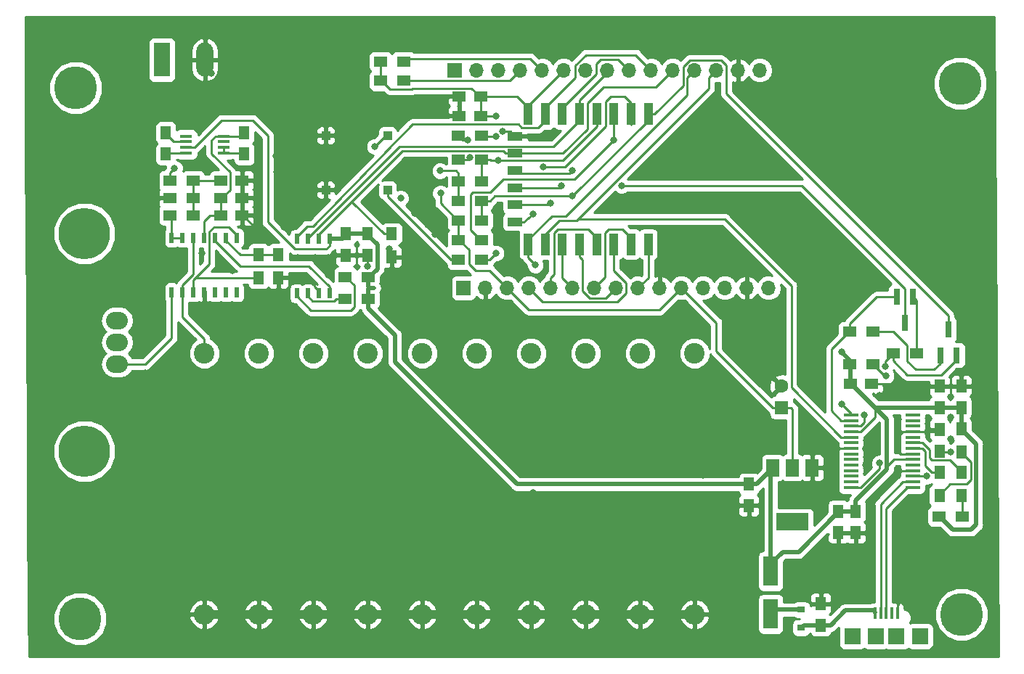
<source format=gtl>
G04 #@! TF.GenerationSoftware,KiCad,Pcbnew,5.0.2-bee76a0~70~ubuntu18.04.1*
G04 #@! TF.CreationDate,2018-12-20T01:39:58+01:00*
G04 #@! TF.ProjectId,eload,656c6f61-642e-46b6-9963-61645f706362,rev?*
G04 #@! TF.SameCoordinates,Original*
G04 #@! TF.FileFunction,Copper,L1,Top*
G04 #@! TF.FilePolarity,Positive*
%FSLAX46Y46*%
G04 Gerber Fmt 4.6, Leading zero omitted, Abs format (unit mm)*
G04 Created by KiCad (PCBNEW 5.0.2-bee76a0~70~ubuntu18.04.1) date Do 20 Dez 2018 01:39:58 CET*
%MOMM*%
%LPD*%
G01*
G04 APERTURE LIST*
G04 #@! TA.AperFunction,SMDPad,CuDef*
%ADD10R,1.897380X1.897380*%
G04 #@! TD*
G04 #@! TA.AperFunction,SMDPad,CuDef*
%ADD11R,0.398780X1.348740*%
G04 #@! TD*
G04 #@! TA.AperFunction,SMDPad,CuDef*
%ADD12R,0.398780X1.346200*%
G04 #@! TD*
G04 #@! TA.AperFunction,ComponentPad*
%ADD13O,2.400000X2.400000*%
G04 #@! TD*
G04 #@! TA.AperFunction,ComponentPad*
%ADD14C,2.400000*%
G04 #@! TD*
G04 #@! TA.AperFunction,SMDPad,CuDef*
%ADD15R,1.250000X1.500000*%
G04 #@! TD*
G04 #@! TA.AperFunction,ComponentPad*
%ADD16C,5.999480*%
G04 #@! TD*
G04 #@! TA.AperFunction,SMDPad,CuDef*
%ADD17R,1.500000X1.250000*%
G04 #@! TD*
G04 #@! TA.AperFunction,SMDPad,CuDef*
%ADD18R,1.500000X1.300000*%
G04 #@! TD*
G04 #@! TA.AperFunction,SMDPad,CuDef*
%ADD19R,1.300000X1.500000*%
G04 #@! TD*
G04 #@! TA.AperFunction,SMDPad,CuDef*
%ADD20R,1.800000X3.500000*%
G04 #@! TD*
G04 #@! TA.AperFunction,SMDPad,CuDef*
%ADD21R,0.900000X0.800000*%
G04 #@! TD*
G04 #@! TA.AperFunction,ComponentPad*
%ADD22R,1.700000X1.700000*%
G04 #@! TD*
G04 #@! TA.AperFunction,ComponentPad*
%ADD23O,1.700000X1.700000*%
G04 #@! TD*
G04 #@! TA.AperFunction,ComponentPad*
%ADD24O,1.980000X3.960000*%
G04 #@! TD*
G04 #@! TA.AperFunction,ComponentPad*
%ADD25R,1.980000X3.960000*%
G04 #@! TD*
G04 #@! TA.AperFunction,SMDPad,CuDef*
%ADD26R,0.800000X1.900000*%
G04 #@! TD*
G04 #@! TA.AperFunction,ComponentPad*
%ADD27O,2.540000X2.032000*%
G04 #@! TD*
G04 #@! TA.AperFunction,SMDPad,CuDef*
%ADD28R,1.000760X1.000760*%
G04 #@! TD*
G04 #@! TA.AperFunction,SMDPad,CuDef*
%ADD29R,1.000000X2.500000*%
G04 #@! TD*
G04 #@! TA.AperFunction,SMDPad,CuDef*
%ADD30R,1.800000X1.000000*%
G04 #@! TD*
G04 #@! TA.AperFunction,SMDPad,CuDef*
%ADD31R,1.750000X0.450000*%
G04 #@! TD*
G04 #@! TA.AperFunction,SMDPad,CuDef*
%ADD32R,1.500000X2.000000*%
G04 #@! TD*
G04 #@! TA.AperFunction,SMDPad,CuDef*
%ADD33R,3.800000X2.000000*%
G04 #@! TD*
G04 #@! TA.AperFunction,SMDPad,CuDef*
%ADD34R,1.450000X0.450000*%
G04 #@! TD*
G04 #@! TA.AperFunction,SMDPad,CuDef*
%ADD35R,0.508000X1.143000*%
G04 #@! TD*
G04 #@! TA.AperFunction,ComponentPad*
%ADD36C,1.600000*%
G04 #@! TD*
G04 #@! TA.AperFunction,ComponentPad*
%ADD37R,1.600000X1.600000*%
G04 #@! TD*
G04 #@! TA.AperFunction,ComponentPad*
%ADD38C,0.800000*%
G04 #@! TD*
G04 #@! TA.AperFunction,ComponentPad*
%ADD39C,5.000000*%
G04 #@! TD*
G04 #@! TA.AperFunction,ViaPad*
%ADD40C,0.800000*%
G04 #@! TD*
G04 #@! TA.AperFunction,Conductor*
%ADD41C,0.250000*%
G04 #@! TD*
G04 #@! TA.AperFunction,Conductor*
%ADD42C,1.000000*%
G04 #@! TD*
G04 #@! TA.AperFunction,Conductor*
%ADD43C,0.500000*%
G04 #@! TD*
G04 #@! TA.AperFunction,Conductor*
%ADD44C,0.254000*%
G04 #@! TD*
G04 APERTURE END LIST*
D10*
G04 #@! TO.P,J301,*
G04 #@! TO.N,*
X160853120Y-149860000D03*
X163250880Y-149860000D03*
X166001700Y-149860000D03*
X158102300Y-149860000D03*
D11*
G04 #@! TO.P,J301,1*
G04 #@! TO.N,VBUS*
X160751520Y-147185380D03*
D12*
G04 #@! TO.P,J301,2*
G04 #@! TO.N,/USB to UART/D_N*
X161404300Y-147185380D03*
G04 #@! TO.P,J301,3*
G04 #@! TO.N,/USB to UART/D_P*
X162052000Y-147185380D03*
G04 #@! TO.P,J301,4*
G04 #@! TO.N,Net-(J301-Pad4)*
X162699700Y-147185380D03*
G04 #@! TO.P,J301,5*
G04 #@! TO.N,GND*
X163352480Y-147185380D03*
G04 #@! TD*
D13*
G04 #@! TO.P,R508,2*
G04 #@! TO.N,GND*
X107950000Y-147320000D03*
D14*
G04 #@! TO.P,R508,1*
G04 #@! TO.N,Net-(Q501-Pad3)*
X107950000Y-116840000D03*
G04 #@! TD*
D15*
G04 #@! TO.P,C405,2*
G04 #@! TO.N,GND*
X158496000Y-137775000D03*
G04 #@! TO.P,C405,1*
G04 #@! TO.N,+5V*
X158496000Y-135275000D03*
G04 #@! TD*
D16*
G04 #@! TO.P,HS501,1*
G04 #@! TO.N,N/C*
X68580000Y-128270000D03*
X68580000Y-102870000D03*
G04 #@! TD*
D17*
G04 #@! TO.P,C201,2*
G04 #@! TO.N,+3V3*
X114788000Y-86868000D03*
G04 #@! TO.P,C201,1*
G04 #@! TO.N,GND*
X112288000Y-86868000D03*
G04 #@! TD*
G04 #@! TO.P,C202,1*
G04 #@! TO.N,GND*
X112288000Y-89154000D03*
G04 #@! TO.P,C202,2*
G04 #@! TO.N,+3V3*
X114788000Y-89154000D03*
G04 #@! TD*
D15*
G04 #@! TO.P,C301,2*
G04 #@! TO.N,GND*
X168275000Y-125750000D03*
G04 #@! TO.P,C301,1*
G04 #@! TO.N,Net-(C301-Pad1)*
X168275000Y-128250000D03*
G04 #@! TD*
G04 #@! TO.P,C401,1*
G04 #@! TO.N,VBUS*
X154432000Y-148570000D03*
G04 #@! TO.P,C401,2*
G04 #@! TO.N,GND*
X154432000Y-146070000D03*
G04 #@! TD*
G04 #@! TO.P,C402,1*
G04 #@! TO.N,+5V*
X146050000Y-132100000D03*
G04 #@! TO.P,C402,2*
G04 #@! TO.N,GND*
X146050000Y-134600000D03*
G04 #@! TD*
G04 #@! TO.P,C403,1*
G04 #@! TO.N,+5V*
X156464000Y-135275000D03*
G04 #@! TO.P,C403,2*
G04 #@! TO.N,GND*
X156464000Y-137775000D03*
G04 #@! TD*
D17*
G04 #@! TO.P,C406,2*
G04 #@! TO.N,GND*
X160381000Y-120396000D03*
G04 #@! TO.P,C406,1*
G04 #@! TO.N,+5V*
X157881000Y-120396000D03*
G04 #@! TD*
D15*
G04 #@! TO.P,C407,1*
G04 #@! TO.N,Net-(C407-Pad1)*
X78079600Y-91104400D03*
G04 #@! TO.P,C407,2*
G04 #@! TO.N,Net-(C407-Pad2)*
X78079600Y-93604400D03*
G04 #@! TD*
G04 #@! TO.P,C408,2*
G04 #@! TO.N,Net-(C408-Pad2)*
X87223600Y-93604400D03*
G04 #@! TO.P,C408,1*
G04 #@! TO.N,+10V*
X87223600Y-91104400D03*
G04 #@! TD*
G04 #@! TO.P,C601,1*
G04 #@! TO.N,+5V*
X101600000Y-102890000D03*
G04 #@! TO.P,C601,2*
G04 #@! TO.N,GND*
X101600000Y-105390000D03*
G04 #@! TD*
G04 #@! TO.P,C602,2*
G04 #@! TO.N,GND*
X99060000Y-105390000D03*
G04 #@! TO.P,C602,1*
G04 #@! TO.N,+5V*
X99060000Y-102890000D03*
G04 #@! TD*
D18*
G04 #@! TO.P,D201,2*
G04 #@! TO.N,Net-(D201-Pad2)*
X112188000Y-94234000D03*
G04 #@! TO.P,D201,1*
G04 #@! TO.N,/ESP8266-E12/GPIO16*
X114888000Y-94234000D03*
G04 #@! TD*
D19*
G04 #@! TO.P,D301,1*
G04 #@! TO.N,Net-(D301-Pad1)*
X170815000Y-130730000D03*
G04 #@! TO.P,D301,2*
G04 #@! TO.N,Net-(D301-Pad2)*
X170815000Y-133430000D03*
G04 #@! TD*
G04 #@! TO.P,D302,2*
G04 #@! TO.N,Net-(D302-Pad2)*
X168275000Y-133430000D03*
G04 #@! TO.P,D302,1*
G04 #@! TO.N,Net-(D302-Pad1)*
X168275000Y-130730000D03*
G04 #@! TD*
D20*
G04 #@! TO.P,D401,2*
G04 #@! TO.N,Net-(D401-Pad2)*
X148590000Y-147280000D03*
G04 #@! TO.P,D401,1*
G04 #@! TO.N,+5V*
X148590000Y-142280000D03*
G04 #@! TD*
D21*
G04 #@! TO.P,FB401,2*
G04 #@! TO.N,VBUS*
X152146000Y-148878000D03*
G04 #@! TO.P,FB401,1*
G04 #@! TO.N,Net-(D401-Pad2)*
X152146000Y-146778000D03*
G04 #@! TD*
D22*
G04 #@! TO.P,J201,1*
G04 #@! TO.N,/OPAMPS and MOSFET/ADC_OUT*
X112776000Y-109220000D03*
D23*
G04 #@! TO.P,J201,2*
G04 #@! TO.N,GND*
X115316000Y-109220000D03*
G04 #@! TO.P,J201,3*
G04 #@! TO.N,+3V3*
X117856000Y-109220000D03*
G04 #@! TO.P,J201,4*
G04 #@! TO.N,/ESP8266-E12/GPIO10*
X120396000Y-109220000D03*
G04 #@! TO.P,J201,5*
G04 #@! TO.N,/ESP8266-E12/GPIO9*
X122936000Y-109220000D03*
G04 #@! TO.P,J201,6*
G04 #@! TO.N,/ESP8266-E12/GPIO11*
X125476000Y-109220000D03*
G04 #@! TO.P,J201,7*
G04 #@! TO.N,/ESP8266-E12/GPIO8*
X128016000Y-109220000D03*
G04 #@! TO.P,J201,8*
G04 #@! TO.N,/ESP8266-E12/GPIO7*
X130556000Y-109220000D03*
G04 #@! TO.P,J201,9*
G04 #@! TO.N,/ESP8266-E12/GPIO6*
X133096000Y-109220000D03*
G04 #@! TO.P,J201,10*
G04 #@! TO.N,GND*
X135636000Y-109220000D03*
G04 #@! TO.P,J201,11*
G04 #@! TO.N,+3V3*
X138176000Y-109220000D03*
G04 #@! TO.P,J201,12*
G04 #@! TO.N,/USB to UART/ESP_RESET*
X140716000Y-109220000D03*
G04 #@! TO.P,J201,13*
G04 #@! TO.N,/ESP8266-E12/CH_PD*
X143256000Y-109220000D03*
G04 #@! TO.P,J201,14*
G04 #@! TO.N,GND*
X145796000Y-109220000D03*
G04 #@! TO.P,J201,15*
G04 #@! TO.N,+5V*
X148336000Y-109220000D03*
G04 #@! TD*
G04 #@! TO.P,J202,15*
G04 #@! TO.N,+3V3*
X147320000Y-83820000D03*
G04 #@! TO.P,J202,14*
G04 #@! TO.N,GND*
X144780000Y-83820000D03*
G04 #@! TO.P,J202,13*
G04 #@! TO.N,/ESP8266-E12/ESP_TXD0*
X142240000Y-83820000D03*
G04 #@! TO.P,J202,12*
G04 #@! TO.N,/ESP8266-E12/ESP_RXD0*
X139700000Y-83820000D03*
G04 #@! TO.P,J202,11*
G04 #@! TO.N,/external DAC/DAC_SPI_CS*
X137160000Y-83820000D03*
G04 #@! TO.P,J202,10*
G04 #@! TO.N,/external DAC/DAC_SPI_DI*
X134620000Y-83820000D03*
G04 #@! TO.P,J202,9*
G04 #@! TO.N,/ESP8266-E12/ESP_SPI_MISO*
X132080000Y-83820000D03*
G04 #@! TO.P,J202,8*
G04 #@! TO.N,/external DAC/DAC_SPI_CLK*
X129540000Y-83820000D03*
G04 #@! TO.P,J202,7*
G04 #@! TO.N,GND*
X127000000Y-83820000D03*
G04 #@! TO.P,J202,6*
G04 #@! TO.N,+3V3*
X124460000Y-83820000D03*
G04 #@! TO.P,J202,5*
G04 #@! TO.N,/ESP8266-E12/GPIO2*
X121920000Y-83820000D03*
G04 #@! TO.P,J202,4*
G04 #@! TO.N,/ESP8266-E12/ESP_GPIO0*
X119380000Y-83820000D03*
G04 #@! TO.P,J202,3*
G04 #@! TO.N,/ESP8266-E12/GPIO4*
X116840000Y-83820000D03*
G04 #@! TO.P,J202,2*
G04 #@! TO.N,/ESP8266-E12/GPIO5*
X114300000Y-83820000D03*
D22*
G04 #@! TO.P,J202,1*
G04 #@! TO.N,/ESP8266-E12/GPIO16*
X111760000Y-83820000D03*
G04 #@! TD*
D24*
G04 #@! TO.P,J501,2*
G04 #@! TO.N,GND*
X82622400Y-82600800D03*
D25*
G04 #@! TO.P,J501,1*
G04 #@! TO.N,Net-(J501-Pad1)*
X77622400Y-82600800D03*
G04 #@! TD*
D26*
G04 #@! TO.P,Q301,1*
G04 #@! TO.N,Net-(Q301-Pad1)*
X168360000Y-117070000D03*
G04 #@! TO.P,Q301,2*
G04 #@! TO.N,/USB to UART/RTS*
X170260000Y-117070000D03*
G04 #@! TO.P,Q301,3*
G04 #@! TO.N,/USB to UART/ESP_RESET*
X169310000Y-114070000D03*
G04 #@! TD*
G04 #@! TO.P,Q302,3*
G04 #@! TO.N,/ESP8266-E12/ESP_GPIO0*
X164230000Y-113260000D03*
G04 #@! TO.P,Q302,2*
G04 #@! TO.N,/USB to UART/DTR*
X163280000Y-110260000D03*
G04 #@! TO.P,Q302,1*
G04 #@! TO.N,Net-(Q302-Pad1)*
X165180000Y-110260000D03*
G04 #@! TD*
D27*
G04 #@! TO.P,Q501,1*
G04 #@! TO.N,Net-(Q501-Pad1)*
X72390000Y-118110000D03*
G04 #@! TO.P,Q501,3*
G04 #@! TO.N,Net-(Q501-Pad3)*
X72390000Y-113030000D03*
G04 #@! TO.P,Q501,2*
G04 #@! TO.N,Net-(J501-Pad1)*
X72390000Y-115570000D03*
G04 #@! TD*
D18*
G04 #@! TO.P,R201,2*
G04 #@! TO.N,Net-(D201-Pad2)*
X112188000Y-91440000D03*
G04 #@! TO.P,R201,1*
G04 #@! TO.N,+3V3*
X114888000Y-91440000D03*
G04 #@! TD*
G04 #@! TO.P,R202,1*
G04 #@! TO.N,/ESP8266-E12/GPIO16*
X114888000Y-96774000D03*
G04 #@! TO.P,R202,2*
G04 #@! TO.N,Net-(R202-Pad2)*
X112188000Y-96774000D03*
G04 #@! TD*
G04 #@! TO.P,R203,1*
G04 #@! TO.N,/USB to UART/ESP_RESET*
X114888000Y-99060000D03*
G04 #@! TO.P,R203,2*
G04 #@! TO.N,Net-(R202-Pad2)*
X112188000Y-99060000D03*
G04 #@! TD*
G04 #@! TO.P,R204,2*
G04 #@! TO.N,+3V3*
X103094800Y-85039200D03*
G04 #@! TO.P,R204,1*
G04 #@! TO.N,/ESP8266-E12/ESP_GPIO0*
X105794800Y-85039200D03*
G04 #@! TD*
G04 #@! TO.P,R205,1*
G04 #@! TO.N,/ESP8266-E12/GPIO2*
X105794800Y-82804000D03*
G04 #@! TO.P,R205,2*
G04 #@! TO.N,+3V3*
X103094800Y-82804000D03*
G04 #@! TD*
G04 #@! TO.P,R206,1*
G04 #@! TO.N,/USB to UART/ESP_RESET*
X114888000Y-101346000D03*
G04 #@! TO.P,R206,2*
G04 #@! TO.N,+3V3*
X112188000Y-101346000D03*
G04 #@! TD*
G04 #@! TO.P,R207,1*
G04 #@! TO.N,/ESP8266-E12/CH_PD*
X114888000Y-103632000D03*
G04 #@! TO.P,R207,2*
G04 #@! TO.N,+3V3*
X112188000Y-103632000D03*
G04 #@! TD*
D19*
G04 #@! TO.P,R208,2*
G04 #@! TO.N,GND*
X104394000Y-105591600D03*
G04 #@! TO.P,R208,1*
G04 #@! TO.N,/external DAC/DAC_SPI_CS*
X104394000Y-102891600D03*
G04 #@! TD*
D18*
G04 #@! TO.P,R209,2*
G04 #@! TO.N,Net-(R209-Pad2)*
X112188000Y-105918000D03*
G04 #@! TO.P,R209,1*
G04 #@! TO.N,/ESP8266-E12/ESP_GPIO0*
X114888000Y-105918000D03*
G04 #@! TD*
G04 #@! TO.P,R301,2*
G04 #@! TO.N,/USB to UART/DTR*
X157800000Y-114300000D03*
G04 #@! TO.P,R301,1*
G04 #@! TO.N,Net-(Q301-Pad1)*
X160500000Y-114300000D03*
G04 #@! TD*
G04 #@! TO.P,R302,1*
G04 #@! TO.N,Net-(Q302-Pad1)*
X165580000Y-116840000D03*
G04 #@! TO.P,R302,2*
G04 #@! TO.N,/USB to UART/RTS*
X162880000Y-116840000D03*
G04 #@! TD*
G04 #@! TO.P,R303,2*
G04 #@! TO.N,Net-(R303-Pad2)*
X160500000Y-118110000D03*
G04 #@! TO.P,R303,1*
G04 #@! TO.N,+5V*
X157800000Y-118110000D03*
G04 #@! TD*
G04 #@! TO.P,R304,1*
G04 #@! TO.N,+5V*
X168195000Y-135890000D03*
G04 #@! TO.P,R304,2*
G04 #@! TO.N,Net-(D301-Pad2)*
X170895000Y-135890000D03*
G04 #@! TD*
D19*
G04 #@! TO.P,R305,2*
G04 #@! TO.N,Net-(D302-Pad2)*
X170815000Y-128350000D03*
G04 #@! TO.P,R305,1*
G04 #@! TO.N,+5V*
X170815000Y-125650000D03*
G04 #@! TD*
D18*
G04 #@! TO.P,R501,2*
G04 #@! TO.N,Net-(C503-Pad1)*
X81258400Y-98729800D03*
G04 #@! TO.P,R501,1*
G04 #@! TO.N,GND*
X78558400Y-98729800D03*
G04 #@! TD*
G04 #@! TO.P,R502,1*
G04 #@! TO.N,Net-(R502-Pad1)*
X78558400Y-100736400D03*
G04 #@! TO.P,R502,2*
G04 #@! TO.N,Net-(C503-Pad1)*
X81258400Y-100736400D03*
G04 #@! TD*
D19*
G04 #@! TO.P,R503,1*
G04 #@! TO.N,Net-(R503-Pad1)*
X91186000Y-105330000D03*
G04 #@! TO.P,R503,2*
G04 #@! TO.N,GND*
X91186000Y-108030000D03*
G04 #@! TD*
G04 #@! TO.P,R504,2*
G04 #@! TO.N,Net-(R503-Pad1)*
X88900000Y-105330000D03*
G04 #@! TO.P,R504,1*
G04 #@! TO.N,Net-(R504-Pad1)*
X88900000Y-108030000D03*
G04 #@! TD*
D14*
G04 #@! TO.P,R505,1*
G04 #@! TO.N,Net-(Q501-Pad3)*
X139700000Y-116840000D03*
D13*
G04 #@! TO.P,R505,2*
G04 #@! TO.N,GND*
X139700000Y-147320000D03*
G04 #@! TD*
G04 #@! TO.P,R506,2*
G04 #@! TO.N,GND*
X82550000Y-147320000D03*
D14*
G04 #@! TO.P,R506,1*
G04 #@! TO.N,Net-(Q501-Pad3)*
X82550000Y-116840000D03*
G04 #@! TD*
G04 #@! TO.P,R507,1*
G04 #@! TO.N,Net-(Q501-Pad3)*
X88900000Y-116840000D03*
D13*
G04 #@! TO.P,R507,2*
G04 #@! TO.N,GND*
X88900000Y-147320000D03*
G04 #@! TD*
D14*
G04 #@! TO.P,R509,1*
G04 #@! TO.N,Net-(Q501-Pad3)*
X114300000Y-116840000D03*
D13*
G04 #@! TO.P,R509,2*
G04 #@! TO.N,GND*
X114300000Y-147320000D03*
G04 #@! TD*
G04 #@! TO.P,R510,2*
G04 #@! TO.N,GND*
X120650000Y-147320000D03*
D14*
G04 #@! TO.P,R510,1*
G04 #@! TO.N,Net-(Q501-Pad3)*
X120650000Y-116840000D03*
G04 #@! TD*
G04 #@! TO.P,R511,1*
G04 #@! TO.N,Net-(Q501-Pad3)*
X95250000Y-116840000D03*
D13*
G04 #@! TO.P,R511,2*
G04 #@! TO.N,GND*
X95250000Y-147320000D03*
G04 #@! TD*
G04 #@! TO.P,R512,2*
G04 #@! TO.N,GND*
X127000000Y-147320000D03*
D14*
G04 #@! TO.P,R512,1*
G04 #@! TO.N,Net-(Q501-Pad3)*
X127000000Y-116840000D03*
G04 #@! TD*
D13*
G04 #@! TO.P,R513,2*
G04 #@! TO.N,GND*
X101600000Y-147320000D03*
D14*
G04 #@! TO.P,R513,1*
G04 #@! TO.N,Net-(Q501-Pad3)*
X101600000Y-116840000D03*
G04 #@! TD*
G04 #@! TO.P,R514,1*
G04 #@! TO.N,Net-(Q501-Pad3)*
X133350000Y-116840000D03*
D13*
G04 #@! TO.P,R514,2*
G04 #@! TO.N,GND*
X133350000Y-147320000D03*
G04 #@! TD*
D18*
G04 #@! TO.P,R601,2*
G04 #@! TO.N,Net-(R601-Pad2)*
X98980000Y-107950000D03*
G04 #@! TO.P,R601,1*
G04 #@! TO.N,+5V*
X101680000Y-107950000D03*
G04 #@! TD*
G04 #@! TO.P,R602,1*
G04 #@! TO.N,+5V*
X101680000Y-110490000D03*
G04 #@! TO.P,R602,2*
G04 #@! TO.N,Net-(R602-Pad2)*
X98980000Y-110490000D03*
G04 #@! TD*
D28*
G04 #@! TO.P,SW201,1*
G04 #@! TO.N,Net-(R202-Pad2)*
X103929180Y-91440000D03*
G04 #@! TO.P,SW201,2*
G04 #@! TO.N,GND*
X96730820Y-91440000D03*
G04 #@! TD*
G04 #@! TO.P,SW202,2*
G04 #@! TO.N,GND*
X96730820Y-97790000D03*
G04 #@! TO.P,SW202,1*
G04 #@! TO.N,Net-(R209-Pad2)*
X103929180Y-97790000D03*
G04 #@! TD*
D29*
G04 #@! TO.P,U201,22*
G04 #@! TO.N,/ESP8266-E12/GPIO6*
X134310000Y-104120000D03*
G04 #@! TO.P,U201,21*
G04 #@! TO.N,/ESP8266-E12/GPIO8*
X132310000Y-104120000D03*
G04 #@! TO.P,U201,20*
G04 #@! TO.N,/ESP8266-E12/GPIO10*
X130310000Y-104120000D03*
G04 #@! TO.P,U201,19*
G04 #@! TO.N,/ESP8266-E12/GPIO9*
X128310000Y-104120000D03*
G04 #@! TO.P,U201,18*
G04 #@! TO.N,/ESP8266-E12/GPIO7*
X126310000Y-104120000D03*
G04 #@! TO.P,U201,17*
G04 #@! TO.N,/ESP8266-E12/GPIO11*
X124310000Y-104120000D03*
G04 #@! TO.P,U201,16*
G04 #@! TO.N,/ESP8266-E12/ESP_TXD0*
X122310000Y-104120000D03*
G04 #@! TO.P,U201,15*
G04 #@! TO.N,/ESP8266-E12/ESP_RXD0*
X120310000Y-104120000D03*
D30*
G04 #@! TO.P,U201,14*
G04 #@! TO.N,/ESP8266-E12/GPIO5*
X118810000Y-101520000D03*
G04 #@! TO.P,U201,13*
G04 #@! TO.N,/ESP8266-E12/GPIO4*
X118810000Y-99520000D03*
G04 #@! TO.P,U201,12*
G04 #@! TO.N,/ESP8266-E12/ESP_GPIO0*
X118810000Y-97520000D03*
G04 #@! TO.P,U201,11*
G04 #@! TO.N,/ESP8266-E12/GPIO2*
X118810000Y-95520000D03*
G04 #@! TO.P,U201,10*
G04 #@! TO.N,/external DAC/DAC_SPI_CS*
X118810000Y-93520000D03*
G04 #@! TO.P,U201,9*
G04 #@! TO.N,GND*
X118810000Y-91520000D03*
D29*
G04 #@! TO.P,U201,8*
G04 #@! TO.N,+3V3*
X120310000Y-88920000D03*
G04 #@! TO.P,U201,7*
G04 #@! TO.N,/external DAC/DAC_SPI_DI*
X122310000Y-88920000D03*
G04 #@! TO.P,U201,6*
G04 #@! TO.N,/ESP8266-E12/ESP_SPI_MISO*
X124310000Y-88920000D03*
G04 #@! TO.P,U201,5*
G04 #@! TO.N,/external DAC/DAC_SPI_CLK*
X126310000Y-88920000D03*
G04 #@! TO.P,U201,4*
G04 #@! TO.N,/ESP8266-E12/GPIO16*
X128310000Y-88920000D03*
G04 #@! TO.P,U201,3*
G04 #@! TO.N,/ESP8266-E12/CH_PD*
X130310000Y-88920000D03*
G04 #@! TO.P,U201,2*
G04 #@! TO.N,/OPAMPS and MOSFET/ADC_OUT*
X132310000Y-88920000D03*
G04 #@! TO.P,U201,1*
G04 #@! TO.N,/USB to UART/ESP_RESET*
X134310000Y-88920000D03*
G04 #@! TD*
D31*
G04 #@! TO.P,U301,28*
G04 #@! TO.N,Net-(U301-Pad28)*
X165144000Y-124045000D03*
G04 #@! TO.P,U301,27*
G04 #@! TO.N,Net-(U301-Pad27)*
X165144000Y-124695000D03*
G04 #@! TO.P,U301,26*
G04 #@! TO.N,Net-(U301-Pad26)*
X165144000Y-125345000D03*
G04 #@! TO.P,U301,25*
G04 #@! TO.N,GND*
X165144000Y-125995000D03*
G04 #@! TO.P,U301,24*
G04 #@! TO.N,N/C*
X165144000Y-126645000D03*
G04 #@! TO.P,U301,23*
G04 #@! TO.N,Net-(D301-Pad1)*
X165144000Y-127295000D03*
G04 #@! TO.P,U301,22*
G04 #@! TO.N,Net-(D302-Pad1)*
X165144000Y-127945000D03*
G04 #@! TO.P,U301,21*
G04 #@! TO.N,GND*
X165144000Y-128595000D03*
G04 #@! TO.P,U301,20*
G04 #@! TO.N,+5V*
X165144000Y-129245000D03*
G04 #@! TO.P,U301,19*
G04 #@! TO.N,Net-(U301-Pad19)*
X165144000Y-129895000D03*
G04 #@! TO.P,U301,18*
G04 #@! TO.N,GND*
X165144000Y-130545000D03*
G04 #@! TO.P,U301,17*
G04 #@! TO.N,Net-(C301-Pad1)*
X165144000Y-131195000D03*
G04 #@! TO.P,U301,16*
G04 #@! TO.N,/USB to UART/D_N*
X165144000Y-131845000D03*
G04 #@! TO.P,U301,15*
G04 #@! TO.N,/USB to UART/D_P*
X165144000Y-132495000D03*
G04 #@! TO.P,U301,14*
G04 #@! TO.N,Net-(R303-Pad2)*
X157944000Y-132495000D03*
G04 #@! TO.P,U301,13*
G04 #@! TO.N,Net-(U301-Pad13)*
X157944000Y-131845000D03*
G04 #@! TO.P,U301,12*
G04 #@! TO.N,Net-(U301-Pad12)*
X157944000Y-131195000D03*
G04 #@! TO.P,U301,11*
G04 #@! TO.N,Net-(U301-Pad11)*
X157944000Y-130545000D03*
G04 #@! TO.P,U301,10*
G04 #@! TO.N,Net-(U301-Pad10)*
X157944000Y-129895000D03*
G04 #@! TO.P,U301,9*
G04 #@! TO.N,Net-(U301-Pad9)*
X157944000Y-129245000D03*
G04 #@! TO.P,U301,8*
G04 #@! TO.N,N/C*
X157944000Y-128595000D03*
G04 #@! TO.P,U301,7*
G04 #@! TO.N,GND*
X157944000Y-127945000D03*
G04 #@! TO.P,U301,6*
G04 #@! TO.N,Net-(U301-Pad6)*
X157944000Y-127295000D03*
G04 #@! TO.P,U301,5*
G04 #@! TO.N,/ESP8266-E12/ESP_TXD0*
X157944000Y-126645000D03*
G04 #@! TO.P,U301,4*
G04 #@! TO.N,+5V*
X157944000Y-125995000D03*
G04 #@! TO.P,U301,3*
G04 #@! TO.N,/USB to UART/RTS*
X157944000Y-125345000D03*
G04 #@! TO.P,U301,2*
G04 #@! TO.N,/USB to UART/DTR*
X157944000Y-124695000D03*
G04 #@! TO.P,U301,1*
G04 #@! TO.N,/ESP8266-E12/ESP_RXD0*
X157944000Y-124045000D03*
G04 #@! TD*
D32*
G04 #@! TO.P,U401,1*
G04 #@! TO.N,GND*
X153430000Y-130200000D03*
G04 #@! TO.P,U401,3*
G04 #@! TO.N,+5V*
X148830000Y-130200000D03*
G04 #@! TO.P,U401,2*
G04 #@! TO.N,+3V3*
X151130000Y-130200000D03*
D33*
G04 #@! TO.P,U401,4*
G04 #@! TO.N,N/C*
X151130000Y-136500000D03*
G04 #@! TD*
D34*
G04 #@! TO.P,U402,8*
G04 #@! TO.N,+10V*
X84851600Y-91506400D03*
G04 #@! TO.P,U402,7*
G04 #@! TO.N,Net-(U402-Pad7)*
X84851600Y-92156400D03*
G04 #@! TO.P,U402,6*
G04 #@! TO.N,Net-(C408-Pad2)*
X84851600Y-92806400D03*
G04 #@! TO.P,U402,5*
X84851600Y-93456400D03*
G04 #@! TO.P,U402,4*
G04 #@! TO.N,Net-(C407-Pad2)*
X80451600Y-93456400D03*
G04 #@! TO.P,U402,3*
G04 #@! TO.N,+5V*
X80451600Y-92806400D03*
G04 #@! TO.P,U402,2*
G04 #@! TO.N,Net-(C407-Pad1)*
X80451600Y-92156400D03*
G04 #@! TO.P,U402,1*
G04 #@! TO.N,Net-(U402-Pad1)*
X80451600Y-91506400D03*
G04 #@! TD*
D35*
G04 #@! TO.P,U601,1*
G04 #@! TO.N,+5V*
X97155000Y-103505000D03*
G04 #@! TO.P,U601,2*
G04 #@! TO.N,/external DAC/DAC_SPI_CS*
X95885000Y-103505000D03*
G04 #@! TO.P,U601,3*
G04 #@! TO.N,/external DAC/DAC_SPI_CLK*
X94615000Y-103505000D03*
G04 #@! TO.P,U601,4*
G04 #@! TO.N,/external DAC/DAC_SPI_DI*
X93345000Y-103505000D03*
G04 #@! TO.P,U601,5*
G04 #@! TO.N,Net-(R601-Pad2)*
X93345000Y-109855000D03*
G04 #@! TO.P,U601,6*
G04 #@! TO.N,Net-(R602-Pad2)*
X94615000Y-109855000D03*
G04 #@! TO.P,U601,7*
G04 #@! TO.N,GND*
X95885000Y-109855000D03*
G04 #@! TO.P,U601,8*
G04 #@! TO.N,/OPAMPS and MOSFET/DAC_IN*
X97155000Y-109855000D03*
G04 #@! TD*
G04 #@! TO.P,U501,10*
G04 #@! TO.N,Net-(R504-Pad1)*
X81280000Y-109728000D03*
G04 #@! TO.P,U501,14*
G04 #@! TO.N,Net-(U501-Pad14)*
X86360000Y-109728000D03*
G04 #@! TO.P,U501,13*
G04 #@! TO.N,Net-(U501-Pad13)*
X85090000Y-109728000D03*
G04 #@! TO.P,U501,12*
G04 #@! TO.N,Net-(U501-Pad12)*
X83820000Y-109728000D03*
G04 #@! TO.P,U501,11*
G04 #@! TO.N,GND*
X82550000Y-109728000D03*
G04 #@! TO.P,U501,9*
G04 #@! TO.N,Net-(Q501-Pad3)*
X80010000Y-109728000D03*
G04 #@! TO.P,U501,8*
G04 #@! TO.N,Net-(Q501-Pad1)*
X78740000Y-109728000D03*
G04 #@! TO.P,U501,7*
G04 #@! TO.N,Net-(R502-Pad1)*
X78740000Y-103378000D03*
G04 #@! TO.P,U501,6*
X80010000Y-103378000D03*
G04 #@! TO.P,U501,5*
G04 #@! TO.N,Net-(Q501-Pad3)*
X81280000Y-103378000D03*
G04 #@! TO.P,U501,4*
G04 #@! TO.N,+10V*
X82550000Y-103378000D03*
G04 #@! TO.P,U501,3*
G04 #@! TO.N,/OPAMPS and MOSFET/DAC_IN*
X83820000Y-103378000D03*
G04 #@! TO.P,U501,2*
G04 #@! TO.N,Net-(R503-Pad1)*
X85090000Y-103378000D03*
G04 #@! TO.P,U501,1*
G04 #@! TO.N,Net-(R504-Pad1)*
X86360000Y-103378000D03*
G04 #@! TD*
D17*
G04 #@! TO.P,C501,2*
G04 #@! TO.N,GND*
X86975000Y-98729800D03*
G04 #@! TO.P,C501,1*
G04 #@! TO.N,+10V*
X84475000Y-98729800D03*
G04 #@! TD*
G04 #@! TO.P,C502,1*
G04 #@! TO.N,+10V*
X84475000Y-100761800D03*
G04 #@! TO.P,C502,2*
G04 #@! TO.N,GND*
X86975000Y-100761800D03*
G04 #@! TD*
D15*
G04 #@! TO.P,C302,2*
G04 #@! TO.N,GND*
X170815000Y-120670000D03*
G04 #@! TO.P,C302,1*
G04 #@! TO.N,+5V*
X170815000Y-123170000D03*
G04 #@! TD*
G04 #@! TO.P,C303,1*
G04 #@! TO.N,+5V*
X168275000Y-123170000D03*
G04 #@! TO.P,C303,2*
G04 #@! TO.N,GND*
X168275000Y-120670000D03*
G04 #@! TD*
D36*
G04 #@! TO.P,C404,2*
G04 #@! TO.N,GND*
X149860000Y-120690000D03*
D37*
G04 #@! TO.P,C404,1*
G04 #@! TO.N,+3V3*
X149860000Y-123190000D03*
G04 #@! TD*
D38*
G04 #@! TO.P,H401,1*
G04 #@! TO.N,N/C*
X69397825Y-146502175D03*
X68072000Y-145953000D03*
X66746175Y-146502175D03*
X66197000Y-147828000D03*
X66746175Y-149153825D03*
X68072000Y-149703000D03*
X69397825Y-149153825D03*
X69947000Y-147828000D03*
D39*
X68072000Y-147828000D03*
G04 #@! TD*
D38*
G04 #@! TO.P,H402,1*
G04 #@! TO.N,N/C*
X172170825Y-145994175D03*
X170845000Y-145445000D03*
X169519175Y-145994175D03*
X168970000Y-147320000D03*
X169519175Y-148645825D03*
X170845000Y-149195000D03*
X172170825Y-148645825D03*
X172720000Y-147320000D03*
D39*
X170845000Y-147320000D03*
G04 #@! TD*
G04 #@! TO.P,H403,1*
G04 #@! TO.N,N/C*
X67564000Y-85852000D03*
D38*
X69439000Y-85852000D03*
X68889825Y-87177825D03*
X67564000Y-87727000D03*
X66238175Y-87177825D03*
X65689000Y-85852000D03*
X66238175Y-84526175D03*
X67564000Y-83977000D03*
X68889825Y-84526175D03*
G04 #@! TD*
D39*
G04 #@! TO.P,H404,1*
G04 #@! TO.N,N/C*
X170688000Y-85344000D03*
D38*
X172563000Y-85344000D03*
X172013825Y-86669825D03*
X170688000Y-87219000D03*
X169362175Y-86669825D03*
X168813000Y-85344000D03*
X169362175Y-84018175D03*
X170688000Y-83469000D03*
X172013825Y-84018175D03*
G04 #@! TD*
D17*
G04 #@! TO.P,C503,2*
G04 #@! TO.N,GND*
X86975000Y-96697800D03*
G04 #@! TO.P,C503,1*
G04 #@! TO.N,Net-(C503-Pad1)*
X84475000Y-96697800D03*
G04 #@! TD*
D18*
G04 #@! TO.P,R515,2*
G04 #@! TO.N,/OPAMPS and MOSFET/ADC_OUT*
X78558400Y-96697800D03*
G04 #@! TO.P,R515,1*
G04 #@! TO.N,Net-(C503-Pad1)*
X81258400Y-96697800D03*
G04 #@! TD*
D40*
G04 #@! TO.N,*
X105460800Y-98755200D03*
G04 #@! TO.N,+3V3*
X116535200Y-89154000D03*
X116535200Y-91541600D03*
X110109000Y-98171000D03*
G04 #@! TO.N,GND*
X101600000Y-106680000D03*
X104140000Y-104648000D03*
X117348000Y-90932000D03*
X164084000Y-121920000D03*
X165608000Y-121412000D03*
X153416000Y-126492000D03*
X152908000Y-124968000D03*
X153416000Y-132588000D03*
X163576000Y-130556000D03*
X88392000Y-102108000D03*
X89916000Y-103124000D03*
X96215200Y-99415600D03*
X91846400Y-102108000D03*
X94335600Y-100888800D03*
X93472000Y-105664000D03*
X95504000Y-105664000D03*
X97028000Y-105664000D03*
X97028000Y-107696000D03*
X82296000Y-105156000D03*
X85852000Y-107188000D03*
X84328000Y-106172000D03*
X81280000Y-111252000D03*
X84328000Y-111252000D03*
X87376000Y-111252000D03*
X89916000Y-110236000D03*
X82804000Y-113284000D03*
X84328000Y-114300000D03*
X90424000Y-114300000D03*
X93472000Y-112268000D03*
X97028000Y-113284000D03*
X108712000Y-107442000D03*
X107188000Y-103632000D03*
X103124000Y-100584000D03*
X99060000Y-95504000D03*
X91084400Y-88442800D03*
X97536000Y-86868000D03*
X88188800Y-87122000D03*
X81483200Y-87782400D03*
X83362800Y-84175600D03*
X75692000Y-104140000D03*
X81280000Y-120904000D03*
X87376000Y-120396000D03*
X129032000Y-121412000D03*
X103632000Y-119380000D03*
X78740000Y-133096000D03*
X81788000Y-140208000D03*
X91948000Y-134620000D03*
X92964000Y-129540000D03*
X77724000Y-144780000D03*
X85852000Y-150876000D03*
X99568000Y-150368000D03*
X102616000Y-141732000D03*
X111252000Y-150876000D03*
X114300000Y-138176000D03*
X107696000Y-133604000D03*
X128016000Y-137160000D03*
X97536000Y-132588000D03*
X84836000Y-129540000D03*
X92456000Y-140716000D03*
X120904000Y-140716000D03*
X133096000Y-143256000D03*
X138684000Y-142748000D03*
X122936000Y-150876000D03*
X130556000Y-150876000D03*
X137668000Y-150368000D03*
X146050000Y-150368000D03*
X140716000Y-131064000D03*
X134112000Y-124968000D03*
X173228000Y-143256000D03*
X174244000Y-134112000D03*
X174244000Y-126492000D03*
X173736000Y-123952000D03*
X173228000Y-118364000D03*
X146304000Y-115824000D03*
X149352000Y-111760000D03*
X144272000Y-113792000D03*
X143764000Y-106172000D03*
X139700000Y-105664000D03*
X138684000Y-103632000D03*
X173228000Y-111760000D03*
X168656000Y-107696000D03*
X163576000Y-102616000D03*
X158496000Y-99568000D03*
X169672000Y-97536000D03*
X152400000Y-89916000D03*
X148336000Y-86868000D03*
X152400000Y-83312000D03*
X159512000Y-83312000D03*
X163576000Y-86868000D03*
X167132000Y-89408000D03*
X172212000Y-90424000D03*
X172720000Y-104648000D03*
X74676000Y-150368000D03*
X74676000Y-128778000D03*
X119888000Y-114300000D03*
X109728000Y-87884000D03*
X106172000Y-87884000D03*
X102616000Y-86868000D03*
X100076000Y-84328000D03*
X158496000Y-89916000D03*
X142240000Y-135128000D03*
X94488000Y-108204000D03*
X168656000Y-142748000D03*
X155702000Y-127762004D03*
X113792000Y-129032000D03*
X120904000Y-133096000D03*
X68834000Y-91948000D03*
X64770000Y-97790000D03*
X157099000Y-143383000D03*
X154432000Y-139954000D03*
X151130000Y-142621000D03*
X146050000Y-141859000D03*
X145542000Y-129032000D03*
X143764000Y-121412000D03*
X137414000Y-113284000D03*
X130810000Y-113284000D03*
X124968000Y-113411000D03*
X116078000Y-112522000D03*
X106426000Y-112522000D03*
X92100400Y-98145600D03*
X93827600Y-84836000D03*
X155448000Y-93980000D03*
X164084000Y-94742000D03*
X163322000Y-137922000D03*
X121412000Y-122936000D03*
X100330000Y-125476000D03*
X75692000Y-146812000D03*
X168656000Y-101600000D03*
X164338000Y-134493000D03*
X160147000Y-137795000D03*
X150622000Y-133858000D03*
X109728000Y-112014000D03*
X82092800Y-94030800D03*
X76454000Y-99314000D03*
X79248000Y-105156000D03*
X166878000Y-125995000D03*
X163449000Y-124587000D03*
X167005000Y-124460000D03*
X161544000Y-132715000D03*
X160147000Y-135128000D03*
X163449000Y-142494000D03*
X163195000Y-136017000D03*
X160147000Y-139954000D03*
X163195000Y-139954000D03*
X160147000Y-142367000D03*
X160147000Y-145288000D03*
X163352480Y-145288000D03*
X151003000Y-145288000D03*
X146050000Y-146939000D03*
X154686000Y-150749000D03*
X166624000Y-147066000D03*
X167767000Y-137922000D03*
X161290000Y-121793000D03*
X144780000Y-90170000D03*
X148336000Y-103632000D03*
X155702000Y-108204000D03*
X150114000Y-95250000D03*
X134366000Y-95377000D03*
X133096000Y-99187000D03*
X129032000Y-100076000D03*
X142240000Y-87503000D03*
X138049000Y-91440000D03*
X140462000Y-95758000D03*
X152908000Y-99568000D03*
X161544000Y-108585000D03*
X152400000Y-114808000D03*
X154559000Y-117856000D03*
X154686000Y-112141000D03*
X149479000Y-105664000D03*
X147320000Y-107188000D03*
X146050000Y-101600000D03*
X143383000Y-103378000D03*
X141605000Y-99822000D03*
X140462000Y-102362000D03*
X136906000Y-102489000D03*
X134366000Y-99949000D03*
X159639000Y-129921000D03*
X160782000Y-126238000D03*
X169545000Y-126873000D03*
X169545000Y-124333000D03*
X169545000Y-121920000D03*
X166624000Y-134620000D03*
X173355000Y-137922000D03*
X149860000Y-132207000D03*
X154178000Y-135890000D03*
X149860000Y-125095000D03*
X64516000Y-94361000D03*
X64516000Y-103124000D03*
X75311000Y-94996000D03*
X65024000Y-89408000D03*
X63373000Y-130429000D03*
X64897000Y-132080000D03*
X66675000Y-133858000D03*
X71247000Y-132715000D03*
X69088000Y-132842000D03*
X73406000Y-130048000D03*
X62992000Y-108458000D03*
X65024000Y-109982000D03*
X67056000Y-108458000D03*
X62992000Y-112014000D03*
X67056000Y-112014000D03*
X65024000Y-114046000D03*
X62992000Y-115570000D03*
X67056000Y-115570000D03*
X65024000Y-117602000D03*
X62992000Y-119126000D03*
X67056000Y-119126000D03*
X65024000Y-120650000D03*
X62992000Y-122174000D03*
X67056000Y-122174000D03*
X68580000Y-120650000D03*
X70104000Y-122174000D03*
X70104000Y-119634000D03*
X65024000Y-124206000D03*
X62992000Y-125730000D03*
X62992000Y-128778000D03*
X68580000Y-124206000D03*
X71628000Y-124206000D03*
X71628000Y-120650000D03*
X73660000Y-122174000D03*
X73660000Y-120142000D03*
X74676000Y-124206000D03*
X75692000Y-119126000D03*
X77470000Y-113030000D03*
X77216000Y-110998000D03*
X71628000Y-110490000D03*
X73660000Y-108966000D03*
X74168000Y-106426000D03*
X76708000Y-105918000D03*
X74676000Y-103378000D03*
X65024000Y-106426000D03*
X62992000Y-104394000D03*
X62992000Y-100838000D03*
X62992000Y-97790000D03*
X65024000Y-99314000D03*
X66548000Y-97790000D03*
X69596000Y-97790000D03*
X70612000Y-99314000D03*
X68072000Y-98806000D03*
X74676000Y-100330000D03*
X76200000Y-96520000D03*
X67310000Y-95250000D03*
X76708000Y-103378000D03*
X76200000Y-98298000D03*
X79248000Y-107696000D03*
X73152000Y-126238000D03*
X74168000Y-132842000D03*
X63500000Y-134366000D03*
X82296000Y-125476000D03*
X88900000Y-125476000D03*
X94996000Y-124968000D03*
X108204000Y-124968000D03*
X114808000Y-124968000D03*
X120904000Y-125476000D03*
X127000000Y-124968000D03*
X140208000Y-124968000D03*
X88392000Y-139192000D03*
X94996000Y-138684000D03*
X102108000Y-138684000D03*
X107696000Y-138684000D03*
X133604000Y-137668000D03*
X140208000Y-138176000D03*
X133096000Y-130048000D03*
X127000000Y-130048000D03*
X120904000Y-130048000D03*
X108204000Y-130556000D03*
X101600000Y-130556000D03*
X88900000Y-131064000D03*
X82804000Y-132080000D03*
X82296000Y-135636000D03*
X113792000Y-141732000D03*
X127000000Y-142240000D03*
X114300000Y-134620000D03*
X114300000Y-120904000D03*
X94589600Y-89966800D03*
X105664000Y-89408000D03*
X95199200Y-95758000D03*
X155448000Y-103124000D03*
X82905600Y-95605600D03*
X88900000Y-95504000D03*
X88900000Y-93980000D03*
X90982800Y-95656400D03*
X90932000Y-93827600D03*
X93268800Y-93776800D03*
X93319600Y-95707200D03*
X96570800Y-93827600D03*
X96520000Y-95808800D03*
X99060000Y-93929200D03*
X101447600Y-93980000D03*
X105613200Y-96469200D03*
X106832400Y-97586800D03*
X107086400Y-100533200D03*
X108305600Y-99212400D03*
X108610400Y-101904800D03*
X109778800Y-100584000D03*
X109474000Y-102971600D03*
X111252000Y-107645200D03*
X110337600Y-109016800D03*
X109474000Y-106375200D03*
X116738400Y-101701600D03*
X116840000Y-103327200D03*
X118668800Y-103327200D03*
X106324400Y-94386400D03*
X118465600Y-106426000D03*
X132080000Y-106476800D03*
X135788400Y-106426000D03*
X144627600Y-86207600D03*
X74930000Y-137160000D03*
X67310000Y-140970000D03*
X72390000Y-143510000D03*
X63500000Y-144780000D03*
X74930000Y-142240000D03*
X68580000Y-93980000D03*
X69850000Y-88900000D03*
X66040000Y-91440000D03*
X72390000Y-85090000D03*
X69850000Y-81280000D03*
X66040000Y-80010000D03*
X63500000Y-82550000D03*
X90170000Y-83820000D03*
X95250000Y-80010000D03*
X102870000Y-80010000D03*
X68580000Y-137160000D03*
X72390000Y-139700000D03*
G04 #@! TO.N,Net-(C301-Pad1)*
X166751000Y-131191000D03*
X169545000Y-128397000D03*
G04 #@! TO.N,+5V*
X156845000Y-116713000D03*
G04 #@! TO.N,Net-(D201-Pad2)*
X113537998Y-93983999D03*
X113284000Y-91948000D03*
G04 #@! TO.N,/ESP8266-E12/GPIO16*
X116840000Y-94345001D03*
G04 #@! TO.N,/OPAMPS and MOSFET/ADC_OUT*
X122047000Y-95070001D03*
X79095600Y-95250000D03*
G04 #@! TO.N,/USB to UART/ESP_RESET*
X125464998Y-98515002D03*
G04 #@! TO.N,/ESP8266-E12/CH_PD*
X130310000Y-91940000D03*
G04 #@! TO.N,/ESP8266-E12/GPIO2*
X125476000Y-95504000D03*
G04 #@! TO.N,/ESP8266-E12/ESP_GPIO0*
X124206002Y-97282000D03*
X131191000Y-97282000D03*
X116586000Y-105156000D03*
X124206002Y-97282000D03*
G04 #@! TO.N,/ESP8266-E12/GPIO4*
X122935984Y-99314000D03*
G04 #@! TO.N,/ESP8266-E12/GPIO5*
X120904000Y-100584000D03*
G04 #@! TO.N,/USB to UART/RTS*
X159512000Y-124079000D03*
X161925000Y-118364000D03*
G04 #@! TO.N,Net-(R202-Pad2)*
X102412800Y-92710000D03*
X110032800Y-95554800D03*
G04 #@! TO.N,Net-(R303-Pad2)*
X161290000Y-129667000D03*
X162052000Y-119507000D03*
G04 #@! TO.N,/ESP8266-E12/ESP_RXD0*
X156845000Y-122809000D03*
X121158000Y-106553000D03*
G04 #@! TD*
D41*
G04 #@! TO.N,+3V3*
X112188000Y-103632000D02*
X112188000Y-101346000D01*
X114788000Y-89154000D02*
X114788000Y-86868000D01*
X120310000Y-88170000D02*
X120310000Y-88920000D01*
X119516000Y-87376000D02*
X120310000Y-88170000D01*
X123610001Y-84669999D02*
X124460000Y-83820000D01*
X120310000Y-87970000D02*
X123610001Y-84669999D01*
X120310000Y-88920000D02*
X120310000Y-87970000D01*
X119008000Y-86868000D02*
X119516000Y-87376000D01*
X114788000Y-86868000D02*
X119008000Y-86868000D01*
X114788000Y-89154000D02*
X116535200Y-89154000D01*
X114989600Y-91541600D02*
X114888000Y-91440000D01*
X116535200Y-91541600D02*
X114989600Y-91541600D01*
X114663000Y-86868000D02*
X113712999Y-85917999D01*
X114788000Y-86868000D02*
X114663000Y-86868000D01*
X113712999Y-85917999D02*
X106869801Y-85917999D01*
X106869801Y-85917999D02*
X106773599Y-86014201D01*
X106773599Y-86014201D02*
X104169801Y-86014201D01*
X103194800Y-85039200D02*
X103094800Y-85039200D01*
X104169801Y-86014201D02*
X103194800Y-85039200D01*
X103094800Y-85039200D02*
X103094800Y-82804000D01*
X112238800Y-103581200D02*
X112188000Y-103632000D01*
X150910000Y-123190000D02*
X149860000Y-123190000D01*
X151130000Y-123410000D02*
X150910000Y-123190000D01*
X151130000Y-130200000D02*
X151130000Y-123410000D01*
X148810000Y-123190000D02*
X142240000Y-116620000D01*
X149860000Y-123190000D02*
X148810000Y-123190000D01*
X110109000Y-99367000D02*
X110109000Y-98171000D01*
X112188000Y-101346000D02*
X112088000Y-101346000D01*
X112088000Y-101346000D02*
X110109000Y-99367000D01*
X142240000Y-113284000D02*
X138176000Y-109220000D01*
X142240000Y-116620000D02*
X142240000Y-113284000D01*
X113411000Y-106426002D02*
X113411000Y-104755000D01*
X112288000Y-103632000D02*
X112188000Y-103632000D01*
X113411000Y-104755000D02*
X112288000Y-103632000D01*
X114172998Y-107188000D02*
X113411000Y-106426002D01*
X117856000Y-109220000D02*
X115824000Y-107188000D01*
X115824000Y-107188000D02*
X114172998Y-107188000D01*
X120396000Y-111760000D02*
X118705999Y-110069999D01*
X135636000Y-111760000D02*
X120396000Y-111760000D01*
X118705999Y-110069999D02*
X117856000Y-109220000D01*
X138176000Y-109220000D02*
X135636000Y-111760000D01*
G04 #@! TO.N,GND*
X168030000Y-125995000D02*
X168275000Y-125750000D01*
X165144000Y-125995000D02*
X166878000Y-125995000D01*
X104140000Y-105337600D02*
X104394000Y-105591600D01*
X104140000Y-104648000D02*
X104140000Y-105337600D01*
X118364000Y-91074000D02*
X118810000Y-91520000D01*
X118222000Y-90932000D02*
X118810000Y-91520000D01*
X117348000Y-90932000D02*
X118222000Y-90932000D01*
X165144000Y-128595000D02*
X163647000Y-128595000D01*
X163647000Y-126367000D02*
X164019000Y-125995000D01*
X164019000Y-125995000D02*
X165144000Y-125995000D01*
X163647000Y-128595000D02*
X163647000Y-126367000D01*
X163587000Y-130545000D02*
X163576000Y-130556000D01*
X165144000Y-130545000D02*
X163587000Y-130545000D01*
X101600000Y-106680000D02*
X101600000Y-105390000D01*
X95885000Y-109537500D02*
X95377000Y-109029500D01*
X95377000Y-109029500D02*
X95377000Y-108585000D01*
X95885000Y-109855000D02*
X95885000Y-109537500D01*
X163352480Y-147185380D02*
X163352480Y-145288000D01*
X155884996Y-127945000D02*
X155702000Y-127762004D01*
X157944000Y-127945000D02*
X155884996Y-127945000D01*
D42*
X82550000Y-147320000D02*
X139700000Y-147320000D01*
D41*
X162560000Y-120396000D02*
X160381000Y-120396000D01*
X164084000Y-121920000D02*
X162560000Y-120396000D01*
X87083401Y-100799401D02*
X88392000Y-102108000D01*
X86989401Y-100799401D02*
X87083401Y-100799401D01*
X166878000Y-125995000D02*
X168030000Y-125995000D01*
X163647000Y-128595000D02*
X163647000Y-128595000D01*
X91186000Y-108030000D02*
X91393000Y-107823000D01*
X86975000Y-98729800D02*
X86975000Y-96697800D01*
G04 #@! TO.N,Net-(C301-Pad1)*
X165985000Y-131195000D02*
X165989000Y-131191000D01*
X165144000Y-131195000D02*
X165985000Y-131195000D01*
X165989000Y-131191000D02*
X166751000Y-131191000D01*
X168422000Y-128397000D02*
X168275000Y-128250000D01*
X169545000Y-128397000D02*
X168422000Y-128397000D01*
G04 #@! TO.N,VBUS*
X154124000Y-148878000D02*
X154432000Y-148570000D01*
X160751520Y-146710400D02*
X160751520Y-147185380D01*
D43*
X160559496Y-146862379D02*
X160754909Y-147057792D01*
X155557000Y-148570000D02*
X157264621Y-146862379D01*
X157264621Y-146862379D02*
X160559496Y-146862379D01*
X154432000Y-148570000D02*
X155557000Y-148570000D01*
X152454000Y-148570000D02*
X152146000Y-148878000D01*
X154432000Y-148570000D02*
X152454000Y-148570000D01*
G04 #@! TO.N,+5V*
X158496000Y-135275000D02*
X156464000Y-135275000D01*
X148830000Y-130288000D02*
X148830000Y-130200000D01*
X148590000Y-130440000D02*
X148830000Y-130200000D01*
X148590000Y-142280000D02*
X148590000Y-130440000D01*
X146930000Y-132100000D02*
X148830000Y-130200000D01*
X146050000Y-132100000D02*
X146930000Y-132100000D01*
X101680000Y-109340000D02*
X101680000Y-110490000D01*
X101800000Y-109220000D02*
X101680000Y-109340000D01*
X101680000Y-109100000D02*
X101800000Y-109220000D01*
X101800000Y-109220000D02*
X102362000Y-109220000D01*
X101680000Y-107950000D02*
X101680000Y-109100000D01*
X101600000Y-103015000D02*
X101600000Y-102890000D01*
X102725000Y-104140000D02*
X101600000Y-103015000D01*
X102725000Y-107005000D02*
X102725000Y-104140000D01*
X101780000Y-107950000D02*
X102725000Y-107005000D01*
X101680000Y-107950000D02*
X101780000Y-107950000D01*
X101600000Y-102890000D02*
X99060000Y-102890000D01*
X99060000Y-102890000D02*
X99060000Y-103124000D01*
X98679000Y-103505000D02*
X97155000Y-103505000D01*
X99060000Y-103124000D02*
X98679000Y-103505000D01*
X148590000Y-141430000D02*
X148590000Y-142280000D01*
X149990000Y-140030000D02*
X148590000Y-141430000D01*
X151834000Y-140030000D02*
X149990000Y-140030000D01*
X156464000Y-135400000D02*
X151834000Y-140030000D01*
X156464000Y-135275000D02*
X156464000Y-135400000D01*
X170815000Y-123170000D02*
X168275000Y-123170000D01*
X170815000Y-125650000D02*
X170815000Y-123170000D01*
X168275000Y-123170000D02*
X164108998Y-123170000D01*
X158006000Y-120396000D02*
X157881000Y-120396000D01*
X160780000Y-123170000D02*
X158006000Y-120396000D01*
X164108998Y-123170000D02*
X160780000Y-123170000D01*
X157881000Y-118191000D02*
X157800000Y-118110000D01*
X157881000Y-120396000D02*
X157881000Y-118191000D01*
X164108998Y-123170000D02*
X163088000Y-123170000D01*
X162140001Y-124530001D02*
X160780000Y-123170000D01*
D41*
X160780000Y-124284000D02*
X160780000Y-123170000D01*
X159069000Y-125995000D02*
X160780000Y-124284000D01*
X157944000Y-125995000D02*
X159069000Y-125995000D01*
X162943001Y-129245000D02*
X162140001Y-130048000D01*
X165144000Y-129245000D02*
X162943001Y-129245000D01*
D43*
X162140001Y-130048000D02*
X162140001Y-124530001D01*
X158496000Y-134025000D02*
X158496000Y-135275000D01*
X162140001Y-130380999D02*
X158496000Y-134025000D01*
X162140001Y-130380999D02*
X162140001Y-130048000D01*
X168195000Y-135890000D02*
X168295000Y-135890000D01*
X168295000Y-135890000D02*
X169819000Y-137414000D01*
X169819000Y-137414000D02*
X171958000Y-137414000D01*
X171958000Y-137414000D02*
X172533010Y-136838990D01*
X172533010Y-136838990D02*
X172533010Y-127468010D01*
X170815000Y-125750000D02*
X170815000Y-125650000D01*
X172533010Y-127468010D02*
X170815000Y-125750000D01*
X101680000Y-111640000D02*
X101680000Y-110490000D01*
X104775000Y-114735000D02*
X101680000Y-111640000D01*
X104775000Y-117856000D02*
X104775000Y-114735000D01*
X146050000Y-132100000D02*
X119019000Y-132100000D01*
X119019000Y-132100000D02*
X104775000Y-117856000D01*
X157800000Y-118110000D02*
X157800000Y-117668000D01*
X157800000Y-117668000D02*
X156845000Y-116713000D01*
D41*
X96782700Y-104698800D02*
X97155000Y-104326500D01*
X93128298Y-104698800D02*
X96782700Y-104698800D01*
X97155000Y-104326500D02*
X97155000Y-103505000D01*
X81426600Y-92806400D02*
X84571000Y-89662000D01*
X89968023Y-91441223D02*
X89968023Y-101538525D01*
X80451600Y-92806400D02*
X81426600Y-92806400D01*
X88188800Y-89662000D02*
X89968023Y-91441223D01*
X89968023Y-101538525D02*
X93128298Y-104698800D01*
X84571000Y-89662000D02*
X88188800Y-89662000D01*
G04 #@! TO.N,Net-(C407-Pad1)*
X78079600Y-91229400D02*
X78079600Y-91104400D01*
X79006600Y-92156400D02*
X78079600Y-91229400D01*
X80451600Y-92156400D02*
X79006600Y-92156400D01*
G04 #@! TO.N,Net-(C407-Pad2)*
X78227600Y-93456400D02*
X78079600Y-93604400D01*
X80451600Y-93456400D02*
X78227600Y-93456400D01*
G04 #@! TO.N,Net-(C408-Pad2)*
X84851600Y-92806400D02*
X84851600Y-93456400D01*
X87075600Y-93456400D02*
X87223600Y-93604400D01*
X84851600Y-93456400D02*
X87075600Y-93456400D01*
G04 #@! TO.N,+10V*
X84489401Y-100799401D02*
X84489401Y-98979401D01*
X86821600Y-91506400D02*
X87223600Y-91104400D01*
X84851600Y-91506400D02*
X86821600Y-91506400D01*
X84489401Y-98979401D02*
X84364401Y-98979401D01*
X83200599Y-100799401D02*
X84489401Y-100799401D01*
X82550000Y-103378000D02*
X82550000Y-101450000D01*
X82550000Y-101450000D02*
X83200599Y-100799401D01*
X84600000Y-98729800D02*
X85550001Y-97779799D01*
X84475000Y-98729800D02*
X84600000Y-98729800D01*
X83413600Y-91969400D02*
X83876600Y-91506400D01*
X85550001Y-95689803D02*
X83413600Y-93553402D01*
X83876600Y-91506400D02*
X84851600Y-91506400D01*
X85550001Y-97779799D02*
X85550001Y-95689803D01*
X83413600Y-93553402D02*
X83413600Y-91969400D01*
G04 #@! TO.N,Net-(D201-Pad2)*
X112188000Y-94234000D02*
X113287997Y-94234000D01*
X113287997Y-94234000D02*
X113537998Y-93983999D01*
X112696000Y-91948000D02*
X112188000Y-91440000D01*
X113284000Y-91948000D02*
X112696000Y-91948000D01*
G04 #@! TO.N,/ESP8266-E12/GPIO16*
X114888000Y-96774000D02*
X114888000Y-94234000D01*
X124348999Y-94345001D02*
X128310000Y-90384000D01*
X128310000Y-90384000D02*
X128310000Y-88920000D01*
X114888000Y-94234000D02*
X115888000Y-94234000D01*
X115888000Y-94234000D02*
X115999001Y-94345001D01*
X115999001Y-94345001D02*
X116840000Y-94345001D01*
X116840000Y-94345001D02*
X124348999Y-94345001D01*
G04 #@! TO.N,Net-(D301-Pad1)*
X166269000Y-127295000D02*
X165144000Y-127295000D01*
X167074009Y-128100009D02*
X166269000Y-127295000D01*
X167074009Y-129009011D02*
X167074009Y-128100009D01*
X167389999Y-129325001D02*
X167074009Y-129009011D01*
X169510001Y-129325001D02*
X167389999Y-129325001D01*
X170815000Y-130630000D02*
X169510001Y-129325001D01*
X170815000Y-130730000D02*
X170815000Y-130630000D01*
G04 #@! TO.N,Net-(D301-Pad2)*
X170895000Y-133510000D02*
X170815000Y-133430000D01*
X170895000Y-135890000D02*
X170895000Y-133510000D01*
G04 #@! TO.N,Net-(D302-Pad2)*
X168275000Y-133330000D02*
X169525000Y-132080000D01*
X170815000Y-128450000D02*
X170815000Y-128350000D01*
X169525000Y-132080000D02*
X171450002Y-132080000D01*
X168275000Y-133430000D02*
X168275000Y-133330000D01*
X171450002Y-132080000D02*
X171958000Y-131572002D01*
X171958000Y-131572002D02*
X171958000Y-129593000D01*
X171958000Y-129593000D02*
X170815000Y-128450000D01*
G04 #@! TO.N,Net-(D302-Pad1)*
X167375000Y-130730000D02*
X166624000Y-129979000D01*
X168275000Y-130730000D02*
X167375000Y-130730000D01*
X166269000Y-127945000D02*
X165144000Y-127945000D01*
X166624000Y-128300000D02*
X166269000Y-127945000D01*
X166624000Y-129979000D02*
X166624000Y-128300000D01*
D43*
G04 #@! TO.N,Net-(D401-Pad2)*
X149092000Y-146778000D02*
X148590000Y-147280000D01*
X152146000Y-146778000D02*
X149092000Y-146778000D01*
D41*
G04 #@! TO.N,/OPAMPS and MOSFET/ADC_OUT*
X132310000Y-88920000D02*
X132310000Y-90194000D01*
G04 #@! TO.N,Net-(C503-Pad1)*
X81258400Y-100736400D02*
X81258400Y-98958400D01*
X81283800Y-98933000D02*
X81258400Y-98958400D01*
G04 #@! TO.N,/OPAMPS and MOSFET/ADC_OUT*
X129921000Y-86868000D02*
X131572000Y-86868000D01*
X132310000Y-87606000D02*
X132310000Y-88920000D01*
X124639999Y-95070001D02*
X129322001Y-90387999D01*
X129322001Y-90387999D02*
X129322001Y-87466999D01*
X129322001Y-87466999D02*
X129921000Y-86868000D01*
X122047000Y-95070001D02*
X124639999Y-95070001D01*
X131572000Y-86868000D02*
X132310000Y-87606000D01*
X78558400Y-96697800D02*
X78558400Y-95787200D01*
X78558400Y-95787200D02*
X79095600Y-95250000D01*
G04 #@! TO.N,/ESP8266-E12/GPIO10*
X121245999Y-110069999D02*
X120396000Y-109220000D01*
X122021011Y-110845011D02*
X121245999Y-110069999D01*
X130669991Y-110845011D02*
X122021011Y-110845011D01*
X131731001Y-109784001D02*
X130669991Y-110845011D01*
X131731001Y-108655999D02*
X131731001Y-109784001D01*
X130310000Y-107234998D02*
X131731001Y-108655999D01*
X130310000Y-104120000D02*
X130310000Y-107234998D01*
G04 #@! TO.N,/ESP8266-E12/GPIO9*
X128310000Y-103370000D02*
X128310000Y-104120000D01*
X122936000Y-108017919D02*
X123317000Y-107636919D01*
X122936000Y-109220000D02*
X122936000Y-108017919D01*
X123317000Y-107636919D02*
X123317000Y-102777998D01*
X123317000Y-102777998D02*
X123732998Y-102362000D01*
X123732998Y-102362000D02*
X127302000Y-102362000D01*
X127302000Y-102362000D02*
X128310000Y-103370000D01*
G04 #@! TO.N,/ESP8266-E12/GPIO11*
X124310000Y-108054000D02*
X124310000Y-104120000D01*
X125476000Y-109220000D02*
X124310000Y-108054000D01*
G04 #@! TO.N,/ESP8266-E12/GPIO8*
X132310000Y-103370000D02*
X132310000Y-104120000D01*
X129732998Y-102362000D02*
X131302000Y-102362000D01*
X129286000Y-102808998D02*
X129732998Y-102362000D01*
X131302000Y-102362000D02*
X132310000Y-103370000D01*
X128016000Y-109220000D02*
X129286000Y-107950000D01*
X129286000Y-107950000D02*
X129286000Y-102808998D01*
G04 #@! TO.N,/ESP8266-E12/GPIO7*
X126310000Y-105620000D02*
X126310000Y-104120000D01*
X126651001Y-105961001D02*
X126310000Y-105620000D01*
X126651001Y-109594003D02*
X126651001Y-105961001D01*
X130556000Y-109220000D02*
X129380999Y-110395001D01*
X127451999Y-110395001D02*
X126651001Y-109594003D01*
X129380999Y-110395001D02*
X127451999Y-110395001D01*
G04 #@! TO.N,/ESP8266-E12/GPIO6*
X134310000Y-108006000D02*
X134310000Y-104120000D01*
X133096000Y-109220000D02*
X134310000Y-108006000D01*
G04 #@! TO.N,/USB to UART/ESP_RESET*
X114988000Y-101346000D02*
X114888000Y-101346000D01*
X114888000Y-101346000D02*
X114888000Y-99060000D01*
X135060000Y-88920000D02*
X134310000Y-88920000D01*
X138399991Y-85580009D02*
X135060000Y-88920000D01*
X138399991Y-83381007D02*
X138399991Y-85580009D01*
X139135999Y-82644999D02*
X138399991Y-83381007D01*
X142804001Y-82644999D02*
X139135999Y-82644999D01*
X143415001Y-83255999D02*
X142804001Y-82644999D01*
X169310000Y-112454998D02*
X143415001Y-86559999D01*
X143415001Y-86559999D02*
X143415001Y-83255999D01*
X169310000Y-114070000D02*
X169310000Y-112454998D01*
X125464998Y-98515002D02*
X134310000Y-89670000D01*
X134310000Y-89670000D02*
X134310000Y-88920000D01*
X114888000Y-99060000D02*
X115888000Y-99060000D01*
X116432998Y-98515002D02*
X125464998Y-98515002D01*
X115888000Y-99060000D02*
X116432998Y-98515002D01*
G04 #@! TO.N,/ESP8266-E12/CH_PD*
X113877999Y-98084999D02*
X113639600Y-98323398D01*
X115898001Y-98084999D02*
X113877999Y-98084999D01*
X117426001Y-96556999D02*
X115898001Y-98084999D01*
X125693001Y-96556999D02*
X117426001Y-96556999D01*
X130310000Y-88920000D02*
X130310000Y-91940000D01*
X130310000Y-91940000D02*
X125693001Y-96556999D01*
X114788000Y-103632000D02*
X114888000Y-103632000D01*
X113639600Y-102483600D02*
X114788000Y-103632000D01*
X113639600Y-98323398D02*
X113639600Y-102483600D01*
G04 #@! TO.N,/external DAC/DAC_SPI_CS*
X95885000Y-102997000D02*
X95885000Y-103505000D01*
X117398999Y-93258999D02*
X105623001Y-93258999D01*
X118810000Y-93520000D02*
X117660000Y-93520000D01*
X117660000Y-93520000D02*
X117398999Y-93258999D01*
X103494000Y-102891600D02*
X99814800Y-99212400D01*
X99814800Y-99212400D02*
X99669600Y-99212400D01*
X104394000Y-102891600D02*
X103494000Y-102891600D01*
X105623001Y-93258999D02*
X99669600Y-99212400D01*
X99669600Y-99212400D02*
X95885000Y-102997000D01*
X127254000Y-90661000D02*
X127254000Y-87640998D01*
X136310001Y-84669999D02*
X137160000Y-83820000D01*
X118810000Y-93520000D02*
X124395000Y-93520000D01*
X124395000Y-93520000D02*
X127254000Y-90661000D01*
X127254000Y-87640998D02*
X129100988Y-85794010D01*
X129100988Y-85794010D02*
X135185990Y-85794010D01*
X135185990Y-85794010D02*
X136310001Y-84669999D01*
G04 #@! TO.N,/external DAC/DAC_SPI_DI*
X132842000Y-82042000D02*
X134620000Y-83820000D01*
X127038998Y-82042000D02*
X132842000Y-82042000D01*
X125824999Y-83255999D02*
X127038998Y-82042000D01*
X125824999Y-84655001D02*
X125824999Y-83255999D01*
X122310000Y-88920000D02*
X122310000Y-88170000D01*
X122310000Y-88170000D02*
X125824999Y-84655001D01*
X93345000Y-103505000D02*
X93449942Y-103505000D01*
X122310000Y-89670000D02*
X122310000Y-88920000D01*
X121484999Y-90495001D02*
X122310000Y-89670000D01*
X119549999Y-90495001D02*
X121484999Y-90495001D01*
X95199200Y-102006400D02*
X106850941Y-90104001D01*
X119158999Y-90104001D02*
X119549999Y-90495001D01*
X106850941Y-90104001D02*
X119158999Y-90104001D01*
X93345000Y-103187500D02*
X93345000Y-103505000D01*
X94526100Y-102006400D02*
X93345000Y-103187500D01*
X95199200Y-102006400D02*
X94526100Y-102006400D01*
G04 #@! TO.N,/ESP8266-E12/ESP_SPI_MISO*
X131230001Y-82970001D02*
X132080000Y-83820000D01*
X124310000Y-88249002D02*
X128270000Y-84289002D01*
X130810000Y-82550000D02*
X131230001Y-82970001D01*
X124310000Y-88920000D02*
X124310000Y-88249002D01*
X128270000Y-84289002D02*
X128270000Y-83058000D01*
X128270000Y-83058000D02*
X128778000Y-82550000D01*
X128778000Y-82550000D02*
X130810000Y-82550000D01*
G04 #@! TO.N,/external DAC/DAC_SPI_CLK*
X129540000Y-84074000D02*
X129540000Y-83820000D01*
X126310000Y-88920000D02*
X126310000Y-87304000D01*
X126310000Y-87304000D02*
X129540000Y-84074000D01*
X94615000Y-103352600D02*
X94615000Y-103505000D01*
X126310000Y-89670000D02*
X123285001Y-92694999D01*
X105284499Y-92694999D02*
X95305999Y-102673499D01*
X123285001Y-92694999D02*
X105284499Y-92694999D01*
X95305999Y-102673499D02*
X95294101Y-102673499D01*
X126310000Y-88920000D02*
X126310000Y-89670000D01*
X95294101Y-102673499D02*
X94615000Y-103352600D01*
G04 #@! TO.N,/ESP8266-E12/GPIO2*
X121070001Y-82970001D02*
X121920000Y-83820000D01*
X120548400Y-82448400D02*
X121070001Y-82970001D01*
X106250400Y-82448400D02*
X120548400Y-82448400D01*
X105794800Y-82804000D02*
X105894800Y-82804000D01*
X105894800Y-82804000D02*
X106250400Y-82448400D01*
X125476000Y-95504000D02*
X125095000Y-95885000D01*
X119175000Y-95885000D02*
X118810000Y-95520000D01*
X125095000Y-95885000D02*
X119175000Y-95885000D01*
G04 #@! TO.N,/ESP8266-E12/ESP_GPIO0*
X118810000Y-97520000D02*
X123968002Y-97520000D01*
X123968002Y-97520000D02*
X124206002Y-97282000D01*
X118160800Y-85039200D02*
X119380000Y-83820000D01*
X105794800Y-85039200D02*
X118160800Y-85039200D01*
X164230000Y-109274998D02*
X152237002Y-97282000D01*
X164230000Y-113260000D02*
X164230000Y-109274998D01*
X152237002Y-97282000D02*
X131191000Y-97282000D01*
X114888000Y-105918000D02*
X115824000Y-105918000D01*
X115824000Y-105918000D02*
X116586000Y-105156000D01*
G04 #@! TO.N,/ESP8266-E12/GPIO4*
X118810000Y-99520000D02*
X122729984Y-99520000D01*
X122729984Y-99520000D02*
X122935984Y-99314000D01*
G04 #@! TO.N,/ESP8266-E12/GPIO5*
X119808000Y-101520000D02*
X118810000Y-101520000D01*
X120904000Y-100584000D02*
X119808000Y-101520000D01*
G04 #@! TO.N,/USB to UART/D_N*
X164019000Y-131845000D02*
X165144000Y-131845000D01*
X161404300Y-134459700D02*
X164019000Y-131845000D01*
X161404300Y-147185380D02*
X161404300Y-134459700D01*
G04 #@! TO.N,/USB to UART/D_P*
X165100000Y-132539000D02*
X165144000Y-132495000D01*
X162052000Y-134937000D02*
X164494000Y-132495000D01*
X164494000Y-132495000D02*
X165144000Y-132495000D01*
X162052000Y-147185380D02*
X162052000Y-134937000D01*
G04 #@! TO.N,Net-(Q301-Pad1)*
X168360000Y-118025000D02*
X168360000Y-117070000D01*
X162875000Y-114300000D02*
X164504999Y-115929999D01*
X167640000Y-118745000D02*
X168360000Y-118025000D01*
X160500000Y-114300000D02*
X162875000Y-114300000D01*
X164504999Y-115929999D02*
X164504999Y-117750001D01*
X164504999Y-117750001D02*
X165499998Y-118745000D01*
X165499998Y-118745000D02*
X167640000Y-118745000D01*
G04 #@! TO.N,/USB to UART/RTS*
X170260000Y-117620000D02*
X170260000Y-117070000D01*
X164520000Y-119380000D02*
X168500000Y-119380000D01*
X162880000Y-117740000D02*
X164520000Y-119380000D01*
X168500000Y-119380000D02*
X170260000Y-117620000D01*
X162880000Y-116840000D02*
X162880000Y-117740000D01*
X159512000Y-124902000D02*
X159512000Y-124079000D01*
X157944000Y-125345000D02*
X159069000Y-125345000D01*
X159069000Y-125345000D02*
X159512000Y-124902000D01*
X161925000Y-117795000D02*
X162880000Y-116840000D01*
X161925000Y-118364000D02*
X161925000Y-117795000D01*
G04 #@! TO.N,/USB to UART/DTR*
X162630000Y-110260000D02*
X163280000Y-110260000D01*
X160940000Y-110260000D02*
X162630000Y-110260000D01*
X157800000Y-113400000D02*
X160940000Y-110260000D01*
X157800000Y-114300000D02*
X157800000Y-113400000D01*
X156819000Y-124695000D02*
X157944000Y-124695000D01*
X155702000Y-123578000D02*
X156819000Y-124695000D01*
X155702000Y-116332000D02*
X155702000Y-123578000D01*
X157800000Y-114300000D02*
X157734000Y-114300000D01*
X157734000Y-114300000D02*
X155702000Y-116332000D01*
G04 #@! TO.N,Net-(Q302-Pad1)*
X165580000Y-110660000D02*
X165180000Y-110260000D01*
X165580000Y-116840000D02*
X165580000Y-110660000D01*
G04 #@! TO.N,Net-(Q501-Pad3)*
X81280000Y-104199500D02*
X81280000Y-103378000D01*
X81280000Y-107636500D02*
X81280000Y-104199500D01*
X80010000Y-108906500D02*
X81280000Y-107636500D01*
X80010000Y-109728000D02*
X80010000Y-108906500D01*
X80010000Y-110549500D02*
X80010000Y-109728000D01*
X80010000Y-112602944D02*
X80010000Y-110549500D01*
X82550000Y-115142944D02*
X80010000Y-112602944D01*
X82550000Y-116840000D02*
X82550000Y-115142944D01*
G04 #@! TO.N,Net-(R202-Pad2)*
X112188000Y-99060000D02*
X112188000Y-96774000D01*
X103929180Y-91440000D02*
X103682800Y-91440000D01*
X103682800Y-91440000D02*
X102412800Y-92710000D01*
X111868800Y-95554800D02*
X112188000Y-95874000D01*
X112188000Y-95874000D02*
X112188000Y-96774000D01*
X110032800Y-95554800D02*
X111868800Y-95554800D01*
G04 #@! TO.N,Net-(R209-Pad2)*
X111306800Y-105918000D02*
X112188000Y-105918000D01*
X103929180Y-98540380D02*
X111306800Y-105918000D01*
X103929180Y-97790000D02*
X103929180Y-98540380D01*
G04 #@! TO.N,Net-(R303-Pad2)*
X161290000Y-130274000D02*
X161290000Y-129667000D01*
X157944000Y-132495000D02*
X159069000Y-132495000D01*
X159069000Y-132495000D02*
X161290000Y-130274000D01*
X161897000Y-119507000D02*
X160500000Y-118110000D01*
X162052000Y-119507000D02*
X161897000Y-119507000D01*
G04 #@! TO.N,Net-(R502-Pad1)*
X78740000Y-103378000D02*
X80010000Y-103378000D01*
X78458400Y-100736400D02*
X78558400Y-100736400D01*
X78740000Y-100918000D02*
X78558400Y-100736400D01*
X78740000Y-103378000D02*
X78740000Y-100918000D01*
G04 #@! TO.N,Net-(R503-Pad1)*
X85090000Y-103378000D02*
X85090000Y-103886000D01*
X88900000Y-105330000D02*
X91186000Y-105330000D01*
X85090000Y-103695500D02*
X85090000Y-103378000D01*
X86724500Y-105330000D02*
X85090000Y-103695500D01*
X88900000Y-105330000D02*
X86724500Y-105330000D01*
G04 #@! TO.N,/OPAMPS and MOSFET/DAC_IN*
X83820000Y-103060500D02*
X83820000Y-103378000D01*
X86804500Y-106680000D02*
X83820000Y-103695500D01*
X94742000Y-106680000D02*
X86804500Y-106680000D01*
X97155000Y-109855000D02*
X97155000Y-109093000D01*
X83820000Y-103695500D02*
X83820000Y-103378000D01*
X97155000Y-109093000D02*
X94742000Y-106680000D01*
G04 #@! TO.N,Net-(R504-Pad1)*
X88900000Y-108030000D02*
X88900000Y-107930000D01*
X86360000Y-103060500D02*
X85407500Y-102108000D01*
X83129001Y-106423909D02*
X81280000Y-108272910D01*
X86360000Y-103378000D02*
X86360000Y-103060500D01*
X85407500Y-102108000D02*
X83679498Y-102108000D01*
X81280000Y-108906500D02*
X81280000Y-109728000D01*
X83129001Y-102658497D02*
X83129001Y-106423909D01*
X81280000Y-108272910D02*
X81280000Y-108906500D01*
X83679498Y-102108000D02*
X83129001Y-102658497D01*
X81522910Y-108030000D02*
X81280000Y-108272910D01*
X88900000Y-108030000D02*
X81522910Y-108030000D01*
G04 #@! TO.N,Net-(R601-Pad2)*
X100055001Y-111400001D02*
X100055001Y-108925001D01*
X99614992Y-111840010D02*
X100055001Y-111400001D01*
X95012510Y-111840010D02*
X99614992Y-111840010D01*
X99080000Y-107950000D02*
X98980000Y-107950000D01*
X100055001Y-108925001D02*
X99080000Y-107950000D01*
X93345000Y-110172500D02*
X95012510Y-111840010D01*
X93345000Y-109855000D02*
X93345000Y-110172500D01*
G04 #@! TO.N,Net-(R602-Pad2)*
X97980000Y-110490000D02*
X98980000Y-110490000D01*
X97726000Y-110744000D02*
X97980000Y-110490000D01*
X97676502Y-110744000D02*
X97726000Y-110744000D01*
X97669001Y-110751501D02*
X97676502Y-110744000D01*
X96406502Y-110744000D02*
X96633498Y-110744000D01*
X94615000Y-110172500D02*
X95186500Y-110744000D01*
X96399001Y-110751501D02*
X96406502Y-110744000D01*
X95370999Y-110751501D02*
X96399001Y-110751501D01*
X96633498Y-110744000D02*
X96640999Y-110751501D01*
X94615000Y-109855000D02*
X94615000Y-110172500D01*
X95186500Y-110744000D02*
X95363498Y-110744000D01*
X96640999Y-110751501D02*
X97669001Y-110751501D01*
X95363498Y-110744000D02*
X95370999Y-110751501D01*
G04 #@! TO.N,/ESP8266-E12/ESP_TXD0*
X122310000Y-102988000D02*
X122310000Y-104120000D01*
X123952000Y-101346000D02*
X122310000Y-102988000D01*
X125984000Y-101346000D02*
X123952000Y-101346000D01*
X142240000Y-83820000D02*
X141390001Y-84669999D01*
X141390001Y-84669999D02*
X141390001Y-85939999D01*
X126111000Y-101219000D02*
X125984000Y-101346000D01*
X141390001Y-85939999D02*
X126111000Y-101219000D01*
X126122019Y-101207981D02*
X126111000Y-101219000D01*
X143244981Y-101207981D02*
X126122019Y-101207981D01*
X150985001Y-108948001D02*
X143244981Y-101207981D01*
X150985001Y-120811001D02*
X150985001Y-108948001D01*
X157944000Y-126645000D02*
X156819000Y-126645000D01*
X156819000Y-126645000D02*
X150985001Y-120811001D01*
G04 #@! TO.N,/ESP8266-E12/ESP_RXD0*
X157944000Y-124045000D02*
X157944000Y-123908000D01*
X157944000Y-123908000D02*
X156845000Y-122809000D01*
X120310000Y-105705000D02*
X120310000Y-104120000D01*
X121158000Y-106553000D02*
X120310000Y-105705000D01*
X123063000Y-100838000D02*
X120310000Y-103591000D01*
X120310000Y-103591000D02*
X120310000Y-104120000D01*
X124727002Y-100838000D02*
X123063000Y-100838000D01*
X138850001Y-86715001D02*
X124727002Y-100838000D01*
X139700000Y-83820000D02*
X138850001Y-84669999D01*
X138850001Y-84669999D02*
X138850001Y-86715001D01*
G04 #@! TO.N,Net-(Q501-Pad1)*
X75692000Y-118110000D02*
X72390000Y-118110000D01*
X78740000Y-115062000D02*
X78740000Y-109728000D01*
X75692000Y-118110000D02*
X78740000Y-115062000D01*
G04 #@! TO.N,Net-(C503-Pad1)*
X81258400Y-98729800D02*
X81258400Y-96697800D01*
X81258400Y-96697800D02*
X84475000Y-96697800D01*
G04 #@! TD*
D44*
G04 #@! TO.N,GND*
G36*
X175132136Y-152273000D02*
X62102142Y-152273000D01*
X62067779Y-147204410D01*
X64937000Y-147204410D01*
X64937000Y-148451590D01*
X65414276Y-149603835D01*
X66296165Y-150485724D01*
X67448410Y-150963000D01*
X68695590Y-150963000D01*
X69847835Y-150485724D01*
X70729724Y-149603835D01*
X71207000Y-148451590D01*
X71207000Y-147731807D01*
X80761797Y-147731807D01*
X81055508Y-148384776D01*
X81576742Y-148875642D01*
X82138195Y-149108195D01*
X82423000Y-148991432D01*
X82423000Y-147447000D01*
X82677000Y-147447000D01*
X82677000Y-148991432D01*
X82961805Y-149108195D01*
X83523258Y-148875642D01*
X84044492Y-148384776D01*
X84338203Y-147731807D01*
X87111797Y-147731807D01*
X87405508Y-148384776D01*
X87926742Y-148875642D01*
X88488195Y-149108195D01*
X88773000Y-148991432D01*
X88773000Y-147447000D01*
X89027000Y-147447000D01*
X89027000Y-148991432D01*
X89311805Y-149108195D01*
X89873258Y-148875642D01*
X90394492Y-148384776D01*
X90688203Y-147731807D01*
X93461797Y-147731807D01*
X93755508Y-148384776D01*
X94276742Y-148875642D01*
X94838195Y-149108195D01*
X95123000Y-148991432D01*
X95123000Y-147447000D01*
X95377000Y-147447000D01*
X95377000Y-148991432D01*
X95661805Y-149108195D01*
X96223258Y-148875642D01*
X96744492Y-148384776D01*
X97038203Y-147731807D01*
X99811797Y-147731807D01*
X100105508Y-148384776D01*
X100626742Y-148875642D01*
X101188195Y-149108195D01*
X101473000Y-148991432D01*
X101473000Y-147447000D01*
X101727000Y-147447000D01*
X101727000Y-148991432D01*
X102011805Y-149108195D01*
X102573258Y-148875642D01*
X103094492Y-148384776D01*
X103388203Y-147731807D01*
X106161797Y-147731807D01*
X106455508Y-148384776D01*
X106976742Y-148875642D01*
X107538195Y-149108195D01*
X107823000Y-148991432D01*
X107823000Y-147447000D01*
X108077000Y-147447000D01*
X108077000Y-148991432D01*
X108361805Y-149108195D01*
X108923258Y-148875642D01*
X109444492Y-148384776D01*
X109738203Y-147731807D01*
X112511797Y-147731807D01*
X112805508Y-148384776D01*
X113326742Y-148875642D01*
X113888195Y-149108195D01*
X114173000Y-148991432D01*
X114173000Y-147447000D01*
X114427000Y-147447000D01*
X114427000Y-148991432D01*
X114711805Y-149108195D01*
X115273258Y-148875642D01*
X115794492Y-148384776D01*
X116088203Y-147731807D01*
X118861797Y-147731807D01*
X119155508Y-148384776D01*
X119676742Y-148875642D01*
X120238195Y-149108195D01*
X120523000Y-148991432D01*
X120523000Y-147447000D01*
X120777000Y-147447000D01*
X120777000Y-148991432D01*
X121061805Y-149108195D01*
X121623258Y-148875642D01*
X122144492Y-148384776D01*
X122438203Y-147731807D01*
X125211797Y-147731807D01*
X125505508Y-148384776D01*
X126026742Y-148875642D01*
X126588195Y-149108195D01*
X126873000Y-148991432D01*
X126873000Y-147447000D01*
X127127000Y-147447000D01*
X127127000Y-148991432D01*
X127411805Y-149108195D01*
X127973258Y-148875642D01*
X128494492Y-148384776D01*
X128788203Y-147731807D01*
X131561797Y-147731807D01*
X131855508Y-148384776D01*
X132376742Y-148875642D01*
X132938195Y-149108195D01*
X133223000Y-148991432D01*
X133223000Y-147447000D01*
X133477000Y-147447000D01*
X133477000Y-148991432D01*
X133761805Y-149108195D01*
X134323258Y-148875642D01*
X134844492Y-148384776D01*
X135138203Y-147731807D01*
X137911797Y-147731807D01*
X138205508Y-148384776D01*
X138726742Y-148875642D01*
X139288195Y-149108195D01*
X139573000Y-148991432D01*
X139573000Y-147447000D01*
X139827000Y-147447000D01*
X139827000Y-148991432D01*
X140111805Y-149108195D01*
X140673258Y-148875642D01*
X141194492Y-148384776D01*
X141488203Y-147731807D01*
X141371858Y-147447000D01*
X139827000Y-147447000D01*
X139573000Y-147447000D01*
X138028142Y-147447000D01*
X137911797Y-147731807D01*
X135138203Y-147731807D01*
X135021858Y-147447000D01*
X133477000Y-147447000D01*
X133223000Y-147447000D01*
X131678142Y-147447000D01*
X131561797Y-147731807D01*
X128788203Y-147731807D01*
X128671858Y-147447000D01*
X127127000Y-147447000D01*
X126873000Y-147447000D01*
X125328142Y-147447000D01*
X125211797Y-147731807D01*
X122438203Y-147731807D01*
X122321858Y-147447000D01*
X120777000Y-147447000D01*
X120523000Y-147447000D01*
X118978142Y-147447000D01*
X118861797Y-147731807D01*
X116088203Y-147731807D01*
X115971858Y-147447000D01*
X114427000Y-147447000D01*
X114173000Y-147447000D01*
X112628142Y-147447000D01*
X112511797Y-147731807D01*
X109738203Y-147731807D01*
X109621858Y-147447000D01*
X108077000Y-147447000D01*
X107823000Y-147447000D01*
X106278142Y-147447000D01*
X106161797Y-147731807D01*
X103388203Y-147731807D01*
X103271858Y-147447000D01*
X101727000Y-147447000D01*
X101473000Y-147447000D01*
X99928142Y-147447000D01*
X99811797Y-147731807D01*
X97038203Y-147731807D01*
X96921858Y-147447000D01*
X95377000Y-147447000D01*
X95123000Y-147447000D01*
X93578142Y-147447000D01*
X93461797Y-147731807D01*
X90688203Y-147731807D01*
X90571858Y-147447000D01*
X89027000Y-147447000D01*
X88773000Y-147447000D01*
X87228142Y-147447000D01*
X87111797Y-147731807D01*
X84338203Y-147731807D01*
X84221858Y-147447000D01*
X82677000Y-147447000D01*
X82423000Y-147447000D01*
X80878142Y-147447000D01*
X80761797Y-147731807D01*
X71207000Y-147731807D01*
X71207000Y-147204410D01*
X71084303Y-146908193D01*
X80761797Y-146908193D01*
X80878142Y-147193000D01*
X82423000Y-147193000D01*
X82423000Y-145648568D01*
X82677000Y-145648568D01*
X82677000Y-147193000D01*
X84221858Y-147193000D01*
X84338203Y-146908193D01*
X87111797Y-146908193D01*
X87228142Y-147193000D01*
X88773000Y-147193000D01*
X88773000Y-145648568D01*
X89027000Y-145648568D01*
X89027000Y-147193000D01*
X90571858Y-147193000D01*
X90688203Y-146908193D01*
X93461797Y-146908193D01*
X93578142Y-147193000D01*
X95123000Y-147193000D01*
X95123000Y-145648568D01*
X95377000Y-145648568D01*
X95377000Y-147193000D01*
X96921858Y-147193000D01*
X97038203Y-146908193D01*
X99811797Y-146908193D01*
X99928142Y-147193000D01*
X101473000Y-147193000D01*
X101473000Y-145648568D01*
X101727000Y-145648568D01*
X101727000Y-147193000D01*
X103271858Y-147193000D01*
X103388203Y-146908193D01*
X106161797Y-146908193D01*
X106278142Y-147193000D01*
X107823000Y-147193000D01*
X107823000Y-145648568D01*
X108077000Y-145648568D01*
X108077000Y-147193000D01*
X109621858Y-147193000D01*
X109738203Y-146908193D01*
X112511797Y-146908193D01*
X112628142Y-147193000D01*
X114173000Y-147193000D01*
X114173000Y-145648568D01*
X114427000Y-145648568D01*
X114427000Y-147193000D01*
X115971858Y-147193000D01*
X116088203Y-146908193D01*
X118861797Y-146908193D01*
X118978142Y-147193000D01*
X120523000Y-147193000D01*
X120523000Y-145648568D01*
X120777000Y-145648568D01*
X120777000Y-147193000D01*
X122321858Y-147193000D01*
X122438203Y-146908193D01*
X125211797Y-146908193D01*
X125328142Y-147193000D01*
X126873000Y-147193000D01*
X126873000Y-145648568D01*
X127127000Y-145648568D01*
X127127000Y-147193000D01*
X128671858Y-147193000D01*
X128788203Y-146908193D01*
X131561797Y-146908193D01*
X131678142Y-147193000D01*
X133223000Y-147193000D01*
X133223000Y-145648568D01*
X133477000Y-145648568D01*
X133477000Y-147193000D01*
X135021858Y-147193000D01*
X135138203Y-146908193D01*
X137911797Y-146908193D01*
X138028142Y-147193000D01*
X139573000Y-147193000D01*
X139573000Y-145648568D01*
X139827000Y-145648568D01*
X139827000Y-147193000D01*
X141371858Y-147193000D01*
X141488203Y-146908193D01*
X141194492Y-146255224D01*
X140673258Y-145764358D01*
X140111805Y-145531805D01*
X139827000Y-145648568D01*
X139573000Y-145648568D01*
X139288195Y-145531805D01*
X138726742Y-145764358D01*
X138205508Y-146255224D01*
X137911797Y-146908193D01*
X135138203Y-146908193D01*
X134844492Y-146255224D01*
X134323258Y-145764358D01*
X133761805Y-145531805D01*
X133477000Y-145648568D01*
X133223000Y-145648568D01*
X132938195Y-145531805D01*
X132376742Y-145764358D01*
X131855508Y-146255224D01*
X131561797Y-146908193D01*
X128788203Y-146908193D01*
X128494492Y-146255224D01*
X127973258Y-145764358D01*
X127411805Y-145531805D01*
X127127000Y-145648568D01*
X126873000Y-145648568D01*
X126588195Y-145531805D01*
X126026742Y-145764358D01*
X125505508Y-146255224D01*
X125211797Y-146908193D01*
X122438203Y-146908193D01*
X122144492Y-146255224D01*
X121623258Y-145764358D01*
X121061805Y-145531805D01*
X120777000Y-145648568D01*
X120523000Y-145648568D01*
X120238195Y-145531805D01*
X119676742Y-145764358D01*
X119155508Y-146255224D01*
X118861797Y-146908193D01*
X116088203Y-146908193D01*
X115794492Y-146255224D01*
X115273258Y-145764358D01*
X114711805Y-145531805D01*
X114427000Y-145648568D01*
X114173000Y-145648568D01*
X113888195Y-145531805D01*
X113326742Y-145764358D01*
X112805508Y-146255224D01*
X112511797Y-146908193D01*
X109738203Y-146908193D01*
X109444492Y-146255224D01*
X108923258Y-145764358D01*
X108361805Y-145531805D01*
X108077000Y-145648568D01*
X107823000Y-145648568D01*
X107538195Y-145531805D01*
X106976742Y-145764358D01*
X106455508Y-146255224D01*
X106161797Y-146908193D01*
X103388203Y-146908193D01*
X103094492Y-146255224D01*
X102573258Y-145764358D01*
X102011805Y-145531805D01*
X101727000Y-145648568D01*
X101473000Y-145648568D01*
X101188195Y-145531805D01*
X100626742Y-145764358D01*
X100105508Y-146255224D01*
X99811797Y-146908193D01*
X97038203Y-146908193D01*
X96744492Y-146255224D01*
X96223258Y-145764358D01*
X95661805Y-145531805D01*
X95377000Y-145648568D01*
X95123000Y-145648568D01*
X94838195Y-145531805D01*
X94276742Y-145764358D01*
X93755508Y-146255224D01*
X93461797Y-146908193D01*
X90688203Y-146908193D01*
X90394492Y-146255224D01*
X89873258Y-145764358D01*
X89311805Y-145531805D01*
X89027000Y-145648568D01*
X88773000Y-145648568D01*
X88488195Y-145531805D01*
X87926742Y-145764358D01*
X87405508Y-146255224D01*
X87111797Y-146908193D01*
X84338203Y-146908193D01*
X84044492Y-146255224D01*
X83523258Y-145764358D01*
X82961805Y-145531805D01*
X82677000Y-145648568D01*
X82423000Y-145648568D01*
X82138195Y-145531805D01*
X81576742Y-145764358D01*
X81055508Y-146255224D01*
X80761797Y-146908193D01*
X71084303Y-146908193D01*
X70729724Y-146052165D01*
X69847835Y-145170276D01*
X68695590Y-144693000D01*
X67448410Y-144693000D01*
X66296165Y-145170276D01*
X65414276Y-146052165D01*
X64937000Y-147204410D01*
X62067779Y-147204410D01*
X61984264Y-134885750D01*
X144790000Y-134885750D01*
X144790000Y-135476309D01*
X144886673Y-135709698D01*
X145065301Y-135888327D01*
X145298690Y-135985000D01*
X145764250Y-135985000D01*
X145923000Y-135826250D01*
X145923000Y-134727000D01*
X146177000Y-134727000D01*
X146177000Y-135826250D01*
X146335750Y-135985000D01*
X146801310Y-135985000D01*
X147034699Y-135888327D01*
X147213327Y-135709698D01*
X147310000Y-135476309D01*
X147310000Y-134885750D01*
X147151250Y-134727000D01*
X146177000Y-134727000D01*
X145923000Y-134727000D01*
X144948750Y-134727000D01*
X144790000Y-134885750D01*
X61984264Y-134885750D01*
X61934509Y-127547005D01*
X64945260Y-127547005D01*
X64945260Y-128992995D01*
X65498616Y-130328915D01*
X66521085Y-131351384D01*
X67857005Y-131904740D01*
X69302995Y-131904740D01*
X70638915Y-131351384D01*
X71661384Y-130328915D01*
X72214740Y-128992995D01*
X72214740Y-127547005D01*
X71661384Y-126211085D01*
X70638915Y-125188616D01*
X69302995Y-124635260D01*
X67857005Y-124635260D01*
X66521085Y-125188616D01*
X65498616Y-126211085D01*
X64945260Y-127547005D01*
X61934509Y-127547005D01*
X61836089Y-113030000D01*
X70452655Y-113030000D01*
X70580792Y-113674188D01*
X70945695Y-114220305D01*
X71064967Y-114300000D01*
X70945695Y-114379695D01*
X70580792Y-114925812D01*
X70452655Y-115570000D01*
X70580792Y-116214188D01*
X70945695Y-116760305D01*
X71064967Y-116840000D01*
X70945695Y-116919695D01*
X70580792Y-117465812D01*
X70452655Y-118110000D01*
X70580792Y-118754188D01*
X70945695Y-119300305D01*
X71491812Y-119665208D01*
X71973391Y-119761000D01*
X72806609Y-119761000D01*
X73288188Y-119665208D01*
X73834305Y-119300305D01*
X74121825Y-118870000D01*
X75617153Y-118870000D01*
X75692000Y-118884888D01*
X75766847Y-118870000D01*
X75766852Y-118870000D01*
X75988537Y-118825904D01*
X76239929Y-118657929D01*
X76282331Y-118594470D01*
X79224473Y-115652329D01*
X79287929Y-115609929D01*
X79455904Y-115358537D01*
X79500000Y-115136852D01*
X79500000Y-115136847D01*
X79514888Y-115062000D01*
X79500000Y-114987153D01*
X79500000Y-113176216D01*
X79525530Y-113193275D01*
X81585551Y-115253298D01*
X81510556Y-115284362D01*
X80994362Y-115800556D01*
X80715000Y-116474996D01*
X80715000Y-117205004D01*
X80994362Y-117879444D01*
X81510556Y-118395638D01*
X82184996Y-118675000D01*
X82915004Y-118675000D01*
X83589444Y-118395638D01*
X84105638Y-117879444D01*
X84385000Y-117205004D01*
X84385000Y-116474996D01*
X87065000Y-116474996D01*
X87065000Y-117205004D01*
X87344362Y-117879444D01*
X87860556Y-118395638D01*
X88534996Y-118675000D01*
X89265004Y-118675000D01*
X89939444Y-118395638D01*
X90455638Y-117879444D01*
X90735000Y-117205004D01*
X90735000Y-116474996D01*
X93415000Y-116474996D01*
X93415000Y-117205004D01*
X93694362Y-117879444D01*
X94210556Y-118395638D01*
X94884996Y-118675000D01*
X95615004Y-118675000D01*
X96289444Y-118395638D01*
X96805638Y-117879444D01*
X97085000Y-117205004D01*
X97085000Y-116474996D01*
X99765000Y-116474996D01*
X99765000Y-117205004D01*
X100044362Y-117879444D01*
X100560556Y-118395638D01*
X101234996Y-118675000D01*
X101965004Y-118675000D01*
X102639444Y-118395638D01*
X103155638Y-117879444D01*
X103435000Y-117205004D01*
X103435000Y-116474996D01*
X103155638Y-115800556D01*
X102639444Y-115284362D01*
X101965004Y-115005000D01*
X101234996Y-115005000D01*
X100560556Y-115284362D01*
X100044362Y-115800556D01*
X99765000Y-116474996D01*
X97085000Y-116474996D01*
X96805638Y-115800556D01*
X96289444Y-115284362D01*
X95615004Y-115005000D01*
X94884996Y-115005000D01*
X94210556Y-115284362D01*
X93694362Y-115800556D01*
X93415000Y-116474996D01*
X90735000Y-116474996D01*
X90455638Y-115800556D01*
X89939444Y-115284362D01*
X89265004Y-115005000D01*
X88534996Y-115005000D01*
X87860556Y-115284362D01*
X87344362Y-115800556D01*
X87065000Y-116474996D01*
X84385000Y-116474996D01*
X84105638Y-115800556D01*
X83589444Y-115284362D01*
X83319037Y-115172356D01*
X83324888Y-115142943D01*
X83310000Y-115068096D01*
X83310000Y-115068092D01*
X83265904Y-114846407D01*
X83191464Y-114735000D01*
X83140329Y-114658470D01*
X83140327Y-114658468D01*
X83097929Y-114595015D01*
X83034476Y-114552617D01*
X80770000Y-112288143D01*
X80770000Y-110892155D01*
X80778235Y-110897657D01*
X81026000Y-110946940D01*
X81534000Y-110946940D01*
X81781765Y-110897657D01*
X81910268Y-110811793D01*
X81936302Y-110837827D01*
X82169691Y-110934500D01*
X82264250Y-110934500D01*
X82423000Y-110775750D01*
X82423000Y-109855000D01*
X82403000Y-109855000D01*
X82403000Y-109601000D01*
X82423000Y-109601000D01*
X82423000Y-109581000D01*
X82677000Y-109581000D01*
X82677000Y-109601000D01*
X82697000Y-109601000D01*
X82697000Y-109855000D01*
X82677000Y-109855000D01*
X82677000Y-110775750D01*
X82835750Y-110934500D01*
X82930309Y-110934500D01*
X83163698Y-110837827D01*
X83189732Y-110811793D01*
X83318235Y-110897657D01*
X83566000Y-110946940D01*
X84074000Y-110946940D01*
X84321765Y-110897657D01*
X84455000Y-110808632D01*
X84588235Y-110897657D01*
X84836000Y-110946940D01*
X85344000Y-110946940D01*
X85591765Y-110897657D01*
X85725000Y-110808632D01*
X85858235Y-110897657D01*
X86106000Y-110946940D01*
X86614000Y-110946940D01*
X86861765Y-110897657D01*
X87071809Y-110757309D01*
X87212157Y-110547265D01*
X87261440Y-110299500D01*
X87261440Y-109156500D01*
X87212157Y-108908735D01*
X87132820Y-108790000D01*
X87604549Y-108790000D01*
X87651843Y-109027765D01*
X87792191Y-109237809D01*
X88002235Y-109378157D01*
X88250000Y-109427440D01*
X89550000Y-109427440D01*
X89797765Y-109378157D01*
X90007809Y-109237809D01*
X90043047Y-109185072D01*
X90176301Y-109318327D01*
X90409690Y-109415000D01*
X90900250Y-109415000D01*
X91059000Y-109256250D01*
X91059000Y-108157000D01*
X91313000Y-108157000D01*
X91313000Y-109256250D01*
X91471750Y-109415000D01*
X91962310Y-109415000D01*
X92195699Y-109318327D01*
X92374327Y-109139698D01*
X92471000Y-108906309D01*
X92471000Y-108315750D01*
X92312250Y-108157000D01*
X91313000Y-108157000D01*
X91059000Y-108157000D01*
X91039000Y-108157000D01*
X91039000Y-107903000D01*
X91059000Y-107903000D01*
X91059000Y-107883000D01*
X91313000Y-107883000D01*
X91313000Y-107903000D01*
X92312250Y-107903000D01*
X92471000Y-107744250D01*
X92471000Y-107440000D01*
X94427199Y-107440000D01*
X95757998Y-108770800D01*
X95757998Y-108807248D01*
X95599250Y-108648500D01*
X95504691Y-108648500D01*
X95271302Y-108745173D01*
X95245268Y-108771207D01*
X95116765Y-108685343D01*
X94869000Y-108636060D01*
X94361000Y-108636060D01*
X94113235Y-108685343D01*
X93980000Y-108774368D01*
X93846765Y-108685343D01*
X93599000Y-108636060D01*
X93091000Y-108636060D01*
X92843235Y-108685343D01*
X92633191Y-108825691D01*
X92492843Y-109035735D01*
X92443560Y-109283500D01*
X92443560Y-110426500D01*
X92492843Y-110674265D01*
X92633191Y-110884309D01*
X92843235Y-111024657D01*
X93091000Y-111073940D01*
X93171639Y-111073940D01*
X94422181Y-112324483D01*
X94464581Y-112387939D01*
X94715973Y-112555914D01*
X94937658Y-112600010D01*
X94937662Y-112600010D01*
X95012509Y-112614898D01*
X95087356Y-112600010D01*
X99540145Y-112600010D01*
X99614992Y-112614898D01*
X99689839Y-112600010D01*
X99689844Y-112600010D01*
X99911529Y-112555914D01*
X100162921Y-112387939D01*
X100205323Y-112324480D01*
X100539471Y-111990332D01*
X100602930Y-111947930D01*
X100735956Y-111748843D01*
X100801922Y-111761964D01*
X100846348Y-111985309D01*
X101041951Y-112278049D01*
X101115847Y-112327425D01*
X103890001Y-115101580D01*
X103890000Y-117768839D01*
X103872663Y-117856000D01*
X103890000Y-117943161D01*
X103890000Y-117943164D01*
X103941348Y-118201309D01*
X104136951Y-118494049D01*
X104210847Y-118543425D01*
X118331577Y-132664156D01*
X118380951Y-132738049D01*
X118454844Y-132787423D01*
X118454845Y-132787424D01*
X118555812Y-132854888D01*
X118673690Y-132933652D01*
X118931835Y-132985000D01*
X118931839Y-132985000D01*
X119019000Y-133002337D01*
X119106161Y-132985000D01*
X144804413Y-132985000D01*
X144826843Y-133097765D01*
X144967191Y-133307809D01*
X145028320Y-133348654D01*
X144886673Y-133490302D01*
X144790000Y-133723691D01*
X144790000Y-134314250D01*
X144948750Y-134473000D01*
X145923000Y-134473000D01*
X145923000Y-134453000D01*
X146177000Y-134453000D01*
X146177000Y-134473000D01*
X147151250Y-134473000D01*
X147310000Y-134314250D01*
X147310000Y-133723691D01*
X147213327Y-133490302D01*
X147071680Y-133348654D01*
X147132809Y-133307809D01*
X147273157Y-133097765D01*
X147310474Y-132910156D01*
X147568049Y-132738049D01*
X147617425Y-132664153D01*
X147705001Y-132576577D01*
X147705000Y-139882560D01*
X147690000Y-139882560D01*
X147442235Y-139931843D01*
X147232191Y-140072191D01*
X147091843Y-140282235D01*
X147042560Y-140530000D01*
X147042560Y-144030000D01*
X147091843Y-144277765D01*
X147232191Y-144487809D01*
X147442235Y-144628157D01*
X147690000Y-144677440D01*
X149490000Y-144677440D01*
X149737765Y-144628157D01*
X149947809Y-144487809D01*
X150088157Y-144277765D01*
X150137440Y-144030000D01*
X150137440Y-141134139D01*
X150356579Y-140915000D01*
X151746839Y-140915000D01*
X151834000Y-140932337D01*
X151921161Y-140915000D01*
X151921165Y-140915000D01*
X152179310Y-140863652D01*
X152472049Y-140668049D01*
X152521425Y-140594153D01*
X155213577Y-137902002D01*
X155362748Y-137902002D01*
X155204000Y-138060750D01*
X155204000Y-138651309D01*
X155300673Y-138884698D01*
X155479301Y-139063327D01*
X155712690Y-139160000D01*
X156178250Y-139160000D01*
X156337000Y-139001250D01*
X156337000Y-137902000D01*
X156591000Y-137902000D01*
X156591000Y-139001250D01*
X156749750Y-139160000D01*
X157215310Y-139160000D01*
X157448699Y-139063327D01*
X157480000Y-139032026D01*
X157511301Y-139063327D01*
X157744690Y-139160000D01*
X158210250Y-139160000D01*
X158369000Y-139001250D01*
X158369000Y-137902000D01*
X158623000Y-137902000D01*
X158623000Y-139001250D01*
X158781750Y-139160000D01*
X159247310Y-139160000D01*
X159480699Y-139063327D01*
X159659327Y-138884698D01*
X159756000Y-138651309D01*
X159756000Y-138060750D01*
X159597250Y-137902000D01*
X158623000Y-137902000D01*
X158369000Y-137902000D01*
X156591000Y-137902000D01*
X156337000Y-137902000D01*
X156317000Y-137902000D01*
X156317000Y-137648000D01*
X156337000Y-137648000D01*
X156337000Y-137628000D01*
X156591000Y-137628000D01*
X156591000Y-137648000D01*
X158369000Y-137648000D01*
X158369000Y-137628000D01*
X158623000Y-137628000D01*
X158623000Y-137648000D01*
X159597250Y-137648000D01*
X159756000Y-137489250D01*
X159756000Y-136898691D01*
X159659327Y-136665302D01*
X159517680Y-136523654D01*
X159578809Y-136482809D01*
X159719157Y-136272765D01*
X159768440Y-136025000D01*
X159768440Y-134525000D01*
X159719157Y-134277235D01*
X159629509Y-134143069D01*
X162704157Y-131068422D01*
X162778050Y-131019048D01*
X162839865Y-130926537D01*
X162973653Y-130726309D01*
X162974463Y-130722235D01*
X163025001Y-130468164D01*
X163025001Y-130468160D01*
X163042338Y-130380999D01*
X163025001Y-130293838D01*
X163025001Y-130237802D01*
X163257803Y-130005000D01*
X163621560Y-130005000D01*
X163621560Y-130120000D01*
X163635498Y-130190073D01*
X163634000Y-130193690D01*
X163634000Y-130273750D01*
X163656647Y-130296397D01*
X163670843Y-130367765D01*
X163789269Y-130545000D01*
X163670843Y-130722235D01*
X163656647Y-130793603D01*
X163634000Y-130816250D01*
X163634000Y-130896310D01*
X163635498Y-130899927D01*
X163621560Y-130970000D01*
X163621560Y-131196517D01*
X163471071Y-131297071D01*
X163428671Y-131360527D01*
X160919828Y-133869371D01*
X160856372Y-133911771D01*
X160813972Y-133975227D01*
X160813971Y-133975228D01*
X160688397Y-134163163D01*
X160629412Y-134459700D01*
X160644301Y-134534552D01*
X160644300Y-145863570D01*
X160552130Y-145863570D01*
X160304365Y-145912853D01*
X160207796Y-145977379D01*
X157351782Y-145977379D01*
X157264621Y-145960042D01*
X157177460Y-145977379D01*
X157177456Y-145977379D01*
X156919311Y-146028727D01*
X156700466Y-146174955D01*
X156700465Y-146174956D01*
X156626572Y-146224330D01*
X156577198Y-146298223D01*
X155513863Y-147361559D01*
X155453680Y-147321346D01*
X155595327Y-147179698D01*
X155692000Y-146946309D01*
X155692000Y-146355750D01*
X155533250Y-146197000D01*
X154559000Y-146197000D01*
X154559000Y-146217000D01*
X154305000Y-146217000D01*
X154305000Y-146197000D01*
X153330750Y-146197000D01*
X153227896Y-146299854D01*
X153194157Y-146130235D01*
X153053809Y-145920191D01*
X152843765Y-145779843D01*
X152596000Y-145730560D01*
X151696000Y-145730560D01*
X151448235Y-145779843D01*
X151278885Y-145893000D01*
X150137440Y-145893000D01*
X150137440Y-145530000D01*
X150088157Y-145282235D01*
X150028994Y-145193691D01*
X153172000Y-145193691D01*
X153172000Y-145784250D01*
X153330750Y-145943000D01*
X154305000Y-145943000D01*
X154305000Y-144843750D01*
X154559000Y-144843750D01*
X154559000Y-145943000D01*
X155533250Y-145943000D01*
X155692000Y-145784250D01*
X155692000Y-145193691D01*
X155595327Y-144960302D01*
X155416699Y-144781673D01*
X155183310Y-144685000D01*
X154717750Y-144685000D01*
X154559000Y-144843750D01*
X154305000Y-144843750D01*
X154146250Y-144685000D01*
X153680690Y-144685000D01*
X153447301Y-144781673D01*
X153268673Y-144960302D01*
X153172000Y-145193691D01*
X150028994Y-145193691D01*
X149947809Y-145072191D01*
X149737765Y-144931843D01*
X149490000Y-144882560D01*
X147690000Y-144882560D01*
X147442235Y-144931843D01*
X147232191Y-145072191D01*
X147091843Y-145282235D01*
X147042560Y-145530000D01*
X147042560Y-149030000D01*
X147091843Y-149277765D01*
X147232191Y-149487809D01*
X147442235Y-149628157D01*
X147690000Y-149677440D01*
X149490000Y-149677440D01*
X149737765Y-149628157D01*
X149947809Y-149487809D01*
X150088157Y-149277765D01*
X150137440Y-149030000D01*
X150137440Y-147663000D01*
X151278885Y-147663000D01*
X151448235Y-147776157D01*
X151696000Y-147825440D01*
X151975355Y-147825440D01*
X151967693Y-147830560D01*
X151696000Y-147830560D01*
X151448235Y-147879843D01*
X151238191Y-148020191D01*
X151097843Y-148230235D01*
X151048560Y-148478000D01*
X151048560Y-149278000D01*
X151097843Y-149525765D01*
X151238191Y-149735809D01*
X151448235Y-149876157D01*
X151696000Y-149925440D01*
X152596000Y-149925440D01*
X152843765Y-149876157D01*
X153053809Y-149735809D01*
X153194157Y-149525765D01*
X153197323Y-149509849D01*
X153208843Y-149567765D01*
X153349191Y-149777809D01*
X153559235Y-149918157D01*
X153807000Y-149967440D01*
X155057000Y-149967440D01*
X155304765Y-149918157D01*
X155514809Y-149777809D01*
X155655157Y-149567765D01*
X155678964Y-149448078D01*
X155902310Y-149403652D01*
X156195049Y-149208049D01*
X156244425Y-149134153D01*
X156515829Y-148862749D01*
X156506170Y-148911310D01*
X156506170Y-150808690D01*
X156555453Y-151056455D01*
X156695801Y-151266499D01*
X156905845Y-151406847D01*
X157153610Y-151456130D01*
X159050990Y-151456130D01*
X159298755Y-151406847D01*
X159477710Y-151287272D01*
X159656665Y-151406847D01*
X159904430Y-151456130D01*
X161801810Y-151456130D01*
X162049575Y-151406847D01*
X162052000Y-151405227D01*
X162054425Y-151406847D01*
X162302190Y-151456130D01*
X164199570Y-151456130D01*
X164447335Y-151406847D01*
X164626290Y-151287272D01*
X164805245Y-151406847D01*
X165053010Y-151456130D01*
X166950390Y-151456130D01*
X167198155Y-151406847D01*
X167408199Y-151266499D01*
X167548547Y-151056455D01*
X167597830Y-150808690D01*
X167597830Y-148911310D01*
X167548547Y-148663545D01*
X167408199Y-148453501D01*
X167198155Y-148313153D01*
X166950390Y-148263870D01*
X165053010Y-148263870D01*
X164813567Y-148311498D01*
X164825776Y-148299289D01*
X164983160Y-147919332D01*
X164983160Y-147508068D01*
X164825776Y-147128111D01*
X164534969Y-146837304D01*
X164194823Y-146696410D01*
X167710000Y-146696410D01*
X167710000Y-147943590D01*
X168187276Y-149095835D01*
X169069165Y-149977724D01*
X170221410Y-150455000D01*
X171468590Y-150455000D01*
X172620835Y-149977724D01*
X173502724Y-149095835D01*
X173980000Y-147943590D01*
X173980000Y-146696410D01*
X173502724Y-145544165D01*
X172620835Y-144662276D01*
X171468590Y-144185000D01*
X170221410Y-144185000D01*
X169069165Y-144662276D01*
X168187276Y-145544165D01*
X167710000Y-146696410D01*
X164194823Y-146696410D01*
X164186870Y-146693116D01*
X164186870Y-146385970D01*
X164090197Y-146152581D01*
X163911568Y-145973953D01*
X163678179Y-145877280D01*
X163610925Y-145877280D01*
X163452175Y-146036030D01*
X163452175Y-146197061D01*
X163356899Y-146054471D01*
X163146855Y-145914123D01*
X163126911Y-145910156D01*
X163094035Y-145877280D01*
X163026781Y-145877280D01*
X163005645Y-145886035D01*
X162899090Y-145864840D01*
X162812000Y-145864840D01*
X162812000Y-135251801D01*
X164696362Y-133367440D01*
X166019000Y-133367440D01*
X166266765Y-133318157D01*
X166476809Y-133177809D01*
X166617157Y-132967765D01*
X166666440Y-132720000D01*
X166666440Y-132270000D01*
X166657688Y-132226000D01*
X166956874Y-132226000D01*
X167337280Y-132068431D01*
X167347454Y-132058257D01*
X167377235Y-132078157D01*
X167386500Y-132080000D01*
X167377235Y-132081843D01*
X167167191Y-132222191D01*
X167026843Y-132432235D01*
X166977560Y-132680000D01*
X166977560Y-134180000D01*
X167026843Y-134427765D01*
X167167191Y-134637809D01*
X167185232Y-134649863D01*
X166987191Y-134782191D01*
X166846843Y-134992235D01*
X166797560Y-135240000D01*
X166797560Y-136540000D01*
X166846843Y-136787765D01*
X166987191Y-136997809D01*
X167197235Y-137138157D01*
X167445000Y-137187440D01*
X168340862Y-137187440D01*
X169131577Y-137978156D01*
X169180951Y-138052049D01*
X169254844Y-138101423D01*
X169254845Y-138101424D01*
X169323713Y-138147440D01*
X169473690Y-138247652D01*
X169731835Y-138299000D01*
X169731839Y-138299000D01*
X169818999Y-138316337D01*
X169906159Y-138299000D01*
X171870839Y-138299000D01*
X171958000Y-138316337D01*
X172045161Y-138299000D01*
X172045165Y-138299000D01*
X172303310Y-138247652D01*
X172596049Y-138052049D01*
X172645425Y-137978154D01*
X173097166Y-137526413D01*
X173171059Y-137477039D01*
X173366662Y-137184300D01*
X173418010Y-136926155D01*
X173418010Y-136926151D01*
X173435347Y-136838990D01*
X173418010Y-136751829D01*
X173418010Y-127555169D01*
X173435347Y-127468009D01*
X173418010Y-127380850D01*
X173418010Y-127380845D01*
X173366662Y-127122700D01*
X173257679Y-126959596D01*
X173220434Y-126903855D01*
X173220433Y-126903854D01*
X173171059Y-126829961D01*
X173097166Y-126780587D01*
X172112440Y-125795862D01*
X172112440Y-124900000D01*
X172063157Y-124652235D01*
X171922809Y-124442191D01*
X171862132Y-124401648D01*
X171897809Y-124377809D01*
X172038157Y-124167765D01*
X172087440Y-123920000D01*
X172087440Y-122420000D01*
X172038157Y-122172235D01*
X171897809Y-121962191D01*
X171836680Y-121921346D01*
X171978327Y-121779698D01*
X172075000Y-121546309D01*
X172075000Y-120955750D01*
X171916250Y-120797000D01*
X170942000Y-120797000D01*
X170942000Y-120817000D01*
X170688000Y-120817000D01*
X170688000Y-120797000D01*
X169713750Y-120797000D01*
X169555000Y-120955750D01*
X169555000Y-121546309D01*
X169651673Y-121779698D01*
X169793320Y-121921346D01*
X169732191Y-121962191D01*
X169591843Y-122172235D01*
X169569413Y-122285000D01*
X169520587Y-122285000D01*
X169498157Y-122172235D01*
X169357809Y-121962191D01*
X169296680Y-121921346D01*
X169438327Y-121779698D01*
X169535000Y-121546309D01*
X169535000Y-120955750D01*
X169376250Y-120797000D01*
X168402000Y-120797000D01*
X168402000Y-120817000D01*
X168148000Y-120817000D01*
X168148000Y-120797000D01*
X167173750Y-120797000D01*
X167015000Y-120955750D01*
X167015000Y-121546309D01*
X167111673Y-121779698D01*
X167253320Y-121921346D01*
X167192191Y-121962191D01*
X167051843Y-122172235D01*
X167029413Y-122285000D01*
X161146579Y-122285000D01*
X160508002Y-121646423D01*
X160508002Y-121497252D01*
X160666750Y-121656000D01*
X161257309Y-121656000D01*
X161490698Y-121559327D01*
X161669327Y-121380699D01*
X161766000Y-121147310D01*
X161766000Y-120681750D01*
X161607252Y-120523002D01*
X161766000Y-120523002D01*
X161766000Y-120508811D01*
X161846126Y-120542000D01*
X162257874Y-120542000D01*
X162638280Y-120384431D01*
X162929431Y-120093280D01*
X163087000Y-119712874D01*
X163087000Y-119301126D01*
X162929431Y-118920720D01*
X162848286Y-118839575D01*
X162864831Y-118799632D01*
X163929671Y-119864473D01*
X163972071Y-119927929D01*
X164223463Y-120095904D01*
X164445148Y-120140000D01*
X164445152Y-120140000D01*
X164519999Y-120154888D01*
X164594846Y-120140000D01*
X167015000Y-120140000D01*
X167015000Y-120384250D01*
X167173750Y-120543000D01*
X168148000Y-120543000D01*
X168148000Y-120523000D01*
X168402000Y-120523000D01*
X168402000Y-120543000D01*
X169376250Y-120543000D01*
X169535000Y-120384250D01*
X169535000Y-119793691D01*
X169555000Y-119793691D01*
X169555000Y-120384250D01*
X169713750Y-120543000D01*
X170688000Y-120543000D01*
X170688000Y-119443750D01*
X170942000Y-119443750D01*
X170942000Y-120543000D01*
X171916250Y-120543000D01*
X172075000Y-120384250D01*
X172075000Y-119793691D01*
X171978327Y-119560302D01*
X171799699Y-119381673D01*
X171566310Y-119285000D01*
X171100750Y-119285000D01*
X170942000Y-119443750D01*
X170688000Y-119443750D01*
X170529250Y-119285000D01*
X170063690Y-119285000D01*
X169830301Y-119381673D01*
X169651673Y-119560302D01*
X169555000Y-119793691D01*
X169535000Y-119793691D01*
X169438327Y-119560302D01*
X169416413Y-119538388D01*
X170287362Y-118667440D01*
X170660000Y-118667440D01*
X170907765Y-118618157D01*
X171117809Y-118477809D01*
X171258157Y-118267765D01*
X171307440Y-118020000D01*
X171307440Y-116120000D01*
X171258157Y-115872235D01*
X171117809Y-115662191D01*
X170907765Y-115521843D01*
X170660000Y-115472560D01*
X170171316Y-115472560D01*
X170308157Y-115267765D01*
X170357440Y-115020000D01*
X170357440Y-113120000D01*
X170308157Y-112872235D01*
X170167809Y-112662191D01*
X170070000Y-112596837D01*
X170070000Y-112529846D01*
X170084888Y-112454998D01*
X170070000Y-112380150D01*
X170070000Y-112380146D01*
X170025904Y-112158461D01*
X170025904Y-112158460D01*
X169900329Y-111970525D01*
X169857929Y-111907069D01*
X169794473Y-111864669D01*
X144175001Y-86245198D01*
X144175001Y-85158712D01*
X144423110Y-85261476D01*
X144653000Y-85140155D01*
X144653000Y-83947000D01*
X144633000Y-83947000D01*
X144633000Y-83693000D01*
X144653000Y-83693000D01*
X144653000Y-82499845D01*
X144907000Y-82499845D01*
X144907000Y-83693000D01*
X144927000Y-83693000D01*
X144927000Y-83947000D01*
X144907000Y-83947000D01*
X144907000Y-85140155D01*
X145136890Y-85261476D01*
X145546924Y-85091645D01*
X145975183Y-84701358D01*
X146036157Y-84571522D01*
X146249375Y-84890625D01*
X146740582Y-85218839D01*
X147173744Y-85305000D01*
X147466256Y-85305000D01*
X147899418Y-85218839D01*
X148390625Y-84890625D01*
X148504359Y-84720410D01*
X167553000Y-84720410D01*
X167553000Y-85967590D01*
X168030276Y-87119835D01*
X168912165Y-88001724D01*
X170064410Y-88479000D01*
X171311590Y-88479000D01*
X172463835Y-88001724D01*
X173345724Y-87119835D01*
X173823000Y-85967590D01*
X173823000Y-84720410D01*
X173345724Y-83568165D01*
X172463835Y-82686276D01*
X171311590Y-82209000D01*
X170064410Y-82209000D01*
X168912165Y-82686276D01*
X168030276Y-83568165D01*
X167553000Y-84720410D01*
X148504359Y-84720410D01*
X148718839Y-84399418D01*
X148834092Y-83820000D01*
X148718839Y-83240582D01*
X148390625Y-82749375D01*
X147899418Y-82421161D01*
X147466256Y-82335000D01*
X147173744Y-82335000D01*
X146740582Y-82421161D01*
X146249375Y-82749375D01*
X146036157Y-83068478D01*
X145975183Y-82938642D01*
X145546924Y-82548355D01*
X145136890Y-82378524D01*
X144907000Y-82499845D01*
X144653000Y-82499845D01*
X144423110Y-82378524D01*
X144013076Y-82548355D01*
X143892262Y-82658457D01*
X143394331Y-82160528D01*
X143351930Y-82097070D01*
X143100538Y-81929095D01*
X142878853Y-81884999D01*
X142878848Y-81884999D01*
X142804001Y-81870111D01*
X142729154Y-81884999D01*
X139210845Y-81884999D01*
X139135998Y-81870111D01*
X139061151Y-81884999D01*
X139061147Y-81884999D01*
X138839462Y-81929095D01*
X138839460Y-81929096D01*
X138839461Y-81929096D01*
X138651525Y-82054670D01*
X138651523Y-82054672D01*
X138588070Y-82097070D01*
X138545671Y-82160524D01*
X138066492Y-82639705D01*
X137739418Y-82421161D01*
X137306256Y-82335000D01*
X137013744Y-82335000D01*
X136580582Y-82421161D01*
X136089375Y-82749375D01*
X135890000Y-83047761D01*
X135690625Y-82749375D01*
X135199418Y-82421161D01*
X134766256Y-82335000D01*
X134473744Y-82335000D01*
X134253592Y-82378791D01*
X133432331Y-81557530D01*
X133389929Y-81494071D01*
X133138537Y-81326096D01*
X132916852Y-81282000D01*
X132916847Y-81282000D01*
X132842000Y-81267112D01*
X132767153Y-81282000D01*
X127113846Y-81282000D01*
X127038998Y-81267112D01*
X126964150Y-81282000D01*
X126964146Y-81282000D01*
X126790603Y-81316520D01*
X126742460Y-81326096D01*
X126555416Y-81451076D01*
X126491069Y-81494071D01*
X126448669Y-81557527D01*
X125366492Y-82639705D01*
X125039418Y-82421161D01*
X124606256Y-82335000D01*
X124313744Y-82335000D01*
X123880582Y-82421161D01*
X123389375Y-82749375D01*
X123190000Y-83047761D01*
X122990625Y-82749375D01*
X122499418Y-82421161D01*
X122066256Y-82335000D01*
X121773744Y-82335000D01*
X121553593Y-82378791D01*
X121138731Y-81963930D01*
X121096329Y-81900471D01*
X120844937Y-81732496D01*
X120623252Y-81688400D01*
X120623247Y-81688400D01*
X120548400Y-81673512D01*
X120473553Y-81688400D01*
X106990949Y-81688400D01*
X106792565Y-81555843D01*
X106544800Y-81506560D01*
X105044800Y-81506560D01*
X104797035Y-81555843D01*
X104586991Y-81696191D01*
X104446643Y-81906235D01*
X104444800Y-81915500D01*
X104442957Y-81906235D01*
X104302609Y-81696191D01*
X104092565Y-81555843D01*
X103844800Y-81506560D01*
X102344800Y-81506560D01*
X102097035Y-81555843D01*
X101886991Y-81696191D01*
X101746643Y-81906235D01*
X101697360Y-82154000D01*
X101697360Y-83454000D01*
X101746643Y-83701765D01*
X101886991Y-83911809D01*
X101901644Y-83921600D01*
X101886991Y-83931391D01*
X101746643Y-84141435D01*
X101697360Y-84389200D01*
X101697360Y-85689200D01*
X101746643Y-85936965D01*
X101886991Y-86147009D01*
X102097035Y-86287357D01*
X102344800Y-86336640D01*
X103417438Y-86336640D01*
X103579472Y-86498674D01*
X103621872Y-86562130D01*
X103873264Y-86730105D01*
X104094949Y-86774201D01*
X104094953Y-86774201D01*
X104169801Y-86789089D01*
X104244649Y-86774201D01*
X106698752Y-86774201D01*
X106773599Y-86789089D01*
X106848446Y-86774201D01*
X106848451Y-86774201D01*
X107070136Y-86730105D01*
X107148118Y-86677999D01*
X110998749Y-86677999D01*
X111061750Y-86741000D01*
X112161000Y-86741000D01*
X112161000Y-86721000D01*
X112415000Y-86721000D01*
X112415000Y-86741000D01*
X112435000Y-86741000D01*
X112435000Y-86995000D01*
X112415000Y-86995000D01*
X112415000Y-87969250D01*
X112456750Y-88011000D01*
X112415000Y-88052750D01*
X112415000Y-89027000D01*
X112435000Y-89027000D01*
X112435000Y-89281000D01*
X112415000Y-89281000D01*
X112415000Y-89301000D01*
X112161000Y-89301000D01*
X112161000Y-89281000D01*
X111061750Y-89281000D01*
X110998749Y-89344001D01*
X106921706Y-89344001D01*
X106842695Y-89329157D01*
X106698792Y-89359376D01*
X106554404Y-89388097D01*
X106550911Y-89390431D01*
X106546802Y-89391294D01*
X106425347Y-89474331D01*
X106303012Y-89556072D01*
X106258346Y-89622920D01*
X105058825Y-90848246D01*
X105027717Y-90691855D01*
X104887369Y-90481811D01*
X104677325Y-90341463D01*
X104429560Y-90292180D01*
X103428800Y-90292180D01*
X103181035Y-90341463D01*
X102970991Y-90481811D01*
X102830643Y-90691855D01*
X102781360Y-90939620D01*
X102781360Y-91266638D01*
X102372999Y-91675000D01*
X102206926Y-91675000D01*
X101826520Y-91832569D01*
X101535369Y-92123720D01*
X101377800Y-92504126D01*
X101377800Y-92915874D01*
X101535369Y-93296280D01*
X101826520Y-93587431D01*
X102206926Y-93745000D01*
X102223075Y-93745000D01*
X97866200Y-98195602D01*
X97866200Y-98075750D01*
X97707450Y-97917000D01*
X96857820Y-97917000D01*
X96857820Y-98766630D01*
X97016570Y-98925380D01*
X97151791Y-98925380D01*
X94879651Y-101246400D01*
X94600948Y-101246400D01*
X94526100Y-101231512D01*
X94451252Y-101246400D01*
X94451248Y-101246400D01*
X94229563Y-101290496D01*
X93978171Y-101458471D01*
X93935771Y-101521927D01*
X93171639Y-102286060D01*
X93091000Y-102286060D01*
X92843235Y-102335343D01*
X92633191Y-102475691D01*
X92492843Y-102685735D01*
X92443560Y-102933500D01*
X92443560Y-102939260D01*
X90728023Y-101223724D01*
X90728023Y-98075750D01*
X95595440Y-98075750D01*
X95595440Y-98416690D01*
X95692113Y-98650079D01*
X95870742Y-98828707D01*
X96104131Y-98925380D01*
X96445070Y-98925380D01*
X96603820Y-98766630D01*
X96603820Y-97917000D01*
X95754190Y-97917000D01*
X95595440Y-98075750D01*
X90728023Y-98075750D01*
X90728023Y-97163310D01*
X95595440Y-97163310D01*
X95595440Y-97504250D01*
X95754190Y-97663000D01*
X96603820Y-97663000D01*
X96603820Y-96813370D01*
X96857820Y-96813370D01*
X96857820Y-97663000D01*
X97707450Y-97663000D01*
X97866200Y-97504250D01*
X97866200Y-97163310D01*
X97769527Y-96929921D01*
X97590898Y-96751293D01*
X97357509Y-96654620D01*
X97016570Y-96654620D01*
X96857820Y-96813370D01*
X96603820Y-96813370D01*
X96445070Y-96654620D01*
X96104131Y-96654620D01*
X95870742Y-96751293D01*
X95692113Y-96929921D01*
X95595440Y-97163310D01*
X90728023Y-97163310D01*
X90728023Y-91725750D01*
X95595440Y-91725750D01*
X95595440Y-92066690D01*
X95692113Y-92300079D01*
X95870742Y-92478707D01*
X96104131Y-92575380D01*
X96445070Y-92575380D01*
X96603820Y-92416630D01*
X96603820Y-91567000D01*
X96857820Y-91567000D01*
X96857820Y-92416630D01*
X97016570Y-92575380D01*
X97357509Y-92575380D01*
X97590898Y-92478707D01*
X97769527Y-92300079D01*
X97866200Y-92066690D01*
X97866200Y-91725750D01*
X97707450Y-91567000D01*
X96857820Y-91567000D01*
X96603820Y-91567000D01*
X95754190Y-91567000D01*
X95595440Y-91725750D01*
X90728023Y-91725750D01*
X90728023Y-91516069D01*
X90742911Y-91441222D01*
X90728023Y-91366375D01*
X90728023Y-91366371D01*
X90683927Y-91144686D01*
X90583022Y-90993671D01*
X90558352Y-90956749D01*
X90558350Y-90956747D01*
X90515952Y-90893294D01*
X90452499Y-90850896D01*
X90414913Y-90813310D01*
X95595440Y-90813310D01*
X95595440Y-91154250D01*
X95754190Y-91313000D01*
X96603820Y-91313000D01*
X96603820Y-90463370D01*
X96857820Y-90463370D01*
X96857820Y-91313000D01*
X97707450Y-91313000D01*
X97866200Y-91154250D01*
X97866200Y-90813310D01*
X97769527Y-90579921D01*
X97590898Y-90401293D01*
X97357509Y-90304620D01*
X97016570Y-90304620D01*
X96857820Y-90463370D01*
X96603820Y-90463370D01*
X96445070Y-90304620D01*
X96104131Y-90304620D01*
X95870742Y-90401293D01*
X95692113Y-90579921D01*
X95595440Y-90813310D01*
X90414913Y-90813310D01*
X88779131Y-89177530D01*
X88736729Y-89114071D01*
X88485337Y-88946096D01*
X88263652Y-88902000D01*
X88263647Y-88902000D01*
X88188800Y-88887112D01*
X88113953Y-88902000D01*
X84645846Y-88902000D01*
X84570999Y-88887112D01*
X84496152Y-88902000D01*
X84496148Y-88902000D01*
X84274463Y-88946096D01*
X84023071Y-89114071D01*
X83980671Y-89177527D01*
X81824040Y-91334159D01*
X81824040Y-91281400D01*
X81774757Y-91033635D01*
X81634409Y-90823591D01*
X81424365Y-90683243D01*
X81176600Y-90633960D01*
X79726600Y-90633960D01*
X79478835Y-90683243D01*
X79352040Y-90767965D01*
X79352040Y-90354400D01*
X79302757Y-90106635D01*
X79162409Y-89896591D01*
X78952365Y-89756243D01*
X78704600Y-89706960D01*
X77454600Y-89706960D01*
X77206835Y-89756243D01*
X76996791Y-89896591D01*
X76856443Y-90106635D01*
X76807160Y-90354400D01*
X76807160Y-91854400D01*
X76856443Y-92102165D01*
X76996791Y-92312209D01*
X77059934Y-92354400D01*
X76996791Y-92396591D01*
X76856443Y-92606635D01*
X76807160Y-92854400D01*
X76807160Y-94354400D01*
X76856443Y-94602165D01*
X76996791Y-94812209D01*
X77206835Y-94952557D01*
X77454600Y-95001840D01*
X78078115Y-95001840D01*
X78060600Y-95044126D01*
X78060600Y-95205776D01*
X78010472Y-95239271D01*
X77968072Y-95302727D01*
X77968071Y-95302728D01*
X77902835Y-95400360D01*
X77808400Y-95400360D01*
X77560635Y-95449643D01*
X77350591Y-95589991D01*
X77210243Y-95800035D01*
X77160960Y-96047800D01*
X77160960Y-97347800D01*
X77210243Y-97595565D01*
X77284090Y-97706084D01*
X77270073Y-97720101D01*
X77173400Y-97953490D01*
X77173400Y-98444050D01*
X77332150Y-98602800D01*
X78431400Y-98602800D01*
X78431400Y-98582800D01*
X78685400Y-98582800D01*
X78685400Y-98602800D01*
X78705400Y-98602800D01*
X78705400Y-98856800D01*
X78685400Y-98856800D01*
X78685400Y-98876800D01*
X78431400Y-98876800D01*
X78431400Y-98856800D01*
X77332150Y-98856800D01*
X77173400Y-99015550D01*
X77173400Y-99506110D01*
X77270073Y-99739499D01*
X77273916Y-99743342D01*
X77210243Y-99838635D01*
X77160960Y-100086400D01*
X77160960Y-101386400D01*
X77210243Y-101634165D01*
X77350591Y-101844209D01*
X77560635Y-101984557D01*
X77808400Y-102033840D01*
X77980001Y-102033840D01*
X77980000Y-102420813D01*
X77887843Y-102558735D01*
X77838560Y-102806500D01*
X77838560Y-103949500D01*
X77887843Y-104197265D01*
X78028191Y-104407309D01*
X78238235Y-104547657D01*
X78486000Y-104596940D01*
X78994000Y-104596940D01*
X79241765Y-104547657D01*
X79375000Y-104458632D01*
X79508235Y-104547657D01*
X79756000Y-104596940D01*
X80264000Y-104596940D01*
X80511765Y-104547657D01*
X80520001Y-104542154D01*
X80520000Y-107321698D01*
X79525528Y-108316171D01*
X79462072Y-108358571D01*
X79419672Y-108422027D01*
X79419671Y-108422028D01*
X79331538Y-108553929D01*
X79301789Y-108598450D01*
X79241765Y-108558343D01*
X78994000Y-108509060D01*
X78486000Y-108509060D01*
X78238235Y-108558343D01*
X78028191Y-108698691D01*
X77887843Y-108908735D01*
X77838560Y-109156500D01*
X77838560Y-110299500D01*
X77887843Y-110547265D01*
X77980001Y-110685188D01*
X77980000Y-114747198D01*
X75377199Y-117350000D01*
X74121825Y-117350000D01*
X73834305Y-116919695D01*
X73715033Y-116840000D01*
X73834305Y-116760305D01*
X74199208Y-116214188D01*
X74327345Y-115570000D01*
X74199208Y-114925812D01*
X73834305Y-114379695D01*
X73715033Y-114300000D01*
X73834305Y-114220305D01*
X74199208Y-113674188D01*
X74327345Y-113030000D01*
X74199208Y-112385812D01*
X73834305Y-111839695D01*
X73288188Y-111474792D01*
X72806609Y-111379000D01*
X71973391Y-111379000D01*
X71491812Y-111474792D01*
X70945695Y-111839695D01*
X70580792Y-112385812D01*
X70452655Y-113030000D01*
X61836089Y-113030000D01*
X61762305Y-102147005D01*
X64945260Y-102147005D01*
X64945260Y-103592995D01*
X65498616Y-104928915D01*
X66521085Y-105951384D01*
X67857005Y-106504740D01*
X69302995Y-106504740D01*
X70638915Y-105951384D01*
X71661384Y-104928915D01*
X72214740Y-103592995D01*
X72214740Y-102147005D01*
X71661384Y-100811085D01*
X70638915Y-99788616D01*
X69302995Y-99235260D01*
X67857005Y-99235260D01*
X66521085Y-99788616D01*
X65498616Y-100811085D01*
X64945260Y-102147005D01*
X61762305Y-102147005D01*
X61710000Y-94432059D01*
X61710000Y-85228410D01*
X64429000Y-85228410D01*
X64429000Y-86475590D01*
X64906276Y-87627835D01*
X65788165Y-88509724D01*
X66940410Y-88987000D01*
X68187590Y-88987000D01*
X69339835Y-88509724D01*
X70221724Y-87627835D01*
X70418096Y-87153750D01*
X110903000Y-87153750D01*
X110903000Y-87619310D01*
X110999673Y-87852699D01*
X111157975Y-88011000D01*
X110999673Y-88169301D01*
X110903000Y-88402690D01*
X110903000Y-88868250D01*
X111061750Y-89027000D01*
X112161000Y-89027000D01*
X112161000Y-88052750D01*
X112119250Y-88011000D01*
X112161000Y-87969250D01*
X112161000Y-86995000D01*
X111061750Y-86995000D01*
X110903000Y-87153750D01*
X70418096Y-87153750D01*
X70699000Y-86475590D01*
X70699000Y-85228410D01*
X70221724Y-84076165D01*
X69339835Y-83194276D01*
X68187590Y-82717000D01*
X66940410Y-82717000D01*
X65788165Y-83194276D01*
X64906276Y-84076165D01*
X64429000Y-85228410D01*
X61710000Y-85228410D01*
X61710000Y-80620800D01*
X75984960Y-80620800D01*
X75984960Y-84580800D01*
X76034243Y-84828565D01*
X76174591Y-85038609D01*
X76384635Y-85178957D01*
X76632400Y-85228240D01*
X78612400Y-85228240D01*
X78860165Y-85178957D01*
X79070209Y-85038609D01*
X79210557Y-84828565D01*
X79259840Y-84580800D01*
X79259840Y-82727800D01*
X80997400Y-82727800D01*
X80997400Y-83717800D01*
X81169697Y-84329993D01*
X81563154Y-84829651D01*
X82117872Y-85140705D01*
X82243535Y-85171018D01*
X82495400Y-85051540D01*
X82495400Y-82727800D01*
X82749400Y-82727800D01*
X82749400Y-85051540D01*
X83001265Y-85171018D01*
X83126928Y-85140705D01*
X83681646Y-84829651D01*
X84075103Y-84329993D01*
X84247400Y-83717800D01*
X84247400Y-82727800D01*
X82749400Y-82727800D01*
X82495400Y-82727800D01*
X80997400Y-82727800D01*
X79259840Y-82727800D01*
X79259840Y-81483800D01*
X80997400Y-81483800D01*
X80997400Y-82473800D01*
X82495400Y-82473800D01*
X82495400Y-80150060D01*
X82749400Y-80150060D01*
X82749400Y-82473800D01*
X84247400Y-82473800D01*
X84247400Y-81483800D01*
X84075103Y-80871607D01*
X83681646Y-80371949D01*
X83126928Y-80060895D01*
X83001265Y-80030582D01*
X82749400Y-80150060D01*
X82495400Y-80150060D01*
X82243535Y-80030582D01*
X82117872Y-80060895D01*
X81563154Y-80371949D01*
X81169697Y-80871607D01*
X80997400Y-81483800D01*
X79259840Y-81483800D01*
X79259840Y-80620800D01*
X79210557Y-80373035D01*
X79070209Y-80162991D01*
X78860165Y-80022643D01*
X78612400Y-79973360D01*
X76632400Y-79973360D01*
X76384635Y-80022643D01*
X76174591Y-80162991D01*
X76034243Y-80373035D01*
X75984960Y-80620800D01*
X61710000Y-80620800D01*
X61710000Y-77597000D01*
X174625858Y-77597000D01*
X175132136Y-152273000D01*
X175132136Y-152273000D01*
G37*
X175132136Y-152273000D02*
X62102142Y-152273000D01*
X62067779Y-147204410D01*
X64937000Y-147204410D01*
X64937000Y-148451590D01*
X65414276Y-149603835D01*
X66296165Y-150485724D01*
X67448410Y-150963000D01*
X68695590Y-150963000D01*
X69847835Y-150485724D01*
X70729724Y-149603835D01*
X71207000Y-148451590D01*
X71207000Y-147731807D01*
X80761797Y-147731807D01*
X81055508Y-148384776D01*
X81576742Y-148875642D01*
X82138195Y-149108195D01*
X82423000Y-148991432D01*
X82423000Y-147447000D01*
X82677000Y-147447000D01*
X82677000Y-148991432D01*
X82961805Y-149108195D01*
X83523258Y-148875642D01*
X84044492Y-148384776D01*
X84338203Y-147731807D01*
X87111797Y-147731807D01*
X87405508Y-148384776D01*
X87926742Y-148875642D01*
X88488195Y-149108195D01*
X88773000Y-148991432D01*
X88773000Y-147447000D01*
X89027000Y-147447000D01*
X89027000Y-148991432D01*
X89311805Y-149108195D01*
X89873258Y-148875642D01*
X90394492Y-148384776D01*
X90688203Y-147731807D01*
X93461797Y-147731807D01*
X93755508Y-148384776D01*
X94276742Y-148875642D01*
X94838195Y-149108195D01*
X95123000Y-148991432D01*
X95123000Y-147447000D01*
X95377000Y-147447000D01*
X95377000Y-148991432D01*
X95661805Y-149108195D01*
X96223258Y-148875642D01*
X96744492Y-148384776D01*
X97038203Y-147731807D01*
X99811797Y-147731807D01*
X100105508Y-148384776D01*
X100626742Y-148875642D01*
X101188195Y-149108195D01*
X101473000Y-148991432D01*
X101473000Y-147447000D01*
X101727000Y-147447000D01*
X101727000Y-148991432D01*
X102011805Y-149108195D01*
X102573258Y-148875642D01*
X103094492Y-148384776D01*
X103388203Y-147731807D01*
X106161797Y-147731807D01*
X106455508Y-148384776D01*
X106976742Y-148875642D01*
X107538195Y-149108195D01*
X107823000Y-148991432D01*
X107823000Y-147447000D01*
X108077000Y-147447000D01*
X108077000Y-148991432D01*
X108361805Y-149108195D01*
X108923258Y-148875642D01*
X109444492Y-148384776D01*
X109738203Y-147731807D01*
X112511797Y-147731807D01*
X112805508Y-148384776D01*
X113326742Y-148875642D01*
X113888195Y-149108195D01*
X114173000Y-148991432D01*
X114173000Y-147447000D01*
X114427000Y-147447000D01*
X114427000Y-148991432D01*
X114711805Y-149108195D01*
X115273258Y-148875642D01*
X115794492Y-148384776D01*
X116088203Y-147731807D01*
X118861797Y-147731807D01*
X119155508Y-148384776D01*
X119676742Y-148875642D01*
X120238195Y-149108195D01*
X120523000Y-148991432D01*
X120523000Y-147447000D01*
X120777000Y-147447000D01*
X120777000Y-148991432D01*
X121061805Y-149108195D01*
X121623258Y-148875642D01*
X122144492Y-148384776D01*
X122438203Y-147731807D01*
X125211797Y-147731807D01*
X125505508Y-148384776D01*
X126026742Y-148875642D01*
X126588195Y-149108195D01*
X126873000Y-148991432D01*
X126873000Y-147447000D01*
X127127000Y-147447000D01*
X127127000Y-148991432D01*
X127411805Y-149108195D01*
X127973258Y-148875642D01*
X128494492Y-148384776D01*
X128788203Y-147731807D01*
X131561797Y-147731807D01*
X131855508Y-148384776D01*
X132376742Y-148875642D01*
X132938195Y-149108195D01*
X133223000Y-148991432D01*
X133223000Y-147447000D01*
X133477000Y-147447000D01*
X133477000Y-148991432D01*
X133761805Y-149108195D01*
X134323258Y-148875642D01*
X134844492Y-148384776D01*
X135138203Y-147731807D01*
X137911797Y-147731807D01*
X138205508Y-148384776D01*
X138726742Y-148875642D01*
X139288195Y-149108195D01*
X139573000Y-148991432D01*
X139573000Y-147447000D01*
X139827000Y-147447000D01*
X139827000Y-148991432D01*
X140111805Y-149108195D01*
X140673258Y-148875642D01*
X141194492Y-148384776D01*
X141488203Y-147731807D01*
X141371858Y-147447000D01*
X139827000Y-147447000D01*
X139573000Y-147447000D01*
X138028142Y-147447000D01*
X137911797Y-147731807D01*
X135138203Y-147731807D01*
X135021858Y-147447000D01*
X133477000Y-147447000D01*
X133223000Y-147447000D01*
X131678142Y-147447000D01*
X131561797Y-147731807D01*
X128788203Y-147731807D01*
X128671858Y-147447000D01*
X127127000Y-147447000D01*
X126873000Y-147447000D01*
X125328142Y-147447000D01*
X125211797Y-147731807D01*
X122438203Y-147731807D01*
X122321858Y-147447000D01*
X120777000Y-147447000D01*
X120523000Y-147447000D01*
X118978142Y-147447000D01*
X118861797Y-147731807D01*
X116088203Y-147731807D01*
X115971858Y-147447000D01*
X114427000Y-147447000D01*
X114173000Y-147447000D01*
X112628142Y-147447000D01*
X112511797Y-147731807D01*
X109738203Y-147731807D01*
X109621858Y-147447000D01*
X108077000Y-147447000D01*
X107823000Y-147447000D01*
X106278142Y-147447000D01*
X106161797Y-147731807D01*
X103388203Y-147731807D01*
X103271858Y-147447000D01*
X101727000Y-147447000D01*
X101473000Y-147447000D01*
X99928142Y-147447000D01*
X99811797Y-147731807D01*
X97038203Y-147731807D01*
X96921858Y-147447000D01*
X95377000Y-147447000D01*
X95123000Y-147447000D01*
X93578142Y-147447000D01*
X93461797Y-147731807D01*
X90688203Y-147731807D01*
X90571858Y-147447000D01*
X89027000Y-147447000D01*
X88773000Y-147447000D01*
X87228142Y-147447000D01*
X87111797Y-147731807D01*
X84338203Y-147731807D01*
X84221858Y-147447000D01*
X82677000Y-147447000D01*
X82423000Y-147447000D01*
X80878142Y-147447000D01*
X80761797Y-147731807D01*
X71207000Y-147731807D01*
X71207000Y-147204410D01*
X71084303Y-146908193D01*
X80761797Y-146908193D01*
X80878142Y-147193000D01*
X82423000Y-147193000D01*
X82423000Y-145648568D01*
X82677000Y-145648568D01*
X82677000Y-147193000D01*
X84221858Y-147193000D01*
X84338203Y-146908193D01*
X87111797Y-146908193D01*
X87228142Y-147193000D01*
X88773000Y-147193000D01*
X88773000Y-145648568D01*
X89027000Y-145648568D01*
X89027000Y-147193000D01*
X90571858Y-147193000D01*
X90688203Y-146908193D01*
X93461797Y-146908193D01*
X93578142Y-147193000D01*
X95123000Y-147193000D01*
X95123000Y-145648568D01*
X95377000Y-145648568D01*
X95377000Y-147193000D01*
X96921858Y-147193000D01*
X97038203Y-146908193D01*
X99811797Y-146908193D01*
X99928142Y-147193000D01*
X101473000Y-147193000D01*
X101473000Y-145648568D01*
X101727000Y-145648568D01*
X101727000Y-147193000D01*
X103271858Y-147193000D01*
X103388203Y-146908193D01*
X106161797Y-146908193D01*
X106278142Y-147193000D01*
X107823000Y-147193000D01*
X107823000Y-145648568D01*
X108077000Y-145648568D01*
X108077000Y-147193000D01*
X109621858Y-147193000D01*
X109738203Y-146908193D01*
X112511797Y-146908193D01*
X112628142Y-147193000D01*
X114173000Y-147193000D01*
X114173000Y-145648568D01*
X114427000Y-145648568D01*
X114427000Y-147193000D01*
X115971858Y-147193000D01*
X116088203Y-146908193D01*
X118861797Y-146908193D01*
X118978142Y-147193000D01*
X120523000Y-147193000D01*
X120523000Y-145648568D01*
X120777000Y-145648568D01*
X120777000Y-147193000D01*
X122321858Y-147193000D01*
X122438203Y-146908193D01*
X125211797Y-146908193D01*
X125328142Y-147193000D01*
X126873000Y-147193000D01*
X126873000Y-145648568D01*
X127127000Y-145648568D01*
X127127000Y-147193000D01*
X128671858Y-147193000D01*
X128788203Y-146908193D01*
X131561797Y-146908193D01*
X131678142Y-147193000D01*
X133223000Y-147193000D01*
X133223000Y-145648568D01*
X133477000Y-145648568D01*
X133477000Y-147193000D01*
X135021858Y-147193000D01*
X135138203Y-146908193D01*
X137911797Y-146908193D01*
X138028142Y-147193000D01*
X139573000Y-147193000D01*
X139573000Y-145648568D01*
X139827000Y-145648568D01*
X139827000Y-147193000D01*
X141371858Y-147193000D01*
X141488203Y-146908193D01*
X141194492Y-146255224D01*
X140673258Y-145764358D01*
X140111805Y-145531805D01*
X139827000Y-145648568D01*
X139573000Y-145648568D01*
X139288195Y-145531805D01*
X138726742Y-145764358D01*
X138205508Y-146255224D01*
X137911797Y-146908193D01*
X135138203Y-146908193D01*
X134844492Y-146255224D01*
X134323258Y-145764358D01*
X133761805Y-145531805D01*
X133477000Y-145648568D01*
X133223000Y-145648568D01*
X132938195Y-145531805D01*
X132376742Y-145764358D01*
X131855508Y-146255224D01*
X131561797Y-146908193D01*
X128788203Y-146908193D01*
X128494492Y-146255224D01*
X127973258Y-145764358D01*
X127411805Y-145531805D01*
X127127000Y-145648568D01*
X126873000Y-145648568D01*
X126588195Y-145531805D01*
X126026742Y-145764358D01*
X125505508Y-146255224D01*
X125211797Y-146908193D01*
X122438203Y-146908193D01*
X122144492Y-146255224D01*
X121623258Y-145764358D01*
X121061805Y-145531805D01*
X120777000Y-145648568D01*
X120523000Y-145648568D01*
X120238195Y-145531805D01*
X119676742Y-145764358D01*
X119155508Y-146255224D01*
X118861797Y-146908193D01*
X116088203Y-146908193D01*
X115794492Y-146255224D01*
X115273258Y-145764358D01*
X114711805Y-145531805D01*
X114427000Y-145648568D01*
X114173000Y-145648568D01*
X113888195Y-145531805D01*
X113326742Y-145764358D01*
X112805508Y-146255224D01*
X112511797Y-146908193D01*
X109738203Y-146908193D01*
X109444492Y-146255224D01*
X108923258Y-145764358D01*
X108361805Y-145531805D01*
X108077000Y-145648568D01*
X107823000Y-145648568D01*
X107538195Y-145531805D01*
X106976742Y-145764358D01*
X106455508Y-146255224D01*
X106161797Y-146908193D01*
X103388203Y-146908193D01*
X103094492Y-146255224D01*
X102573258Y-145764358D01*
X102011805Y-145531805D01*
X101727000Y-145648568D01*
X101473000Y-145648568D01*
X101188195Y-145531805D01*
X100626742Y-145764358D01*
X100105508Y-146255224D01*
X99811797Y-146908193D01*
X97038203Y-146908193D01*
X96744492Y-146255224D01*
X96223258Y-145764358D01*
X95661805Y-145531805D01*
X95377000Y-145648568D01*
X95123000Y-145648568D01*
X94838195Y-145531805D01*
X94276742Y-145764358D01*
X93755508Y-146255224D01*
X93461797Y-146908193D01*
X90688203Y-146908193D01*
X90394492Y-146255224D01*
X89873258Y-145764358D01*
X89311805Y-145531805D01*
X89027000Y-145648568D01*
X88773000Y-145648568D01*
X88488195Y-145531805D01*
X87926742Y-145764358D01*
X87405508Y-146255224D01*
X87111797Y-146908193D01*
X84338203Y-146908193D01*
X84044492Y-146255224D01*
X83523258Y-145764358D01*
X82961805Y-145531805D01*
X82677000Y-145648568D01*
X82423000Y-145648568D01*
X82138195Y-145531805D01*
X81576742Y-145764358D01*
X81055508Y-146255224D01*
X80761797Y-146908193D01*
X71084303Y-146908193D01*
X70729724Y-146052165D01*
X69847835Y-145170276D01*
X68695590Y-144693000D01*
X67448410Y-144693000D01*
X66296165Y-145170276D01*
X65414276Y-146052165D01*
X64937000Y-147204410D01*
X62067779Y-147204410D01*
X61984264Y-134885750D01*
X144790000Y-134885750D01*
X144790000Y-135476309D01*
X144886673Y-135709698D01*
X145065301Y-135888327D01*
X145298690Y-135985000D01*
X145764250Y-135985000D01*
X145923000Y-135826250D01*
X145923000Y-134727000D01*
X146177000Y-134727000D01*
X146177000Y-135826250D01*
X146335750Y-135985000D01*
X146801310Y-135985000D01*
X147034699Y-135888327D01*
X147213327Y-135709698D01*
X147310000Y-135476309D01*
X147310000Y-134885750D01*
X147151250Y-134727000D01*
X146177000Y-134727000D01*
X145923000Y-134727000D01*
X144948750Y-134727000D01*
X144790000Y-134885750D01*
X61984264Y-134885750D01*
X61934509Y-127547005D01*
X64945260Y-127547005D01*
X64945260Y-128992995D01*
X65498616Y-130328915D01*
X66521085Y-131351384D01*
X67857005Y-131904740D01*
X69302995Y-131904740D01*
X70638915Y-131351384D01*
X71661384Y-130328915D01*
X72214740Y-128992995D01*
X72214740Y-127547005D01*
X71661384Y-126211085D01*
X70638915Y-125188616D01*
X69302995Y-124635260D01*
X67857005Y-124635260D01*
X66521085Y-125188616D01*
X65498616Y-126211085D01*
X64945260Y-127547005D01*
X61934509Y-127547005D01*
X61836089Y-113030000D01*
X70452655Y-113030000D01*
X70580792Y-113674188D01*
X70945695Y-114220305D01*
X71064967Y-114300000D01*
X70945695Y-114379695D01*
X70580792Y-114925812D01*
X70452655Y-115570000D01*
X70580792Y-116214188D01*
X70945695Y-116760305D01*
X71064967Y-116840000D01*
X70945695Y-116919695D01*
X70580792Y-117465812D01*
X70452655Y-118110000D01*
X70580792Y-118754188D01*
X70945695Y-119300305D01*
X71491812Y-119665208D01*
X71973391Y-119761000D01*
X72806609Y-119761000D01*
X73288188Y-119665208D01*
X73834305Y-119300305D01*
X74121825Y-118870000D01*
X75617153Y-118870000D01*
X75692000Y-118884888D01*
X75766847Y-118870000D01*
X75766852Y-118870000D01*
X75988537Y-118825904D01*
X76239929Y-118657929D01*
X76282331Y-118594470D01*
X79224473Y-115652329D01*
X79287929Y-115609929D01*
X79455904Y-115358537D01*
X79500000Y-115136852D01*
X79500000Y-115136847D01*
X79514888Y-115062000D01*
X79500000Y-114987153D01*
X79500000Y-113176216D01*
X79525530Y-113193275D01*
X81585551Y-115253298D01*
X81510556Y-115284362D01*
X80994362Y-115800556D01*
X80715000Y-116474996D01*
X80715000Y-117205004D01*
X80994362Y-117879444D01*
X81510556Y-118395638D01*
X82184996Y-118675000D01*
X82915004Y-118675000D01*
X83589444Y-118395638D01*
X84105638Y-117879444D01*
X84385000Y-117205004D01*
X84385000Y-116474996D01*
X87065000Y-116474996D01*
X87065000Y-117205004D01*
X87344362Y-117879444D01*
X87860556Y-118395638D01*
X88534996Y-118675000D01*
X89265004Y-118675000D01*
X89939444Y-118395638D01*
X90455638Y-117879444D01*
X90735000Y-117205004D01*
X90735000Y-116474996D01*
X93415000Y-116474996D01*
X93415000Y-117205004D01*
X93694362Y-117879444D01*
X94210556Y-118395638D01*
X94884996Y-118675000D01*
X95615004Y-118675000D01*
X96289444Y-118395638D01*
X96805638Y-117879444D01*
X97085000Y-117205004D01*
X97085000Y-116474996D01*
X99765000Y-116474996D01*
X99765000Y-117205004D01*
X100044362Y-117879444D01*
X100560556Y-118395638D01*
X101234996Y-118675000D01*
X101965004Y-118675000D01*
X102639444Y-118395638D01*
X103155638Y-117879444D01*
X103435000Y-117205004D01*
X103435000Y-116474996D01*
X103155638Y-115800556D01*
X102639444Y-115284362D01*
X101965004Y-115005000D01*
X101234996Y-115005000D01*
X100560556Y-115284362D01*
X100044362Y-115800556D01*
X99765000Y-116474996D01*
X97085000Y-116474996D01*
X96805638Y-115800556D01*
X96289444Y-115284362D01*
X95615004Y-115005000D01*
X94884996Y-115005000D01*
X94210556Y-115284362D01*
X93694362Y-115800556D01*
X93415000Y-116474996D01*
X90735000Y-116474996D01*
X90455638Y-115800556D01*
X89939444Y-115284362D01*
X89265004Y-115005000D01*
X88534996Y-115005000D01*
X87860556Y-115284362D01*
X87344362Y-115800556D01*
X87065000Y-116474996D01*
X84385000Y-116474996D01*
X84105638Y-115800556D01*
X83589444Y-115284362D01*
X83319037Y-115172356D01*
X83324888Y-115142943D01*
X83310000Y-115068096D01*
X83310000Y-115068092D01*
X83265904Y-114846407D01*
X83191464Y-114735000D01*
X83140329Y-114658470D01*
X83140327Y-114658468D01*
X83097929Y-114595015D01*
X83034476Y-114552617D01*
X80770000Y-112288143D01*
X80770000Y-110892155D01*
X80778235Y-110897657D01*
X81026000Y-110946940D01*
X81534000Y-110946940D01*
X81781765Y-110897657D01*
X81910268Y-110811793D01*
X81936302Y-110837827D01*
X82169691Y-110934500D01*
X82264250Y-110934500D01*
X82423000Y-110775750D01*
X82423000Y-109855000D01*
X82403000Y-109855000D01*
X82403000Y-109601000D01*
X82423000Y-109601000D01*
X82423000Y-109581000D01*
X82677000Y-109581000D01*
X82677000Y-109601000D01*
X82697000Y-109601000D01*
X82697000Y-109855000D01*
X82677000Y-109855000D01*
X82677000Y-110775750D01*
X82835750Y-110934500D01*
X82930309Y-110934500D01*
X83163698Y-110837827D01*
X83189732Y-110811793D01*
X83318235Y-110897657D01*
X83566000Y-110946940D01*
X84074000Y-110946940D01*
X84321765Y-110897657D01*
X84455000Y-110808632D01*
X84588235Y-110897657D01*
X84836000Y-110946940D01*
X85344000Y-110946940D01*
X85591765Y-110897657D01*
X85725000Y-110808632D01*
X85858235Y-110897657D01*
X86106000Y-110946940D01*
X86614000Y-110946940D01*
X86861765Y-110897657D01*
X87071809Y-110757309D01*
X87212157Y-110547265D01*
X87261440Y-110299500D01*
X87261440Y-109156500D01*
X87212157Y-108908735D01*
X87132820Y-108790000D01*
X87604549Y-108790000D01*
X87651843Y-109027765D01*
X87792191Y-109237809D01*
X88002235Y-109378157D01*
X88250000Y-109427440D01*
X89550000Y-109427440D01*
X89797765Y-109378157D01*
X90007809Y-109237809D01*
X90043047Y-109185072D01*
X90176301Y-109318327D01*
X90409690Y-109415000D01*
X90900250Y-109415000D01*
X91059000Y-109256250D01*
X91059000Y-108157000D01*
X91313000Y-108157000D01*
X91313000Y-109256250D01*
X91471750Y-109415000D01*
X91962310Y-109415000D01*
X92195699Y-109318327D01*
X92374327Y-109139698D01*
X92471000Y-108906309D01*
X92471000Y-108315750D01*
X92312250Y-108157000D01*
X91313000Y-108157000D01*
X91059000Y-108157000D01*
X91039000Y-108157000D01*
X91039000Y-107903000D01*
X91059000Y-107903000D01*
X91059000Y-107883000D01*
X91313000Y-107883000D01*
X91313000Y-107903000D01*
X92312250Y-107903000D01*
X92471000Y-107744250D01*
X92471000Y-107440000D01*
X94427199Y-107440000D01*
X95757998Y-108770800D01*
X95757998Y-108807248D01*
X95599250Y-108648500D01*
X95504691Y-108648500D01*
X95271302Y-108745173D01*
X95245268Y-108771207D01*
X95116765Y-108685343D01*
X94869000Y-108636060D01*
X94361000Y-108636060D01*
X94113235Y-108685343D01*
X93980000Y-108774368D01*
X93846765Y-108685343D01*
X93599000Y-108636060D01*
X93091000Y-108636060D01*
X92843235Y-108685343D01*
X92633191Y-108825691D01*
X92492843Y-109035735D01*
X92443560Y-109283500D01*
X92443560Y-110426500D01*
X92492843Y-110674265D01*
X92633191Y-110884309D01*
X92843235Y-111024657D01*
X93091000Y-111073940D01*
X93171639Y-111073940D01*
X94422181Y-112324483D01*
X94464581Y-112387939D01*
X94715973Y-112555914D01*
X94937658Y-112600010D01*
X94937662Y-112600010D01*
X95012509Y-112614898D01*
X95087356Y-112600010D01*
X99540145Y-112600010D01*
X99614992Y-112614898D01*
X99689839Y-112600010D01*
X99689844Y-112600010D01*
X99911529Y-112555914D01*
X100162921Y-112387939D01*
X100205323Y-112324480D01*
X100539471Y-111990332D01*
X100602930Y-111947930D01*
X100735956Y-111748843D01*
X100801922Y-111761964D01*
X100846348Y-111985309D01*
X101041951Y-112278049D01*
X101115847Y-112327425D01*
X103890001Y-115101580D01*
X103890000Y-117768839D01*
X103872663Y-117856000D01*
X103890000Y-117943161D01*
X103890000Y-117943164D01*
X103941348Y-118201309D01*
X104136951Y-118494049D01*
X104210847Y-118543425D01*
X118331577Y-132664156D01*
X118380951Y-132738049D01*
X118454844Y-132787423D01*
X118454845Y-132787424D01*
X118555812Y-132854888D01*
X118673690Y-132933652D01*
X118931835Y-132985000D01*
X118931839Y-132985000D01*
X119019000Y-133002337D01*
X119106161Y-132985000D01*
X144804413Y-132985000D01*
X144826843Y-133097765D01*
X144967191Y-133307809D01*
X145028320Y-133348654D01*
X144886673Y-133490302D01*
X144790000Y-133723691D01*
X144790000Y-134314250D01*
X144948750Y-134473000D01*
X145923000Y-134473000D01*
X145923000Y-134453000D01*
X146177000Y-134453000D01*
X146177000Y-134473000D01*
X147151250Y-134473000D01*
X147310000Y-134314250D01*
X147310000Y-133723691D01*
X147213327Y-133490302D01*
X147071680Y-133348654D01*
X147132809Y-133307809D01*
X147273157Y-133097765D01*
X147310474Y-132910156D01*
X147568049Y-132738049D01*
X147617425Y-132664153D01*
X147705001Y-132576577D01*
X147705000Y-139882560D01*
X147690000Y-139882560D01*
X147442235Y-139931843D01*
X147232191Y-140072191D01*
X147091843Y-140282235D01*
X147042560Y-140530000D01*
X147042560Y-144030000D01*
X147091843Y-144277765D01*
X147232191Y-144487809D01*
X147442235Y-144628157D01*
X147690000Y-144677440D01*
X149490000Y-144677440D01*
X149737765Y-144628157D01*
X149947809Y-144487809D01*
X150088157Y-144277765D01*
X150137440Y-144030000D01*
X150137440Y-141134139D01*
X150356579Y-140915000D01*
X151746839Y-140915000D01*
X151834000Y-140932337D01*
X151921161Y-140915000D01*
X151921165Y-140915000D01*
X152179310Y-140863652D01*
X152472049Y-140668049D01*
X152521425Y-140594153D01*
X155213577Y-137902002D01*
X155362748Y-137902002D01*
X155204000Y-138060750D01*
X155204000Y-138651309D01*
X155300673Y-138884698D01*
X155479301Y-139063327D01*
X155712690Y-139160000D01*
X156178250Y-139160000D01*
X156337000Y-139001250D01*
X156337000Y-137902000D01*
X156591000Y-137902000D01*
X156591000Y-139001250D01*
X156749750Y-139160000D01*
X157215310Y-139160000D01*
X157448699Y-139063327D01*
X157480000Y-139032026D01*
X157511301Y-139063327D01*
X157744690Y-139160000D01*
X158210250Y-139160000D01*
X158369000Y-139001250D01*
X158369000Y-137902000D01*
X158623000Y-137902000D01*
X158623000Y-139001250D01*
X158781750Y-139160000D01*
X159247310Y-139160000D01*
X159480699Y-139063327D01*
X159659327Y-138884698D01*
X159756000Y-138651309D01*
X159756000Y-138060750D01*
X159597250Y-137902000D01*
X158623000Y-137902000D01*
X158369000Y-137902000D01*
X156591000Y-137902000D01*
X156337000Y-137902000D01*
X156317000Y-137902000D01*
X156317000Y-137648000D01*
X156337000Y-137648000D01*
X156337000Y-137628000D01*
X156591000Y-137628000D01*
X156591000Y-137648000D01*
X158369000Y-137648000D01*
X158369000Y-137628000D01*
X158623000Y-137628000D01*
X158623000Y-137648000D01*
X159597250Y-137648000D01*
X159756000Y-137489250D01*
X159756000Y-136898691D01*
X159659327Y-136665302D01*
X159517680Y-136523654D01*
X159578809Y-136482809D01*
X159719157Y-136272765D01*
X159768440Y-136025000D01*
X159768440Y-134525000D01*
X159719157Y-134277235D01*
X159629509Y-134143069D01*
X162704157Y-131068422D01*
X162778050Y-131019048D01*
X162839865Y-130926537D01*
X162973653Y-130726309D01*
X162974463Y-130722235D01*
X163025001Y-130468164D01*
X163025001Y-130468160D01*
X163042338Y-130380999D01*
X163025001Y-130293838D01*
X163025001Y-130237802D01*
X163257803Y-130005000D01*
X163621560Y-130005000D01*
X163621560Y-130120000D01*
X163635498Y-130190073D01*
X163634000Y-130193690D01*
X163634000Y-130273750D01*
X163656647Y-130296397D01*
X163670843Y-130367765D01*
X163789269Y-130545000D01*
X163670843Y-130722235D01*
X163656647Y-130793603D01*
X163634000Y-130816250D01*
X163634000Y-130896310D01*
X163635498Y-130899927D01*
X163621560Y-130970000D01*
X163621560Y-131196517D01*
X163471071Y-131297071D01*
X163428671Y-131360527D01*
X160919828Y-133869371D01*
X160856372Y-133911771D01*
X160813972Y-133975227D01*
X160813971Y-133975228D01*
X160688397Y-134163163D01*
X160629412Y-134459700D01*
X160644301Y-134534552D01*
X160644300Y-145863570D01*
X160552130Y-145863570D01*
X160304365Y-145912853D01*
X160207796Y-145977379D01*
X157351782Y-145977379D01*
X157264621Y-145960042D01*
X157177460Y-145977379D01*
X157177456Y-145977379D01*
X156919311Y-146028727D01*
X156700466Y-146174955D01*
X156700465Y-146174956D01*
X156626572Y-146224330D01*
X156577198Y-146298223D01*
X155513863Y-147361559D01*
X155453680Y-147321346D01*
X155595327Y-147179698D01*
X155692000Y-146946309D01*
X155692000Y-146355750D01*
X155533250Y-146197000D01*
X154559000Y-146197000D01*
X154559000Y-146217000D01*
X154305000Y-146217000D01*
X154305000Y-146197000D01*
X153330750Y-146197000D01*
X153227896Y-146299854D01*
X153194157Y-146130235D01*
X153053809Y-145920191D01*
X152843765Y-145779843D01*
X152596000Y-145730560D01*
X151696000Y-145730560D01*
X151448235Y-145779843D01*
X151278885Y-145893000D01*
X150137440Y-145893000D01*
X150137440Y-145530000D01*
X150088157Y-145282235D01*
X150028994Y-145193691D01*
X153172000Y-145193691D01*
X153172000Y-145784250D01*
X153330750Y-145943000D01*
X154305000Y-145943000D01*
X154305000Y-144843750D01*
X154559000Y-144843750D01*
X154559000Y-145943000D01*
X155533250Y-145943000D01*
X155692000Y-145784250D01*
X155692000Y-145193691D01*
X155595327Y-144960302D01*
X155416699Y-144781673D01*
X155183310Y-144685000D01*
X154717750Y-144685000D01*
X154559000Y-144843750D01*
X154305000Y-144843750D01*
X154146250Y-144685000D01*
X153680690Y-144685000D01*
X153447301Y-144781673D01*
X153268673Y-144960302D01*
X153172000Y-145193691D01*
X150028994Y-145193691D01*
X149947809Y-145072191D01*
X149737765Y-144931843D01*
X149490000Y-144882560D01*
X147690000Y-144882560D01*
X147442235Y-144931843D01*
X147232191Y-145072191D01*
X147091843Y-145282235D01*
X147042560Y-145530000D01*
X147042560Y-149030000D01*
X147091843Y-149277765D01*
X147232191Y-149487809D01*
X147442235Y-149628157D01*
X147690000Y-149677440D01*
X149490000Y-149677440D01*
X149737765Y-149628157D01*
X149947809Y-149487809D01*
X150088157Y-149277765D01*
X150137440Y-149030000D01*
X150137440Y-147663000D01*
X151278885Y-147663000D01*
X151448235Y-147776157D01*
X151696000Y-147825440D01*
X151975355Y-147825440D01*
X151967693Y-147830560D01*
X151696000Y-147830560D01*
X151448235Y-147879843D01*
X151238191Y-148020191D01*
X151097843Y-148230235D01*
X151048560Y-148478000D01*
X151048560Y-149278000D01*
X151097843Y-149525765D01*
X151238191Y-149735809D01*
X151448235Y-149876157D01*
X151696000Y-149925440D01*
X152596000Y-149925440D01*
X152843765Y-149876157D01*
X153053809Y-149735809D01*
X153194157Y-149525765D01*
X153197323Y-149509849D01*
X153208843Y-149567765D01*
X153349191Y-149777809D01*
X153559235Y-149918157D01*
X153807000Y-149967440D01*
X155057000Y-149967440D01*
X155304765Y-149918157D01*
X155514809Y-149777809D01*
X155655157Y-149567765D01*
X155678964Y-149448078D01*
X155902310Y-149403652D01*
X156195049Y-149208049D01*
X156244425Y-149134153D01*
X156515829Y-148862749D01*
X156506170Y-148911310D01*
X156506170Y-150808690D01*
X156555453Y-151056455D01*
X156695801Y-151266499D01*
X156905845Y-151406847D01*
X157153610Y-151456130D01*
X159050990Y-151456130D01*
X159298755Y-151406847D01*
X159477710Y-151287272D01*
X159656665Y-151406847D01*
X159904430Y-151456130D01*
X161801810Y-151456130D01*
X162049575Y-151406847D01*
X162052000Y-151405227D01*
X162054425Y-151406847D01*
X162302190Y-151456130D01*
X164199570Y-151456130D01*
X164447335Y-151406847D01*
X164626290Y-151287272D01*
X164805245Y-151406847D01*
X165053010Y-151456130D01*
X166950390Y-151456130D01*
X167198155Y-151406847D01*
X167408199Y-151266499D01*
X167548547Y-151056455D01*
X167597830Y-150808690D01*
X167597830Y-148911310D01*
X167548547Y-148663545D01*
X167408199Y-148453501D01*
X167198155Y-148313153D01*
X166950390Y-148263870D01*
X165053010Y-148263870D01*
X164813567Y-148311498D01*
X164825776Y-148299289D01*
X164983160Y-147919332D01*
X164983160Y-147508068D01*
X164825776Y-147128111D01*
X164534969Y-146837304D01*
X164194823Y-146696410D01*
X167710000Y-146696410D01*
X167710000Y-147943590D01*
X168187276Y-149095835D01*
X169069165Y-149977724D01*
X170221410Y-150455000D01*
X171468590Y-150455000D01*
X172620835Y-149977724D01*
X173502724Y-149095835D01*
X173980000Y-147943590D01*
X173980000Y-146696410D01*
X173502724Y-145544165D01*
X172620835Y-144662276D01*
X171468590Y-144185000D01*
X170221410Y-144185000D01*
X169069165Y-144662276D01*
X168187276Y-145544165D01*
X167710000Y-146696410D01*
X164194823Y-146696410D01*
X164186870Y-146693116D01*
X164186870Y-146385970D01*
X164090197Y-146152581D01*
X163911568Y-145973953D01*
X163678179Y-145877280D01*
X163610925Y-145877280D01*
X163452175Y-146036030D01*
X163452175Y-146197061D01*
X163356899Y-146054471D01*
X163146855Y-145914123D01*
X163126911Y-145910156D01*
X163094035Y-145877280D01*
X163026781Y-145877280D01*
X163005645Y-145886035D01*
X162899090Y-145864840D01*
X162812000Y-145864840D01*
X162812000Y-135251801D01*
X164696362Y-133367440D01*
X166019000Y-133367440D01*
X166266765Y-133318157D01*
X166476809Y-133177809D01*
X166617157Y-132967765D01*
X166666440Y-132720000D01*
X166666440Y-132270000D01*
X166657688Y-132226000D01*
X166956874Y-132226000D01*
X167337280Y-132068431D01*
X167347454Y-132058257D01*
X167377235Y-132078157D01*
X167386500Y-132080000D01*
X167377235Y-132081843D01*
X167167191Y-132222191D01*
X167026843Y-132432235D01*
X166977560Y-132680000D01*
X166977560Y-134180000D01*
X167026843Y-134427765D01*
X167167191Y-134637809D01*
X167185232Y-134649863D01*
X166987191Y-134782191D01*
X166846843Y-134992235D01*
X166797560Y-135240000D01*
X166797560Y-136540000D01*
X166846843Y-136787765D01*
X166987191Y-136997809D01*
X167197235Y-137138157D01*
X167445000Y-137187440D01*
X168340862Y-137187440D01*
X169131577Y-137978156D01*
X169180951Y-138052049D01*
X169254844Y-138101423D01*
X169254845Y-138101424D01*
X169323713Y-138147440D01*
X169473690Y-138247652D01*
X169731835Y-138299000D01*
X169731839Y-138299000D01*
X169818999Y-138316337D01*
X169906159Y-138299000D01*
X171870839Y-138299000D01*
X171958000Y-138316337D01*
X172045161Y-138299000D01*
X172045165Y-138299000D01*
X172303310Y-138247652D01*
X172596049Y-138052049D01*
X172645425Y-137978154D01*
X173097166Y-137526413D01*
X173171059Y-137477039D01*
X173366662Y-137184300D01*
X173418010Y-136926155D01*
X173418010Y-136926151D01*
X173435347Y-136838990D01*
X173418010Y-136751829D01*
X173418010Y-127555169D01*
X173435347Y-127468009D01*
X173418010Y-127380850D01*
X173418010Y-127380845D01*
X173366662Y-127122700D01*
X173257679Y-126959596D01*
X173220434Y-126903855D01*
X173220433Y-126903854D01*
X173171059Y-126829961D01*
X173097166Y-126780587D01*
X172112440Y-125795862D01*
X172112440Y-124900000D01*
X172063157Y-124652235D01*
X171922809Y-124442191D01*
X171862132Y-124401648D01*
X171897809Y-124377809D01*
X172038157Y-124167765D01*
X172087440Y-123920000D01*
X172087440Y-122420000D01*
X172038157Y-122172235D01*
X171897809Y-121962191D01*
X171836680Y-121921346D01*
X171978327Y-121779698D01*
X172075000Y-121546309D01*
X172075000Y-120955750D01*
X171916250Y-120797000D01*
X170942000Y-120797000D01*
X170942000Y-120817000D01*
X170688000Y-120817000D01*
X170688000Y-120797000D01*
X169713750Y-120797000D01*
X169555000Y-120955750D01*
X169555000Y-121546309D01*
X169651673Y-121779698D01*
X169793320Y-121921346D01*
X169732191Y-121962191D01*
X169591843Y-122172235D01*
X169569413Y-122285000D01*
X169520587Y-122285000D01*
X169498157Y-122172235D01*
X169357809Y-121962191D01*
X169296680Y-121921346D01*
X169438327Y-121779698D01*
X169535000Y-121546309D01*
X169535000Y-120955750D01*
X169376250Y-120797000D01*
X168402000Y-120797000D01*
X168402000Y-120817000D01*
X168148000Y-120817000D01*
X168148000Y-120797000D01*
X167173750Y-120797000D01*
X167015000Y-120955750D01*
X167015000Y-121546309D01*
X167111673Y-121779698D01*
X167253320Y-121921346D01*
X167192191Y-121962191D01*
X167051843Y-122172235D01*
X167029413Y-122285000D01*
X161146579Y-122285000D01*
X160508002Y-121646423D01*
X160508002Y-121497252D01*
X160666750Y-121656000D01*
X161257309Y-121656000D01*
X161490698Y-121559327D01*
X161669327Y-121380699D01*
X161766000Y-121147310D01*
X161766000Y-120681750D01*
X161607252Y-120523002D01*
X161766000Y-120523002D01*
X161766000Y-120508811D01*
X161846126Y-120542000D01*
X162257874Y-120542000D01*
X162638280Y-120384431D01*
X162929431Y-120093280D01*
X163087000Y-119712874D01*
X163087000Y-119301126D01*
X162929431Y-118920720D01*
X162848286Y-118839575D01*
X162864831Y-118799632D01*
X163929671Y-119864473D01*
X163972071Y-119927929D01*
X164223463Y-120095904D01*
X164445148Y-120140000D01*
X164445152Y-120140000D01*
X164519999Y-120154888D01*
X164594846Y-120140000D01*
X167015000Y-120140000D01*
X167015000Y-120384250D01*
X167173750Y-120543000D01*
X168148000Y-120543000D01*
X168148000Y-120523000D01*
X168402000Y-120523000D01*
X168402000Y-120543000D01*
X169376250Y-120543000D01*
X169535000Y-120384250D01*
X169535000Y-119793691D01*
X169555000Y-119793691D01*
X169555000Y-120384250D01*
X169713750Y-120543000D01*
X170688000Y-120543000D01*
X170688000Y-119443750D01*
X170942000Y-119443750D01*
X170942000Y-120543000D01*
X171916250Y-120543000D01*
X172075000Y-120384250D01*
X172075000Y-119793691D01*
X171978327Y-119560302D01*
X171799699Y-119381673D01*
X171566310Y-119285000D01*
X171100750Y-119285000D01*
X170942000Y-119443750D01*
X170688000Y-119443750D01*
X170529250Y-119285000D01*
X170063690Y-119285000D01*
X169830301Y-119381673D01*
X169651673Y-119560302D01*
X169555000Y-119793691D01*
X169535000Y-119793691D01*
X169438327Y-119560302D01*
X169416413Y-119538388D01*
X170287362Y-118667440D01*
X170660000Y-118667440D01*
X170907765Y-118618157D01*
X171117809Y-118477809D01*
X171258157Y-118267765D01*
X171307440Y-118020000D01*
X171307440Y-116120000D01*
X171258157Y-115872235D01*
X171117809Y-115662191D01*
X170907765Y-115521843D01*
X170660000Y-115472560D01*
X170171316Y-115472560D01*
X170308157Y-115267765D01*
X170357440Y-115020000D01*
X170357440Y-113120000D01*
X170308157Y-112872235D01*
X170167809Y-112662191D01*
X170070000Y-112596837D01*
X170070000Y-112529846D01*
X170084888Y-112454998D01*
X170070000Y-112380150D01*
X170070000Y-112380146D01*
X170025904Y-112158461D01*
X170025904Y-112158460D01*
X169900329Y-111970525D01*
X169857929Y-111907069D01*
X169794473Y-111864669D01*
X144175001Y-86245198D01*
X144175001Y-85158712D01*
X144423110Y-85261476D01*
X144653000Y-85140155D01*
X144653000Y-83947000D01*
X144633000Y-83947000D01*
X144633000Y-83693000D01*
X144653000Y-83693000D01*
X144653000Y-82499845D01*
X144907000Y-82499845D01*
X144907000Y-83693000D01*
X144927000Y-83693000D01*
X144927000Y-83947000D01*
X144907000Y-83947000D01*
X144907000Y-85140155D01*
X145136890Y-85261476D01*
X145546924Y-85091645D01*
X145975183Y-84701358D01*
X146036157Y-84571522D01*
X146249375Y-84890625D01*
X146740582Y-85218839D01*
X147173744Y-85305000D01*
X147466256Y-85305000D01*
X147899418Y-85218839D01*
X148390625Y-84890625D01*
X148504359Y-84720410D01*
X167553000Y-84720410D01*
X167553000Y-85967590D01*
X168030276Y-87119835D01*
X168912165Y-88001724D01*
X170064410Y-88479000D01*
X171311590Y-88479000D01*
X172463835Y-88001724D01*
X173345724Y-87119835D01*
X173823000Y-85967590D01*
X173823000Y-84720410D01*
X173345724Y-83568165D01*
X172463835Y-82686276D01*
X171311590Y-82209000D01*
X170064410Y-82209000D01*
X168912165Y-82686276D01*
X168030276Y-83568165D01*
X167553000Y-84720410D01*
X148504359Y-84720410D01*
X148718839Y-84399418D01*
X148834092Y-83820000D01*
X148718839Y-83240582D01*
X148390625Y-82749375D01*
X147899418Y-82421161D01*
X147466256Y-82335000D01*
X147173744Y-82335000D01*
X146740582Y-82421161D01*
X146249375Y-82749375D01*
X146036157Y-83068478D01*
X145975183Y-82938642D01*
X145546924Y-82548355D01*
X145136890Y-82378524D01*
X144907000Y-82499845D01*
X144653000Y-82499845D01*
X144423110Y-82378524D01*
X144013076Y-82548355D01*
X143892262Y-82658457D01*
X143394331Y-82160528D01*
X143351930Y-82097070D01*
X143100538Y-81929095D01*
X142878853Y-81884999D01*
X142878848Y-81884999D01*
X142804001Y-81870111D01*
X142729154Y-81884999D01*
X139210845Y-81884999D01*
X139135998Y-81870111D01*
X139061151Y-81884999D01*
X139061147Y-81884999D01*
X138839462Y-81929095D01*
X138839460Y-81929096D01*
X138839461Y-81929096D01*
X138651525Y-82054670D01*
X138651523Y-82054672D01*
X138588070Y-82097070D01*
X138545671Y-82160524D01*
X138066492Y-82639705D01*
X137739418Y-82421161D01*
X137306256Y-82335000D01*
X137013744Y-82335000D01*
X136580582Y-82421161D01*
X136089375Y-82749375D01*
X135890000Y-83047761D01*
X135690625Y-82749375D01*
X135199418Y-82421161D01*
X134766256Y-82335000D01*
X134473744Y-82335000D01*
X134253592Y-82378791D01*
X133432331Y-81557530D01*
X133389929Y-81494071D01*
X133138537Y-81326096D01*
X132916852Y-81282000D01*
X132916847Y-81282000D01*
X132842000Y-81267112D01*
X132767153Y-81282000D01*
X127113846Y-81282000D01*
X127038998Y-81267112D01*
X126964150Y-81282000D01*
X126964146Y-81282000D01*
X126790603Y-81316520D01*
X126742460Y-81326096D01*
X126555416Y-81451076D01*
X126491069Y-81494071D01*
X126448669Y-81557527D01*
X125366492Y-82639705D01*
X125039418Y-82421161D01*
X124606256Y-82335000D01*
X124313744Y-82335000D01*
X123880582Y-82421161D01*
X123389375Y-82749375D01*
X123190000Y-83047761D01*
X122990625Y-82749375D01*
X122499418Y-82421161D01*
X122066256Y-82335000D01*
X121773744Y-82335000D01*
X121553593Y-82378791D01*
X121138731Y-81963930D01*
X121096329Y-81900471D01*
X120844937Y-81732496D01*
X120623252Y-81688400D01*
X120623247Y-81688400D01*
X120548400Y-81673512D01*
X120473553Y-81688400D01*
X106990949Y-81688400D01*
X106792565Y-81555843D01*
X106544800Y-81506560D01*
X105044800Y-81506560D01*
X104797035Y-81555843D01*
X104586991Y-81696191D01*
X104446643Y-81906235D01*
X104444800Y-81915500D01*
X104442957Y-81906235D01*
X104302609Y-81696191D01*
X104092565Y-81555843D01*
X103844800Y-81506560D01*
X102344800Y-81506560D01*
X102097035Y-81555843D01*
X101886991Y-81696191D01*
X101746643Y-81906235D01*
X101697360Y-82154000D01*
X101697360Y-83454000D01*
X101746643Y-83701765D01*
X101886991Y-83911809D01*
X101901644Y-83921600D01*
X101886991Y-83931391D01*
X101746643Y-84141435D01*
X101697360Y-84389200D01*
X101697360Y-85689200D01*
X101746643Y-85936965D01*
X101886991Y-86147009D01*
X102097035Y-86287357D01*
X102344800Y-86336640D01*
X103417438Y-86336640D01*
X103579472Y-86498674D01*
X103621872Y-86562130D01*
X103873264Y-86730105D01*
X104094949Y-86774201D01*
X104094953Y-86774201D01*
X104169801Y-86789089D01*
X104244649Y-86774201D01*
X106698752Y-86774201D01*
X106773599Y-86789089D01*
X106848446Y-86774201D01*
X106848451Y-86774201D01*
X107070136Y-86730105D01*
X107148118Y-86677999D01*
X110998749Y-86677999D01*
X111061750Y-86741000D01*
X112161000Y-86741000D01*
X112161000Y-86721000D01*
X112415000Y-86721000D01*
X112415000Y-86741000D01*
X112435000Y-86741000D01*
X112435000Y-86995000D01*
X112415000Y-86995000D01*
X112415000Y-87969250D01*
X112456750Y-88011000D01*
X112415000Y-88052750D01*
X112415000Y-89027000D01*
X112435000Y-89027000D01*
X112435000Y-89281000D01*
X112415000Y-89281000D01*
X112415000Y-89301000D01*
X112161000Y-89301000D01*
X112161000Y-89281000D01*
X111061750Y-89281000D01*
X110998749Y-89344001D01*
X106921706Y-89344001D01*
X106842695Y-89329157D01*
X106698792Y-89359376D01*
X106554404Y-89388097D01*
X106550911Y-89390431D01*
X106546802Y-89391294D01*
X106425347Y-89474331D01*
X106303012Y-89556072D01*
X106258346Y-89622920D01*
X105058825Y-90848246D01*
X105027717Y-90691855D01*
X104887369Y-90481811D01*
X104677325Y-90341463D01*
X104429560Y-90292180D01*
X103428800Y-90292180D01*
X103181035Y-90341463D01*
X102970991Y-90481811D01*
X102830643Y-90691855D01*
X102781360Y-90939620D01*
X102781360Y-91266638D01*
X102372999Y-91675000D01*
X102206926Y-91675000D01*
X101826520Y-91832569D01*
X101535369Y-92123720D01*
X101377800Y-92504126D01*
X101377800Y-92915874D01*
X101535369Y-93296280D01*
X101826520Y-93587431D01*
X102206926Y-93745000D01*
X102223075Y-93745000D01*
X97866200Y-98195602D01*
X97866200Y-98075750D01*
X97707450Y-97917000D01*
X96857820Y-97917000D01*
X96857820Y-98766630D01*
X97016570Y-98925380D01*
X97151791Y-98925380D01*
X94879651Y-101246400D01*
X94600948Y-101246400D01*
X94526100Y-101231512D01*
X94451252Y-101246400D01*
X94451248Y-101246400D01*
X94229563Y-101290496D01*
X93978171Y-101458471D01*
X93935771Y-101521927D01*
X93171639Y-102286060D01*
X93091000Y-102286060D01*
X92843235Y-102335343D01*
X92633191Y-102475691D01*
X92492843Y-102685735D01*
X92443560Y-102933500D01*
X92443560Y-102939260D01*
X90728023Y-101223724D01*
X90728023Y-98075750D01*
X95595440Y-98075750D01*
X95595440Y-98416690D01*
X95692113Y-98650079D01*
X95870742Y-98828707D01*
X96104131Y-98925380D01*
X96445070Y-98925380D01*
X96603820Y-98766630D01*
X96603820Y-97917000D01*
X95754190Y-97917000D01*
X95595440Y-98075750D01*
X90728023Y-98075750D01*
X90728023Y-97163310D01*
X95595440Y-97163310D01*
X95595440Y-97504250D01*
X95754190Y-97663000D01*
X96603820Y-97663000D01*
X96603820Y-96813370D01*
X96857820Y-96813370D01*
X96857820Y-97663000D01*
X97707450Y-97663000D01*
X97866200Y-97504250D01*
X97866200Y-97163310D01*
X97769527Y-96929921D01*
X97590898Y-96751293D01*
X97357509Y-96654620D01*
X97016570Y-96654620D01*
X96857820Y-96813370D01*
X96603820Y-96813370D01*
X96445070Y-96654620D01*
X96104131Y-96654620D01*
X95870742Y-96751293D01*
X95692113Y-96929921D01*
X95595440Y-97163310D01*
X90728023Y-97163310D01*
X90728023Y-91725750D01*
X95595440Y-91725750D01*
X95595440Y-92066690D01*
X95692113Y-92300079D01*
X95870742Y-92478707D01*
X96104131Y-92575380D01*
X96445070Y-92575380D01*
X96603820Y-92416630D01*
X96603820Y-91567000D01*
X96857820Y-91567000D01*
X96857820Y-92416630D01*
X97016570Y-92575380D01*
X97357509Y-92575380D01*
X97590898Y-92478707D01*
X97769527Y-92300079D01*
X97866200Y-92066690D01*
X97866200Y-91725750D01*
X97707450Y-91567000D01*
X96857820Y-91567000D01*
X96603820Y-91567000D01*
X95754190Y-91567000D01*
X95595440Y-91725750D01*
X90728023Y-91725750D01*
X90728023Y-91516069D01*
X90742911Y-91441222D01*
X90728023Y-91366375D01*
X90728023Y-91366371D01*
X90683927Y-91144686D01*
X90583022Y-90993671D01*
X90558352Y-90956749D01*
X90558350Y-90956747D01*
X90515952Y-90893294D01*
X90452499Y-90850896D01*
X90414913Y-90813310D01*
X95595440Y-90813310D01*
X95595440Y-91154250D01*
X95754190Y-91313000D01*
X96603820Y-91313000D01*
X96603820Y-90463370D01*
X96857820Y-90463370D01*
X96857820Y-91313000D01*
X97707450Y-91313000D01*
X97866200Y-91154250D01*
X97866200Y-90813310D01*
X97769527Y-90579921D01*
X97590898Y-90401293D01*
X97357509Y-90304620D01*
X97016570Y-90304620D01*
X96857820Y-90463370D01*
X96603820Y-90463370D01*
X96445070Y-90304620D01*
X96104131Y-90304620D01*
X95870742Y-90401293D01*
X95692113Y-90579921D01*
X95595440Y-90813310D01*
X90414913Y-90813310D01*
X88779131Y-89177530D01*
X88736729Y-89114071D01*
X88485337Y-88946096D01*
X88263652Y-88902000D01*
X88263647Y-88902000D01*
X88188800Y-88887112D01*
X88113953Y-88902000D01*
X84645846Y-88902000D01*
X84570999Y-88887112D01*
X84496152Y-88902000D01*
X84496148Y-88902000D01*
X84274463Y-88946096D01*
X84023071Y-89114071D01*
X83980671Y-89177527D01*
X81824040Y-91334159D01*
X81824040Y-91281400D01*
X81774757Y-91033635D01*
X81634409Y-90823591D01*
X81424365Y-90683243D01*
X81176600Y-90633960D01*
X79726600Y-90633960D01*
X79478835Y-90683243D01*
X79352040Y-90767965D01*
X79352040Y-90354400D01*
X79302757Y-90106635D01*
X79162409Y-89896591D01*
X78952365Y-89756243D01*
X78704600Y-89706960D01*
X77454600Y-89706960D01*
X77206835Y-89756243D01*
X76996791Y-89896591D01*
X76856443Y-90106635D01*
X76807160Y-90354400D01*
X76807160Y-91854400D01*
X76856443Y-92102165D01*
X76996791Y-92312209D01*
X77059934Y-92354400D01*
X76996791Y-92396591D01*
X76856443Y-92606635D01*
X76807160Y-92854400D01*
X76807160Y-94354400D01*
X76856443Y-94602165D01*
X76996791Y-94812209D01*
X77206835Y-94952557D01*
X77454600Y-95001840D01*
X78078115Y-95001840D01*
X78060600Y-95044126D01*
X78060600Y-95205776D01*
X78010472Y-95239271D01*
X77968072Y-95302727D01*
X77968071Y-95302728D01*
X77902835Y-95400360D01*
X77808400Y-95400360D01*
X77560635Y-95449643D01*
X77350591Y-95589991D01*
X77210243Y-95800035D01*
X77160960Y-96047800D01*
X77160960Y-97347800D01*
X77210243Y-97595565D01*
X77284090Y-97706084D01*
X77270073Y-97720101D01*
X77173400Y-97953490D01*
X77173400Y-98444050D01*
X77332150Y-98602800D01*
X78431400Y-98602800D01*
X78431400Y-98582800D01*
X78685400Y-98582800D01*
X78685400Y-98602800D01*
X78705400Y-98602800D01*
X78705400Y-98856800D01*
X78685400Y-98856800D01*
X78685400Y-98876800D01*
X78431400Y-98876800D01*
X78431400Y-98856800D01*
X77332150Y-98856800D01*
X77173400Y-99015550D01*
X77173400Y-99506110D01*
X77270073Y-99739499D01*
X77273916Y-99743342D01*
X77210243Y-99838635D01*
X77160960Y-100086400D01*
X77160960Y-101386400D01*
X77210243Y-101634165D01*
X77350591Y-101844209D01*
X77560635Y-101984557D01*
X77808400Y-102033840D01*
X77980001Y-102033840D01*
X77980000Y-102420813D01*
X77887843Y-102558735D01*
X77838560Y-102806500D01*
X77838560Y-103949500D01*
X77887843Y-104197265D01*
X78028191Y-104407309D01*
X78238235Y-104547657D01*
X78486000Y-104596940D01*
X78994000Y-104596940D01*
X79241765Y-104547657D01*
X79375000Y-104458632D01*
X79508235Y-104547657D01*
X79756000Y-104596940D01*
X80264000Y-104596940D01*
X80511765Y-104547657D01*
X80520001Y-104542154D01*
X80520000Y-107321698D01*
X79525528Y-108316171D01*
X79462072Y-108358571D01*
X79419672Y-108422027D01*
X79419671Y-108422028D01*
X79331538Y-108553929D01*
X79301789Y-108598450D01*
X79241765Y-108558343D01*
X78994000Y-108509060D01*
X78486000Y-108509060D01*
X78238235Y-108558343D01*
X78028191Y-108698691D01*
X77887843Y-108908735D01*
X77838560Y-109156500D01*
X77838560Y-110299500D01*
X77887843Y-110547265D01*
X77980001Y-110685188D01*
X77980000Y-114747198D01*
X75377199Y-117350000D01*
X74121825Y-117350000D01*
X73834305Y-116919695D01*
X73715033Y-116840000D01*
X73834305Y-116760305D01*
X74199208Y-116214188D01*
X74327345Y-115570000D01*
X74199208Y-114925812D01*
X73834305Y-114379695D01*
X73715033Y-114300000D01*
X73834305Y-114220305D01*
X74199208Y-113674188D01*
X74327345Y-113030000D01*
X74199208Y-112385812D01*
X73834305Y-111839695D01*
X73288188Y-111474792D01*
X72806609Y-111379000D01*
X71973391Y-111379000D01*
X71491812Y-111474792D01*
X70945695Y-111839695D01*
X70580792Y-112385812D01*
X70452655Y-113030000D01*
X61836089Y-113030000D01*
X61762305Y-102147005D01*
X64945260Y-102147005D01*
X64945260Y-103592995D01*
X65498616Y-104928915D01*
X66521085Y-105951384D01*
X67857005Y-106504740D01*
X69302995Y-106504740D01*
X70638915Y-105951384D01*
X71661384Y-104928915D01*
X72214740Y-103592995D01*
X72214740Y-102147005D01*
X71661384Y-100811085D01*
X70638915Y-99788616D01*
X69302995Y-99235260D01*
X67857005Y-99235260D01*
X66521085Y-99788616D01*
X65498616Y-100811085D01*
X64945260Y-102147005D01*
X61762305Y-102147005D01*
X61710000Y-94432059D01*
X61710000Y-85228410D01*
X64429000Y-85228410D01*
X64429000Y-86475590D01*
X64906276Y-87627835D01*
X65788165Y-88509724D01*
X66940410Y-88987000D01*
X68187590Y-88987000D01*
X69339835Y-88509724D01*
X70221724Y-87627835D01*
X70418096Y-87153750D01*
X110903000Y-87153750D01*
X110903000Y-87619310D01*
X110999673Y-87852699D01*
X111157975Y-88011000D01*
X110999673Y-88169301D01*
X110903000Y-88402690D01*
X110903000Y-88868250D01*
X111061750Y-89027000D01*
X112161000Y-89027000D01*
X112161000Y-88052750D01*
X112119250Y-88011000D01*
X112161000Y-87969250D01*
X112161000Y-86995000D01*
X111061750Y-86995000D01*
X110903000Y-87153750D01*
X70418096Y-87153750D01*
X70699000Y-86475590D01*
X70699000Y-85228410D01*
X70221724Y-84076165D01*
X69339835Y-83194276D01*
X68187590Y-82717000D01*
X66940410Y-82717000D01*
X65788165Y-83194276D01*
X64906276Y-84076165D01*
X64429000Y-85228410D01*
X61710000Y-85228410D01*
X61710000Y-80620800D01*
X75984960Y-80620800D01*
X75984960Y-84580800D01*
X76034243Y-84828565D01*
X76174591Y-85038609D01*
X76384635Y-85178957D01*
X76632400Y-85228240D01*
X78612400Y-85228240D01*
X78860165Y-85178957D01*
X79070209Y-85038609D01*
X79210557Y-84828565D01*
X79259840Y-84580800D01*
X79259840Y-82727800D01*
X80997400Y-82727800D01*
X80997400Y-83717800D01*
X81169697Y-84329993D01*
X81563154Y-84829651D01*
X82117872Y-85140705D01*
X82243535Y-85171018D01*
X82495400Y-85051540D01*
X82495400Y-82727800D01*
X82749400Y-82727800D01*
X82749400Y-85051540D01*
X83001265Y-85171018D01*
X83126928Y-85140705D01*
X83681646Y-84829651D01*
X84075103Y-84329993D01*
X84247400Y-83717800D01*
X84247400Y-82727800D01*
X82749400Y-82727800D01*
X82495400Y-82727800D01*
X80997400Y-82727800D01*
X79259840Y-82727800D01*
X79259840Y-81483800D01*
X80997400Y-81483800D01*
X80997400Y-82473800D01*
X82495400Y-82473800D01*
X82495400Y-80150060D01*
X82749400Y-80150060D01*
X82749400Y-82473800D01*
X84247400Y-82473800D01*
X84247400Y-81483800D01*
X84075103Y-80871607D01*
X83681646Y-80371949D01*
X83126928Y-80060895D01*
X83001265Y-80030582D01*
X82749400Y-80150060D01*
X82495400Y-80150060D01*
X82243535Y-80030582D01*
X82117872Y-80060895D01*
X81563154Y-80371949D01*
X81169697Y-80871607D01*
X80997400Y-81483800D01*
X79259840Y-81483800D01*
X79259840Y-80620800D01*
X79210557Y-80373035D01*
X79070209Y-80162991D01*
X78860165Y-80022643D01*
X78612400Y-79973360D01*
X76632400Y-79973360D01*
X76384635Y-80022643D01*
X76174591Y-80162991D01*
X76034243Y-80373035D01*
X75984960Y-80620800D01*
X61710000Y-80620800D01*
X61710000Y-77597000D01*
X174625858Y-77597000D01*
X175132136Y-152273000D01*
G36*
X156228671Y-127129473D02*
X156271071Y-127192929D01*
X156421560Y-127293483D01*
X156421560Y-127520000D01*
X156435498Y-127590073D01*
X156434000Y-127593690D01*
X156434000Y-127673750D01*
X156456647Y-127696397D01*
X156470843Y-127767765D01*
X156589269Y-127945000D01*
X156470843Y-128122235D01*
X156456647Y-128193603D01*
X156434000Y-128216250D01*
X156434000Y-128296310D01*
X156435498Y-128299927D01*
X156421560Y-128370000D01*
X156421560Y-128820000D01*
X156441451Y-128920000D01*
X156421560Y-129020000D01*
X156421560Y-129470000D01*
X156441451Y-129570000D01*
X156421560Y-129670000D01*
X156421560Y-130120000D01*
X156441451Y-130220000D01*
X156421560Y-130320000D01*
X156421560Y-130770000D01*
X156441451Y-130870000D01*
X156421560Y-130970000D01*
X156421560Y-131420000D01*
X156441451Y-131520000D01*
X156421560Y-131620000D01*
X156421560Y-132070000D01*
X156441451Y-132170000D01*
X156421560Y-132270000D01*
X156421560Y-132720000D01*
X156470843Y-132967765D01*
X156611191Y-133177809D01*
X156821235Y-133318157D01*
X157069000Y-133367440D01*
X157887151Y-133367440D01*
X157857951Y-133386951D01*
X157662348Y-133679691D01*
X157611646Y-133934586D01*
X157480000Y-134022550D01*
X157336765Y-133926843D01*
X157089000Y-133877560D01*
X155839000Y-133877560D01*
X155591235Y-133926843D01*
X155381191Y-134067191D01*
X155240843Y-134277235D01*
X155191560Y-134525000D01*
X155191560Y-135420861D01*
X153677440Y-136934981D01*
X153677440Y-135500000D01*
X153628157Y-135252235D01*
X153487809Y-135042191D01*
X153277765Y-134901843D01*
X153030000Y-134852560D01*
X149475000Y-134852560D01*
X149475000Y-131847440D01*
X149580000Y-131847440D01*
X149827765Y-131798157D01*
X149980000Y-131696436D01*
X150132235Y-131798157D01*
X150380000Y-131847440D01*
X151880000Y-131847440D01*
X152127765Y-131798157D01*
X152279047Y-131697073D01*
X152320301Y-131738327D01*
X152553690Y-131835000D01*
X153144250Y-131835000D01*
X153303000Y-131676250D01*
X153303000Y-130327000D01*
X153557000Y-130327000D01*
X153557000Y-131676250D01*
X153715750Y-131835000D01*
X154306310Y-131835000D01*
X154539699Y-131738327D01*
X154718327Y-131559698D01*
X154815000Y-131326309D01*
X154815000Y-130485750D01*
X154656250Y-130327000D01*
X153557000Y-130327000D01*
X153303000Y-130327000D01*
X153283000Y-130327000D01*
X153283000Y-130073000D01*
X153303000Y-130073000D01*
X153303000Y-128723750D01*
X153557000Y-128723750D01*
X153557000Y-130073000D01*
X154656250Y-130073000D01*
X154815000Y-129914250D01*
X154815000Y-129073691D01*
X154718327Y-128840302D01*
X154539699Y-128661673D01*
X154306310Y-128565000D01*
X153715750Y-128565000D01*
X153557000Y-128723750D01*
X153303000Y-128723750D01*
X153144250Y-128565000D01*
X152553690Y-128565000D01*
X152320301Y-128661673D01*
X152279047Y-128702927D01*
X152127765Y-128601843D01*
X151890000Y-128554549D01*
X151890000Y-123484847D01*
X151904888Y-123410000D01*
X151890000Y-123335153D01*
X151890000Y-123335148D01*
X151845904Y-123113463D01*
X151677929Y-122862071D01*
X151614470Y-122819669D01*
X151500331Y-122705530D01*
X151457929Y-122642071D01*
X151307440Y-122541517D01*
X151307440Y-122390000D01*
X151262309Y-122163110D01*
X156228671Y-127129473D01*
X156228671Y-127129473D01*
G37*
X156228671Y-127129473D02*
X156271071Y-127192929D01*
X156421560Y-127293483D01*
X156421560Y-127520000D01*
X156435498Y-127590073D01*
X156434000Y-127593690D01*
X156434000Y-127673750D01*
X156456647Y-127696397D01*
X156470843Y-127767765D01*
X156589269Y-127945000D01*
X156470843Y-128122235D01*
X156456647Y-128193603D01*
X156434000Y-128216250D01*
X156434000Y-128296310D01*
X156435498Y-128299927D01*
X156421560Y-128370000D01*
X156421560Y-128820000D01*
X156441451Y-128920000D01*
X156421560Y-129020000D01*
X156421560Y-129470000D01*
X156441451Y-129570000D01*
X156421560Y-129670000D01*
X156421560Y-130120000D01*
X156441451Y-130220000D01*
X156421560Y-130320000D01*
X156421560Y-130770000D01*
X156441451Y-130870000D01*
X156421560Y-130970000D01*
X156421560Y-131420000D01*
X156441451Y-131520000D01*
X156421560Y-131620000D01*
X156421560Y-132070000D01*
X156441451Y-132170000D01*
X156421560Y-132270000D01*
X156421560Y-132720000D01*
X156470843Y-132967765D01*
X156611191Y-133177809D01*
X156821235Y-133318157D01*
X157069000Y-133367440D01*
X157887151Y-133367440D01*
X157857951Y-133386951D01*
X157662348Y-133679691D01*
X157611646Y-133934586D01*
X157480000Y-134022550D01*
X157336765Y-133926843D01*
X157089000Y-133877560D01*
X155839000Y-133877560D01*
X155591235Y-133926843D01*
X155381191Y-134067191D01*
X155240843Y-134277235D01*
X155191560Y-134525000D01*
X155191560Y-135420861D01*
X153677440Y-136934981D01*
X153677440Y-135500000D01*
X153628157Y-135252235D01*
X153487809Y-135042191D01*
X153277765Y-134901843D01*
X153030000Y-134852560D01*
X149475000Y-134852560D01*
X149475000Y-131847440D01*
X149580000Y-131847440D01*
X149827765Y-131798157D01*
X149980000Y-131696436D01*
X150132235Y-131798157D01*
X150380000Y-131847440D01*
X151880000Y-131847440D01*
X152127765Y-131798157D01*
X152279047Y-131697073D01*
X152320301Y-131738327D01*
X152553690Y-131835000D01*
X153144250Y-131835000D01*
X153303000Y-131676250D01*
X153303000Y-130327000D01*
X153557000Y-130327000D01*
X153557000Y-131676250D01*
X153715750Y-131835000D01*
X154306310Y-131835000D01*
X154539699Y-131738327D01*
X154718327Y-131559698D01*
X154815000Y-131326309D01*
X154815000Y-130485750D01*
X154656250Y-130327000D01*
X153557000Y-130327000D01*
X153303000Y-130327000D01*
X153283000Y-130327000D01*
X153283000Y-130073000D01*
X153303000Y-130073000D01*
X153303000Y-128723750D01*
X153557000Y-128723750D01*
X153557000Y-130073000D01*
X154656250Y-130073000D01*
X154815000Y-129914250D01*
X154815000Y-129073691D01*
X154718327Y-128840302D01*
X154539699Y-128661673D01*
X154306310Y-128565000D01*
X153715750Y-128565000D01*
X153557000Y-128723750D01*
X153303000Y-128723750D01*
X153144250Y-128565000D01*
X152553690Y-128565000D01*
X152320301Y-128661673D01*
X152279047Y-128702927D01*
X152127765Y-128601843D01*
X151890000Y-128554549D01*
X151890000Y-123484847D01*
X151904888Y-123410000D01*
X151890000Y-123335153D01*
X151890000Y-123335148D01*
X151845904Y-123113463D01*
X151677929Y-122862071D01*
X151614470Y-122819669D01*
X151500331Y-122705530D01*
X151457929Y-122642071D01*
X151307440Y-122541517D01*
X151307440Y-122390000D01*
X151262309Y-122163110D01*
X156228671Y-127129473D01*
G36*
X102781360Y-97289620D02*
X102781360Y-98290380D01*
X102830643Y-98538145D01*
X102970991Y-98748189D01*
X103181035Y-98888537D01*
X103257997Y-98903846D01*
X103381252Y-99088309D01*
X103444708Y-99130709D01*
X110716471Y-106402473D01*
X110758871Y-106465929D01*
X110790560Y-106487103D01*
X110790560Y-106568000D01*
X110839843Y-106815765D01*
X110980191Y-107025809D01*
X111190235Y-107166157D01*
X111438000Y-107215440D01*
X112938000Y-107215440D01*
X113094506Y-107184309D01*
X113582668Y-107672472D01*
X113616136Y-107722560D01*
X111926000Y-107722560D01*
X111678235Y-107771843D01*
X111468191Y-107912191D01*
X111327843Y-108122235D01*
X111278560Y-108370000D01*
X111278560Y-110070000D01*
X111327843Y-110317765D01*
X111468191Y-110527809D01*
X111678235Y-110668157D01*
X111926000Y-110717440D01*
X113626000Y-110717440D01*
X113873765Y-110668157D01*
X114083809Y-110527809D01*
X114224157Y-110317765D01*
X114244739Y-110214292D01*
X114549076Y-110491645D01*
X114959110Y-110661476D01*
X115189000Y-110540155D01*
X115189000Y-109347000D01*
X115169000Y-109347000D01*
X115169000Y-109093000D01*
X115189000Y-109093000D01*
X115189000Y-109073000D01*
X115443000Y-109073000D01*
X115443000Y-109093000D01*
X115463000Y-109093000D01*
X115463000Y-109347000D01*
X115443000Y-109347000D01*
X115443000Y-110540155D01*
X115672890Y-110661476D01*
X116082924Y-110491645D01*
X116511183Y-110101358D01*
X116572157Y-109971522D01*
X116785375Y-110290625D01*
X117276582Y-110618839D01*
X117709744Y-110705000D01*
X118002256Y-110705000D01*
X118222408Y-110661209D01*
X119805673Y-112244476D01*
X119848071Y-112307929D01*
X119911524Y-112350327D01*
X119911526Y-112350329D01*
X119967814Y-112387939D01*
X120099463Y-112475904D01*
X120321148Y-112520000D01*
X120321152Y-112520000D01*
X120395999Y-112534888D01*
X120470846Y-112520000D01*
X135561153Y-112520000D01*
X135636000Y-112534888D01*
X135710847Y-112520000D01*
X135710852Y-112520000D01*
X135932537Y-112475904D01*
X136183929Y-112307929D01*
X136226331Y-112244470D01*
X137809593Y-110661209D01*
X138029744Y-110705000D01*
X138322256Y-110705000D01*
X138542408Y-110661209D01*
X141480001Y-113598803D01*
X141480000Y-116342214D01*
X141255638Y-115800556D01*
X140739444Y-115284362D01*
X140065004Y-115005000D01*
X139334996Y-115005000D01*
X138660556Y-115284362D01*
X138144362Y-115800556D01*
X137865000Y-116474996D01*
X137865000Y-117205004D01*
X138144362Y-117879444D01*
X138660556Y-118395638D01*
X139334996Y-118675000D01*
X140065004Y-118675000D01*
X140739444Y-118395638D01*
X141255638Y-117879444D01*
X141535000Y-117205004D01*
X141535000Y-116932855D01*
X141692071Y-117167929D01*
X141755530Y-117210331D01*
X148219670Y-123674472D01*
X148262071Y-123737929D01*
X148412560Y-123838483D01*
X148412560Y-123990000D01*
X148461843Y-124237765D01*
X148602191Y-124447809D01*
X148812235Y-124588157D01*
X149060000Y-124637440D01*
X150370001Y-124637440D01*
X150370000Y-128554549D01*
X150132235Y-128601843D01*
X149980000Y-128703564D01*
X149827765Y-128601843D01*
X149580000Y-128552560D01*
X148080000Y-128552560D01*
X147832235Y-128601843D01*
X147622191Y-128742191D01*
X147481843Y-128952235D01*
X147432560Y-129200000D01*
X147432560Y-130345861D01*
X146984997Y-130793425D01*
X146922765Y-130751843D01*
X146675000Y-130702560D01*
X145425000Y-130702560D01*
X145177235Y-130751843D01*
X144967191Y-130892191D01*
X144826843Y-131102235D01*
X144804413Y-131215000D01*
X119385579Y-131215000D01*
X105660000Y-117489422D01*
X105660000Y-116474996D01*
X106115000Y-116474996D01*
X106115000Y-117205004D01*
X106394362Y-117879444D01*
X106910556Y-118395638D01*
X107584996Y-118675000D01*
X108315004Y-118675000D01*
X108989444Y-118395638D01*
X109505638Y-117879444D01*
X109785000Y-117205004D01*
X109785000Y-116474996D01*
X112465000Y-116474996D01*
X112465000Y-117205004D01*
X112744362Y-117879444D01*
X113260556Y-118395638D01*
X113934996Y-118675000D01*
X114665004Y-118675000D01*
X115339444Y-118395638D01*
X115855638Y-117879444D01*
X116135000Y-117205004D01*
X116135000Y-116474996D01*
X118815000Y-116474996D01*
X118815000Y-117205004D01*
X119094362Y-117879444D01*
X119610556Y-118395638D01*
X120284996Y-118675000D01*
X121015004Y-118675000D01*
X121689444Y-118395638D01*
X122205638Y-117879444D01*
X122485000Y-117205004D01*
X122485000Y-116474996D01*
X125165000Y-116474996D01*
X125165000Y-117205004D01*
X125444362Y-117879444D01*
X125960556Y-118395638D01*
X126634996Y-118675000D01*
X127365004Y-118675000D01*
X128039444Y-118395638D01*
X128555638Y-117879444D01*
X128835000Y-117205004D01*
X128835000Y-116474996D01*
X131515000Y-116474996D01*
X131515000Y-117205004D01*
X131794362Y-117879444D01*
X132310556Y-118395638D01*
X132984996Y-118675000D01*
X133715004Y-118675000D01*
X134389444Y-118395638D01*
X134905638Y-117879444D01*
X135185000Y-117205004D01*
X135185000Y-116474996D01*
X134905638Y-115800556D01*
X134389444Y-115284362D01*
X133715004Y-115005000D01*
X132984996Y-115005000D01*
X132310556Y-115284362D01*
X131794362Y-115800556D01*
X131515000Y-116474996D01*
X128835000Y-116474996D01*
X128555638Y-115800556D01*
X128039444Y-115284362D01*
X127365004Y-115005000D01*
X126634996Y-115005000D01*
X125960556Y-115284362D01*
X125444362Y-115800556D01*
X125165000Y-116474996D01*
X122485000Y-116474996D01*
X122205638Y-115800556D01*
X121689444Y-115284362D01*
X121015004Y-115005000D01*
X120284996Y-115005000D01*
X119610556Y-115284362D01*
X119094362Y-115800556D01*
X118815000Y-116474996D01*
X116135000Y-116474996D01*
X115855638Y-115800556D01*
X115339444Y-115284362D01*
X114665004Y-115005000D01*
X113934996Y-115005000D01*
X113260556Y-115284362D01*
X112744362Y-115800556D01*
X112465000Y-116474996D01*
X109785000Y-116474996D01*
X109505638Y-115800556D01*
X108989444Y-115284362D01*
X108315004Y-115005000D01*
X107584996Y-115005000D01*
X106910556Y-115284362D01*
X106394362Y-115800556D01*
X106115000Y-116474996D01*
X105660000Y-116474996D01*
X105660000Y-114822161D01*
X105677337Y-114735000D01*
X105660000Y-114647839D01*
X105660000Y-114647835D01*
X105608652Y-114389690D01*
X105495472Y-114220305D01*
X105462424Y-114170845D01*
X105462423Y-114170844D01*
X105413049Y-114096951D01*
X105339156Y-114047577D01*
X102888441Y-111596863D01*
X103028157Y-111387765D01*
X103077440Y-111140000D01*
X103077440Y-109840000D01*
X103062453Y-109764655D01*
X103195652Y-109565310D01*
X103264338Y-109220000D01*
X103195652Y-108874690D01*
X103062453Y-108675345D01*
X103077440Y-108600000D01*
X103077440Y-107904139D01*
X103289156Y-107692423D01*
X103363049Y-107643049D01*
X103420542Y-107557006D01*
X103558652Y-107350310D01*
X103574561Y-107270329D01*
X103610000Y-107092165D01*
X103610000Y-107092161D01*
X103627337Y-107005000D01*
X103621688Y-106976600D01*
X104108250Y-106976600D01*
X104267000Y-106817850D01*
X104267000Y-105718600D01*
X104521000Y-105718600D01*
X104521000Y-106817850D01*
X104679750Y-106976600D01*
X105170310Y-106976600D01*
X105403699Y-106879927D01*
X105582327Y-106701298D01*
X105679000Y-106467909D01*
X105679000Y-105877350D01*
X105520250Y-105718600D01*
X104521000Y-105718600D01*
X104267000Y-105718600D01*
X104247000Y-105718600D01*
X104247000Y-105464600D01*
X104267000Y-105464600D01*
X104267000Y-105444600D01*
X104521000Y-105444600D01*
X104521000Y-105464600D01*
X105520250Y-105464600D01*
X105679000Y-105305850D01*
X105679000Y-104715291D01*
X105582327Y-104481902D01*
X105403699Y-104303273D01*
X105263791Y-104245321D01*
X105291765Y-104239757D01*
X105501809Y-104099409D01*
X105642157Y-103889365D01*
X105691440Y-103641600D01*
X105691440Y-102141600D01*
X105642157Y-101893835D01*
X105501809Y-101683791D01*
X105291765Y-101543443D01*
X105044000Y-101494160D01*
X103744000Y-101494160D01*
X103496235Y-101543443D01*
X103331031Y-101653829D01*
X100817001Y-99139800D01*
X102809710Y-97147091D01*
X102781360Y-97289620D01*
X102781360Y-97289620D01*
G37*
X102781360Y-97289620D02*
X102781360Y-98290380D01*
X102830643Y-98538145D01*
X102970991Y-98748189D01*
X103181035Y-98888537D01*
X103257997Y-98903846D01*
X103381252Y-99088309D01*
X103444708Y-99130709D01*
X110716471Y-106402473D01*
X110758871Y-106465929D01*
X110790560Y-106487103D01*
X110790560Y-106568000D01*
X110839843Y-106815765D01*
X110980191Y-107025809D01*
X111190235Y-107166157D01*
X111438000Y-107215440D01*
X112938000Y-107215440D01*
X113094506Y-107184309D01*
X113582668Y-107672472D01*
X113616136Y-107722560D01*
X111926000Y-107722560D01*
X111678235Y-107771843D01*
X111468191Y-107912191D01*
X111327843Y-108122235D01*
X111278560Y-108370000D01*
X111278560Y-110070000D01*
X111327843Y-110317765D01*
X111468191Y-110527809D01*
X111678235Y-110668157D01*
X111926000Y-110717440D01*
X113626000Y-110717440D01*
X113873765Y-110668157D01*
X114083809Y-110527809D01*
X114224157Y-110317765D01*
X114244739Y-110214292D01*
X114549076Y-110491645D01*
X114959110Y-110661476D01*
X115189000Y-110540155D01*
X115189000Y-109347000D01*
X115169000Y-109347000D01*
X115169000Y-109093000D01*
X115189000Y-109093000D01*
X115189000Y-109073000D01*
X115443000Y-109073000D01*
X115443000Y-109093000D01*
X115463000Y-109093000D01*
X115463000Y-109347000D01*
X115443000Y-109347000D01*
X115443000Y-110540155D01*
X115672890Y-110661476D01*
X116082924Y-110491645D01*
X116511183Y-110101358D01*
X116572157Y-109971522D01*
X116785375Y-110290625D01*
X117276582Y-110618839D01*
X117709744Y-110705000D01*
X118002256Y-110705000D01*
X118222408Y-110661209D01*
X119805673Y-112244476D01*
X119848071Y-112307929D01*
X119911524Y-112350327D01*
X119911526Y-112350329D01*
X119967814Y-112387939D01*
X120099463Y-112475904D01*
X120321148Y-112520000D01*
X120321152Y-112520000D01*
X120395999Y-112534888D01*
X120470846Y-112520000D01*
X135561153Y-112520000D01*
X135636000Y-112534888D01*
X135710847Y-112520000D01*
X135710852Y-112520000D01*
X135932537Y-112475904D01*
X136183929Y-112307929D01*
X136226331Y-112244470D01*
X137809593Y-110661209D01*
X138029744Y-110705000D01*
X138322256Y-110705000D01*
X138542408Y-110661209D01*
X141480001Y-113598803D01*
X141480000Y-116342214D01*
X141255638Y-115800556D01*
X140739444Y-115284362D01*
X140065004Y-115005000D01*
X139334996Y-115005000D01*
X138660556Y-115284362D01*
X138144362Y-115800556D01*
X137865000Y-116474996D01*
X137865000Y-117205004D01*
X138144362Y-117879444D01*
X138660556Y-118395638D01*
X139334996Y-118675000D01*
X140065004Y-118675000D01*
X140739444Y-118395638D01*
X141255638Y-117879444D01*
X141535000Y-117205004D01*
X141535000Y-116932855D01*
X141692071Y-117167929D01*
X141755530Y-117210331D01*
X148219670Y-123674472D01*
X148262071Y-123737929D01*
X148412560Y-123838483D01*
X148412560Y-123990000D01*
X148461843Y-124237765D01*
X148602191Y-124447809D01*
X148812235Y-124588157D01*
X149060000Y-124637440D01*
X150370001Y-124637440D01*
X150370000Y-128554549D01*
X150132235Y-128601843D01*
X149980000Y-128703564D01*
X149827765Y-128601843D01*
X149580000Y-128552560D01*
X148080000Y-128552560D01*
X147832235Y-128601843D01*
X147622191Y-128742191D01*
X147481843Y-128952235D01*
X147432560Y-129200000D01*
X147432560Y-130345861D01*
X146984997Y-130793425D01*
X146922765Y-130751843D01*
X146675000Y-130702560D01*
X145425000Y-130702560D01*
X145177235Y-130751843D01*
X144967191Y-130892191D01*
X144826843Y-131102235D01*
X144804413Y-131215000D01*
X119385579Y-131215000D01*
X105660000Y-117489422D01*
X105660000Y-116474996D01*
X106115000Y-116474996D01*
X106115000Y-117205004D01*
X106394362Y-117879444D01*
X106910556Y-118395638D01*
X107584996Y-118675000D01*
X108315004Y-118675000D01*
X108989444Y-118395638D01*
X109505638Y-117879444D01*
X109785000Y-117205004D01*
X109785000Y-116474996D01*
X112465000Y-116474996D01*
X112465000Y-117205004D01*
X112744362Y-117879444D01*
X113260556Y-118395638D01*
X113934996Y-118675000D01*
X114665004Y-118675000D01*
X115339444Y-118395638D01*
X115855638Y-117879444D01*
X116135000Y-117205004D01*
X116135000Y-116474996D01*
X118815000Y-116474996D01*
X118815000Y-117205004D01*
X119094362Y-117879444D01*
X119610556Y-118395638D01*
X120284996Y-118675000D01*
X121015004Y-118675000D01*
X121689444Y-118395638D01*
X122205638Y-117879444D01*
X122485000Y-117205004D01*
X122485000Y-116474996D01*
X125165000Y-116474996D01*
X125165000Y-117205004D01*
X125444362Y-117879444D01*
X125960556Y-118395638D01*
X126634996Y-118675000D01*
X127365004Y-118675000D01*
X128039444Y-118395638D01*
X128555638Y-117879444D01*
X128835000Y-117205004D01*
X128835000Y-116474996D01*
X131515000Y-116474996D01*
X131515000Y-117205004D01*
X131794362Y-117879444D01*
X132310556Y-118395638D01*
X132984996Y-118675000D01*
X133715004Y-118675000D01*
X134389444Y-118395638D01*
X134905638Y-117879444D01*
X135185000Y-117205004D01*
X135185000Y-116474996D01*
X134905638Y-115800556D01*
X134389444Y-115284362D01*
X133715004Y-115005000D01*
X132984996Y-115005000D01*
X132310556Y-115284362D01*
X131794362Y-115800556D01*
X131515000Y-116474996D01*
X128835000Y-116474996D01*
X128555638Y-115800556D01*
X128039444Y-115284362D01*
X127365004Y-115005000D01*
X126634996Y-115005000D01*
X125960556Y-115284362D01*
X125444362Y-115800556D01*
X125165000Y-116474996D01*
X122485000Y-116474996D01*
X122205638Y-115800556D01*
X121689444Y-115284362D01*
X121015004Y-115005000D01*
X120284996Y-115005000D01*
X119610556Y-115284362D01*
X119094362Y-115800556D01*
X118815000Y-116474996D01*
X116135000Y-116474996D01*
X115855638Y-115800556D01*
X115339444Y-115284362D01*
X114665004Y-115005000D01*
X113934996Y-115005000D01*
X113260556Y-115284362D01*
X112744362Y-115800556D01*
X112465000Y-116474996D01*
X109785000Y-116474996D01*
X109505638Y-115800556D01*
X108989444Y-115284362D01*
X108315004Y-115005000D01*
X107584996Y-115005000D01*
X106910556Y-115284362D01*
X106394362Y-115800556D01*
X106115000Y-116474996D01*
X105660000Y-116474996D01*
X105660000Y-114822161D01*
X105677337Y-114735000D01*
X105660000Y-114647839D01*
X105660000Y-114647835D01*
X105608652Y-114389690D01*
X105495472Y-114220305D01*
X105462424Y-114170845D01*
X105462423Y-114170844D01*
X105413049Y-114096951D01*
X105339156Y-114047577D01*
X102888441Y-111596863D01*
X103028157Y-111387765D01*
X103077440Y-111140000D01*
X103077440Y-109840000D01*
X103062453Y-109764655D01*
X103195652Y-109565310D01*
X103264338Y-109220000D01*
X103195652Y-108874690D01*
X103062453Y-108675345D01*
X103077440Y-108600000D01*
X103077440Y-107904139D01*
X103289156Y-107692423D01*
X103363049Y-107643049D01*
X103420542Y-107557006D01*
X103558652Y-107350310D01*
X103574561Y-107270329D01*
X103610000Y-107092165D01*
X103610000Y-107092161D01*
X103627337Y-107005000D01*
X103621688Y-106976600D01*
X104108250Y-106976600D01*
X104267000Y-106817850D01*
X104267000Y-105718600D01*
X104521000Y-105718600D01*
X104521000Y-106817850D01*
X104679750Y-106976600D01*
X105170310Y-106976600D01*
X105403699Y-106879927D01*
X105582327Y-106701298D01*
X105679000Y-106467909D01*
X105679000Y-105877350D01*
X105520250Y-105718600D01*
X104521000Y-105718600D01*
X104267000Y-105718600D01*
X104247000Y-105718600D01*
X104247000Y-105464600D01*
X104267000Y-105464600D01*
X104267000Y-105444600D01*
X104521000Y-105444600D01*
X104521000Y-105464600D01*
X105520250Y-105464600D01*
X105679000Y-105305850D01*
X105679000Y-104715291D01*
X105582327Y-104481902D01*
X105403699Y-104303273D01*
X105263791Y-104245321D01*
X105291765Y-104239757D01*
X105501809Y-104099409D01*
X105642157Y-103889365D01*
X105691440Y-103641600D01*
X105691440Y-102141600D01*
X105642157Y-101893835D01*
X105501809Y-101683791D01*
X105291765Y-101543443D01*
X105044000Y-101494160D01*
X103744000Y-101494160D01*
X103496235Y-101543443D01*
X103331031Y-101653829D01*
X100817001Y-99139800D01*
X102809710Y-97147091D01*
X102781360Y-97289620D01*
G36*
X161255002Y-124896581D02*
X161255001Y-128632000D01*
X161084126Y-128632000D01*
X160703720Y-128789569D01*
X160412569Y-129080720D01*
X160255000Y-129461126D01*
X160255000Y-129872874D01*
X160360829Y-130128368D01*
X159466440Y-131022758D01*
X159466440Y-130970000D01*
X159446549Y-130870000D01*
X159466440Y-130770000D01*
X159466440Y-130320000D01*
X159446549Y-130220000D01*
X159466440Y-130120000D01*
X159466440Y-129670000D01*
X159446549Y-129570000D01*
X159466440Y-129470000D01*
X159466440Y-129020000D01*
X159446549Y-128920000D01*
X159466440Y-128820000D01*
X159466440Y-128370000D01*
X159452502Y-128299927D01*
X159454000Y-128296310D01*
X159454000Y-128216250D01*
X159431353Y-128193603D01*
X159417157Y-128122235D01*
X159298731Y-127945000D01*
X159417157Y-127767765D01*
X159431353Y-127696397D01*
X159454000Y-127673750D01*
X159454000Y-127593690D01*
X159452502Y-127590073D01*
X159466440Y-127520000D01*
X159466440Y-127070000D01*
X159446549Y-126970000D01*
X159466440Y-126870000D01*
X159466440Y-126643483D01*
X159616929Y-126542929D01*
X159659331Y-126479470D01*
X161248612Y-124890191D01*
X161255002Y-124896581D01*
X161255002Y-124896581D01*
G37*
X161255002Y-124896581D02*
X161255001Y-128632000D01*
X161084126Y-128632000D01*
X160703720Y-128789569D01*
X160412569Y-129080720D01*
X160255000Y-129461126D01*
X160255000Y-129872874D01*
X160360829Y-130128368D01*
X159466440Y-131022758D01*
X159466440Y-130970000D01*
X159446549Y-130870000D01*
X159466440Y-130770000D01*
X159466440Y-130320000D01*
X159446549Y-130220000D01*
X159466440Y-130120000D01*
X159466440Y-129670000D01*
X159446549Y-129570000D01*
X159466440Y-129470000D01*
X159466440Y-129020000D01*
X159446549Y-128920000D01*
X159466440Y-128820000D01*
X159466440Y-128370000D01*
X159452502Y-128299927D01*
X159454000Y-128296310D01*
X159454000Y-128216250D01*
X159431353Y-128193603D01*
X159417157Y-128122235D01*
X159298731Y-127945000D01*
X159417157Y-127767765D01*
X159431353Y-127696397D01*
X159454000Y-127673750D01*
X159454000Y-127593690D01*
X159452502Y-127590073D01*
X159466440Y-127520000D01*
X159466440Y-127070000D01*
X159446549Y-126970000D01*
X159466440Y-126870000D01*
X159466440Y-126643483D01*
X159616929Y-126542929D01*
X159659331Y-126479470D01*
X161248612Y-124890191D01*
X161255002Y-124896581D01*
G36*
X163621560Y-124270000D02*
X163641451Y-124370000D01*
X163621560Y-124470000D01*
X163621560Y-124920000D01*
X163641451Y-125020000D01*
X163621560Y-125120000D01*
X163621560Y-125570000D01*
X163635498Y-125640073D01*
X163634000Y-125643690D01*
X163634000Y-125723750D01*
X163656647Y-125746397D01*
X163670843Y-125817765D01*
X163789269Y-125995000D01*
X163670843Y-126172235D01*
X163656647Y-126243603D01*
X163634000Y-126266250D01*
X163634000Y-126346310D01*
X163635498Y-126349927D01*
X163621560Y-126420000D01*
X163621560Y-126870000D01*
X163641451Y-126970000D01*
X163621560Y-127070000D01*
X163621560Y-127520000D01*
X163641451Y-127620000D01*
X163621560Y-127720000D01*
X163621560Y-128170000D01*
X163635498Y-128240073D01*
X163634000Y-128243690D01*
X163634000Y-128323750D01*
X163656647Y-128346397D01*
X163670843Y-128417765D01*
X163704408Y-128467998D01*
X163634000Y-128467998D01*
X163634000Y-128485000D01*
X163025001Y-128485000D01*
X163025001Y-124617162D01*
X163042338Y-124530001D01*
X163025001Y-124442840D01*
X163025001Y-124442836D01*
X162973653Y-124184691D01*
X162898580Y-124072337D01*
X162886996Y-124055000D01*
X163621560Y-124055000D01*
X163621560Y-124270000D01*
X163621560Y-124270000D01*
G37*
X163621560Y-124270000D02*
X163641451Y-124370000D01*
X163621560Y-124470000D01*
X163621560Y-124920000D01*
X163641451Y-125020000D01*
X163621560Y-125120000D01*
X163621560Y-125570000D01*
X163635498Y-125640073D01*
X163634000Y-125643690D01*
X163634000Y-125723750D01*
X163656647Y-125746397D01*
X163670843Y-125817765D01*
X163789269Y-125995000D01*
X163670843Y-126172235D01*
X163656647Y-126243603D01*
X163634000Y-126266250D01*
X163634000Y-126346310D01*
X163635498Y-126349927D01*
X163621560Y-126420000D01*
X163621560Y-126870000D01*
X163641451Y-126970000D01*
X163621560Y-127070000D01*
X163621560Y-127520000D01*
X163641451Y-127620000D01*
X163621560Y-127720000D01*
X163621560Y-128170000D01*
X163635498Y-128240073D01*
X163634000Y-128243690D01*
X163634000Y-128323750D01*
X163656647Y-128346397D01*
X163670843Y-128417765D01*
X163704408Y-128467998D01*
X163634000Y-128467998D01*
X163634000Y-128485000D01*
X163025001Y-128485000D01*
X163025001Y-124617162D01*
X163042338Y-124530001D01*
X163025001Y-124442840D01*
X163025001Y-124442836D01*
X162973653Y-124184691D01*
X162898580Y-124072337D01*
X162886996Y-124055000D01*
X163621560Y-124055000D01*
X163621560Y-124270000D01*
G36*
X169566843Y-126647765D02*
X169707191Y-126857809D01*
X169917235Y-126998157D01*
X169926500Y-127000000D01*
X169917235Y-127001843D01*
X169707191Y-127142191D01*
X169566843Y-127352235D01*
X169564901Y-127362000D01*
X169519990Y-127362000D01*
X169498157Y-127252235D01*
X169357809Y-127042191D01*
X169296680Y-127001346D01*
X169438327Y-126859698D01*
X169535000Y-126626309D01*
X169535000Y-126487678D01*
X169566843Y-126647765D01*
X169566843Y-126647765D01*
G37*
X169566843Y-126647765D02*
X169707191Y-126857809D01*
X169917235Y-126998157D01*
X169926500Y-127000000D01*
X169917235Y-127001843D01*
X169707191Y-127142191D01*
X169566843Y-127352235D01*
X169564901Y-127362000D01*
X169519990Y-127362000D01*
X169498157Y-127252235D01*
X169357809Y-127042191D01*
X169296680Y-127001346D01*
X169438327Y-126859698D01*
X169535000Y-126626309D01*
X169535000Y-126487678D01*
X169566843Y-126647765D01*
G36*
X167051843Y-124167765D02*
X167192191Y-124377809D01*
X167307216Y-124454667D01*
X167290301Y-124461673D01*
X167111673Y-124640302D01*
X167015000Y-124873691D01*
X167015000Y-125464250D01*
X167173750Y-125623000D01*
X168148000Y-125623000D01*
X168148000Y-125603000D01*
X168402000Y-125603000D01*
X168402000Y-125623000D01*
X168422000Y-125623000D01*
X168422000Y-125877000D01*
X168402000Y-125877000D01*
X168402000Y-125897000D01*
X168148000Y-125897000D01*
X168148000Y-125877000D01*
X167173750Y-125877000D01*
X167015000Y-126035750D01*
X167015000Y-126626309D01*
X167111673Y-126859698D01*
X167253320Y-127001346D01*
X167192191Y-127042191D01*
X167151656Y-127102855D01*
X166859331Y-126810530D01*
X166816929Y-126747071D01*
X166666440Y-126646517D01*
X166666440Y-126420000D01*
X166652502Y-126349927D01*
X166654000Y-126346310D01*
X166654000Y-126266250D01*
X166631353Y-126243603D01*
X166617157Y-126172235D01*
X166498731Y-125995000D01*
X166617157Y-125817765D01*
X166631353Y-125746397D01*
X166654000Y-125723750D01*
X166654000Y-125643690D01*
X166652502Y-125640073D01*
X166666440Y-125570000D01*
X166666440Y-125120000D01*
X166646549Y-125020000D01*
X166666440Y-124920000D01*
X166666440Y-124470000D01*
X166646549Y-124370000D01*
X166666440Y-124270000D01*
X166666440Y-124055000D01*
X167029413Y-124055000D01*
X167051843Y-124167765D01*
X167051843Y-124167765D01*
G37*
X167051843Y-124167765D02*
X167192191Y-124377809D01*
X167307216Y-124454667D01*
X167290301Y-124461673D01*
X167111673Y-124640302D01*
X167015000Y-124873691D01*
X167015000Y-125464250D01*
X167173750Y-125623000D01*
X168148000Y-125623000D01*
X168148000Y-125603000D01*
X168402000Y-125603000D01*
X168402000Y-125623000D01*
X168422000Y-125623000D01*
X168422000Y-125877000D01*
X168402000Y-125877000D01*
X168402000Y-125897000D01*
X168148000Y-125897000D01*
X168148000Y-125877000D01*
X167173750Y-125877000D01*
X167015000Y-126035750D01*
X167015000Y-126626309D01*
X167111673Y-126859698D01*
X167253320Y-127001346D01*
X167192191Y-127042191D01*
X167151656Y-127102855D01*
X166859331Y-126810530D01*
X166816929Y-126747071D01*
X166666440Y-126646517D01*
X166666440Y-126420000D01*
X166652502Y-126349927D01*
X166654000Y-126346310D01*
X166654000Y-126266250D01*
X166631353Y-126243603D01*
X166617157Y-126172235D01*
X166498731Y-125995000D01*
X166617157Y-125817765D01*
X166631353Y-125746397D01*
X166654000Y-125723750D01*
X166654000Y-125643690D01*
X166652502Y-125640073D01*
X166666440Y-125570000D01*
X166666440Y-125120000D01*
X166646549Y-125020000D01*
X166666440Y-124920000D01*
X166666440Y-124470000D01*
X166646549Y-124370000D01*
X166666440Y-124270000D01*
X166666440Y-124055000D01*
X167029413Y-124055000D01*
X167051843Y-124167765D01*
G36*
X169591843Y-124167765D02*
X169732191Y-124377809D01*
X169767868Y-124401648D01*
X169707191Y-124442191D01*
X169566843Y-124652235D01*
X169526753Y-124853782D01*
X169438327Y-124640302D01*
X169259699Y-124461673D01*
X169242784Y-124454667D01*
X169357809Y-124377809D01*
X169498157Y-124167765D01*
X169520587Y-124055000D01*
X169569413Y-124055000D01*
X169591843Y-124167765D01*
X169591843Y-124167765D01*
G37*
X169591843Y-124167765D02*
X169732191Y-124377809D01*
X169767868Y-124401648D01*
X169707191Y-124442191D01*
X169566843Y-124652235D01*
X169526753Y-124853782D01*
X169438327Y-124640302D01*
X169259699Y-124461673D01*
X169242784Y-124454667D01*
X169357809Y-124377809D01*
X169498157Y-124167765D01*
X169520587Y-124055000D01*
X169569413Y-124055000D01*
X169591843Y-124167765D01*
G36*
X130604720Y-98159431D02*
X130985126Y-98317000D01*
X131396874Y-98317000D01*
X131777280Y-98159431D01*
X131894711Y-98042000D01*
X151922201Y-98042000D01*
X162608141Y-108727942D01*
X162422191Y-108852191D01*
X162281843Y-109062235D01*
X162232560Y-109310000D01*
X162232560Y-109500000D01*
X161014848Y-109500000D01*
X160940000Y-109485112D01*
X160865152Y-109500000D01*
X160865148Y-109500000D01*
X160643463Y-109544096D01*
X160392071Y-109712071D01*
X160349671Y-109775527D01*
X157315528Y-112809671D01*
X157252072Y-112852071D01*
X157209672Y-112915527D01*
X157209671Y-112915528D01*
X157151518Y-113002560D01*
X157050000Y-113002560D01*
X156802235Y-113051843D01*
X156592191Y-113192191D01*
X156451843Y-113402235D01*
X156402560Y-113650000D01*
X156402560Y-114556638D01*
X155217530Y-115741669D01*
X155154071Y-115784071D01*
X154986096Y-116035464D01*
X154942000Y-116257149D01*
X154942000Y-116257153D01*
X154927112Y-116332000D01*
X154942000Y-116406847D01*
X154942001Y-123503148D01*
X154927112Y-123578000D01*
X154942001Y-123652852D01*
X154948680Y-123686431D01*
X154952019Y-123703218D01*
X151745001Y-120496200D01*
X151745001Y-109022847D01*
X151759889Y-108948000D01*
X151745001Y-108873153D01*
X151745001Y-108873149D01*
X151700905Y-108651464D01*
X151532930Y-108400072D01*
X151469474Y-108357672D01*
X143835312Y-100723511D01*
X143792910Y-100660052D01*
X143541518Y-100492077D01*
X143319833Y-100447981D01*
X143319828Y-100447981D01*
X143244981Y-100433093D01*
X143170134Y-100447981D01*
X127956820Y-100447981D01*
X130425045Y-97979756D01*
X130604720Y-98159431D01*
X130604720Y-98159431D01*
G37*
X130604720Y-98159431D02*
X130985126Y-98317000D01*
X131396874Y-98317000D01*
X131777280Y-98159431D01*
X131894711Y-98042000D01*
X151922201Y-98042000D01*
X162608141Y-108727942D01*
X162422191Y-108852191D01*
X162281843Y-109062235D01*
X162232560Y-109310000D01*
X162232560Y-109500000D01*
X161014848Y-109500000D01*
X160940000Y-109485112D01*
X160865152Y-109500000D01*
X160865148Y-109500000D01*
X160643463Y-109544096D01*
X160392071Y-109712071D01*
X160349671Y-109775527D01*
X157315528Y-112809671D01*
X157252072Y-112852071D01*
X157209672Y-112915527D01*
X157209671Y-112915528D01*
X157151518Y-113002560D01*
X157050000Y-113002560D01*
X156802235Y-113051843D01*
X156592191Y-113192191D01*
X156451843Y-113402235D01*
X156402560Y-113650000D01*
X156402560Y-114556638D01*
X155217530Y-115741669D01*
X155154071Y-115784071D01*
X154986096Y-116035464D01*
X154942000Y-116257149D01*
X154942000Y-116257153D01*
X154927112Y-116332000D01*
X154942000Y-116406847D01*
X154942001Y-123503148D01*
X154927112Y-123578000D01*
X154942001Y-123652852D01*
X154948680Y-123686431D01*
X154952019Y-123703218D01*
X151745001Y-120496200D01*
X151745001Y-109022847D01*
X151759889Y-108948000D01*
X151745001Y-108873153D01*
X151745001Y-108873149D01*
X151700905Y-108651464D01*
X151532930Y-108400072D01*
X151469474Y-108357672D01*
X143835312Y-100723511D01*
X143792910Y-100660052D01*
X143541518Y-100492077D01*
X143319833Y-100447981D01*
X143319828Y-100447981D01*
X143244981Y-100433093D01*
X143170134Y-100447981D01*
X127956820Y-100447981D01*
X130425045Y-97979756D01*
X130604720Y-98159431D01*
G36*
X148750569Y-107788371D02*
X148482256Y-107735000D01*
X148189744Y-107735000D01*
X147756582Y-107821161D01*
X147265375Y-108149375D01*
X147052157Y-108468478D01*
X146991183Y-108338642D01*
X146562924Y-107948355D01*
X146152890Y-107778524D01*
X145923000Y-107899845D01*
X145923000Y-109093000D01*
X145943000Y-109093000D01*
X145943000Y-109347000D01*
X145923000Y-109347000D01*
X145923000Y-110540155D01*
X146152890Y-110661476D01*
X146562924Y-110491645D01*
X146991183Y-110101358D01*
X147052157Y-109971522D01*
X147265375Y-110290625D01*
X147756582Y-110618839D01*
X148189744Y-110705000D01*
X148482256Y-110705000D01*
X148915418Y-110618839D01*
X149406625Y-110290625D01*
X149734839Y-109799418D01*
X149850092Y-109220000D01*
X149767629Y-108805431D01*
X150225002Y-109262804D01*
X150225001Y-119296313D01*
X150076777Y-119243035D01*
X149506546Y-119270222D01*
X149105995Y-119436136D01*
X149031861Y-119682255D01*
X149860000Y-120510395D01*
X149874142Y-120496252D01*
X150053748Y-120675858D01*
X150039605Y-120690000D01*
X150053748Y-120704142D01*
X149874142Y-120883748D01*
X149860000Y-120869605D01*
X149031861Y-121697745D01*
X149046187Y-121745307D01*
X148812235Y-121791843D01*
X148617059Y-121922257D01*
X147168025Y-120473223D01*
X148413035Y-120473223D01*
X148440222Y-121043454D01*
X148606136Y-121444005D01*
X148852255Y-121518139D01*
X149680395Y-120690000D01*
X148852255Y-119861861D01*
X148606136Y-119935995D01*
X148413035Y-120473223D01*
X147168025Y-120473223D01*
X143000000Y-116305199D01*
X143000000Y-113358847D01*
X143014888Y-113284000D01*
X143000000Y-113209153D01*
X143000000Y-113209148D01*
X142955904Y-112987463D01*
X142787929Y-112736071D01*
X142724473Y-112693671D01*
X140735801Y-110705000D01*
X140862256Y-110705000D01*
X141295418Y-110618839D01*
X141786625Y-110290625D01*
X141986000Y-109992239D01*
X142185375Y-110290625D01*
X142676582Y-110618839D01*
X143109744Y-110705000D01*
X143402256Y-110705000D01*
X143835418Y-110618839D01*
X144326625Y-110290625D01*
X144539843Y-109971522D01*
X144600817Y-110101358D01*
X145029076Y-110491645D01*
X145439110Y-110661476D01*
X145669000Y-110540155D01*
X145669000Y-109347000D01*
X145649000Y-109347000D01*
X145649000Y-109093000D01*
X145669000Y-109093000D01*
X145669000Y-107899845D01*
X145439110Y-107778524D01*
X145029076Y-107948355D01*
X144600817Y-108338642D01*
X144539843Y-108468478D01*
X144326625Y-108149375D01*
X143835418Y-107821161D01*
X143402256Y-107735000D01*
X143109744Y-107735000D01*
X142676582Y-107821161D01*
X142185375Y-108149375D01*
X141986000Y-108447761D01*
X141786625Y-108149375D01*
X141295418Y-107821161D01*
X140862256Y-107735000D01*
X140569744Y-107735000D01*
X140136582Y-107821161D01*
X139645375Y-108149375D01*
X139446000Y-108447761D01*
X139246625Y-108149375D01*
X138755418Y-107821161D01*
X138322256Y-107735000D01*
X138029744Y-107735000D01*
X137596582Y-107821161D01*
X137105375Y-108149375D01*
X136892157Y-108468478D01*
X136831183Y-108338642D01*
X136402924Y-107948355D01*
X135992890Y-107778524D01*
X135763000Y-107899845D01*
X135763000Y-109093000D01*
X135783000Y-109093000D01*
X135783000Y-109347000D01*
X135763000Y-109347000D01*
X135763000Y-109367000D01*
X135509000Y-109367000D01*
X135509000Y-109347000D01*
X135489000Y-109347000D01*
X135489000Y-109093000D01*
X135509000Y-109093000D01*
X135509000Y-107899845D01*
X135279110Y-107778524D01*
X135070000Y-107865135D01*
X135070000Y-105959982D01*
X135267809Y-105827809D01*
X135408157Y-105617765D01*
X135457440Y-105370000D01*
X135457440Y-102870000D01*
X135408157Y-102622235D01*
X135267809Y-102412191D01*
X135057765Y-102271843D01*
X134810000Y-102222560D01*
X133810000Y-102222560D01*
X133562235Y-102271843D01*
X133352191Y-102412191D01*
X133310000Y-102475334D01*
X133267809Y-102412191D01*
X133057765Y-102271843D01*
X132810000Y-102222560D01*
X132237361Y-102222560D01*
X131982782Y-101967981D01*
X142930180Y-101967981D01*
X148750569Y-107788371D01*
X148750569Y-107788371D01*
G37*
X148750569Y-107788371D02*
X148482256Y-107735000D01*
X148189744Y-107735000D01*
X147756582Y-107821161D01*
X147265375Y-108149375D01*
X147052157Y-108468478D01*
X146991183Y-108338642D01*
X146562924Y-107948355D01*
X146152890Y-107778524D01*
X145923000Y-107899845D01*
X145923000Y-109093000D01*
X145943000Y-109093000D01*
X145943000Y-109347000D01*
X145923000Y-109347000D01*
X145923000Y-110540155D01*
X146152890Y-110661476D01*
X146562924Y-110491645D01*
X146991183Y-110101358D01*
X147052157Y-109971522D01*
X147265375Y-110290625D01*
X147756582Y-110618839D01*
X148189744Y-110705000D01*
X148482256Y-110705000D01*
X148915418Y-110618839D01*
X149406625Y-110290625D01*
X149734839Y-109799418D01*
X149850092Y-109220000D01*
X149767629Y-108805431D01*
X150225002Y-109262804D01*
X150225001Y-119296313D01*
X150076777Y-119243035D01*
X149506546Y-119270222D01*
X149105995Y-119436136D01*
X149031861Y-119682255D01*
X149860000Y-120510395D01*
X149874142Y-120496252D01*
X150053748Y-120675858D01*
X150039605Y-120690000D01*
X150053748Y-120704142D01*
X149874142Y-120883748D01*
X149860000Y-120869605D01*
X149031861Y-121697745D01*
X149046187Y-121745307D01*
X148812235Y-121791843D01*
X148617059Y-121922257D01*
X147168025Y-120473223D01*
X148413035Y-120473223D01*
X148440222Y-121043454D01*
X148606136Y-121444005D01*
X148852255Y-121518139D01*
X149680395Y-120690000D01*
X148852255Y-119861861D01*
X148606136Y-119935995D01*
X148413035Y-120473223D01*
X147168025Y-120473223D01*
X143000000Y-116305199D01*
X143000000Y-113358847D01*
X143014888Y-113284000D01*
X143000000Y-113209153D01*
X143000000Y-113209148D01*
X142955904Y-112987463D01*
X142787929Y-112736071D01*
X142724473Y-112693671D01*
X140735801Y-110705000D01*
X140862256Y-110705000D01*
X141295418Y-110618839D01*
X141786625Y-110290625D01*
X141986000Y-109992239D01*
X142185375Y-110290625D01*
X142676582Y-110618839D01*
X143109744Y-110705000D01*
X143402256Y-110705000D01*
X143835418Y-110618839D01*
X144326625Y-110290625D01*
X144539843Y-109971522D01*
X144600817Y-110101358D01*
X145029076Y-110491645D01*
X145439110Y-110661476D01*
X145669000Y-110540155D01*
X145669000Y-109347000D01*
X145649000Y-109347000D01*
X145649000Y-109093000D01*
X145669000Y-109093000D01*
X145669000Y-107899845D01*
X145439110Y-107778524D01*
X145029076Y-107948355D01*
X144600817Y-108338642D01*
X144539843Y-108468478D01*
X144326625Y-108149375D01*
X143835418Y-107821161D01*
X143402256Y-107735000D01*
X143109744Y-107735000D01*
X142676582Y-107821161D01*
X142185375Y-108149375D01*
X141986000Y-108447761D01*
X141786625Y-108149375D01*
X141295418Y-107821161D01*
X140862256Y-107735000D01*
X140569744Y-107735000D01*
X140136582Y-107821161D01*
X139645375Y-108149375D01*
X139446000Y-108447761D01*
X139246625Y-108149375D01*
X138755418Y-107821161D01*
X138322256Y-107735000D01*
X138029744Y-107735000D01*
X137596582Y-107821161D01*
X137105375Y-108149375D01*
X136892157Y-108468478D01*
X136831183Y-108338642D01*
X136402924Y-107948355D01*
X135992890Y-107778524D01*
X135763000Y-107899845D01*
X135763000Y-109093000D01*
X135783000Y-109093000D01*
X135783000Y-109347000D01*
X135763000Y-109347000D01*
X135763000Y-109367000D01*
X135509000Y-109367000D01*
X135509000Y-109347000D01*
X135489000Y-109347000D01*
X135489000Y-109093000D01*
X135509000Y-109093000D01*
X135509000Y-107899845D01*
X135279110Y-107778524D01*
X135070000Y-107865135D01*
X135070000Y-105959982D01*
X135267809Y-105827809D01*
X135408157Y-105617765D01*
X135457440Y-105370000D01*
X135457440Y-102870000D01*
X135408157Y-102622235D01*
X135267809Y-102412191D01*
X135057765Y-102271843D01*
X134810000Y-102222560D01*
X133810000Y-102222560D01*
X133562235Y-102271843D01*
X133352191Y-102412191D01*
X133310000Y-102475334D01*
X133267809Y-102412191D01*
X133057765Y-102271843D01*
X132810000Y-102222560D01*
X132237361Y-102222560D01*
X131982782Y-101967981D01*
X142930180Y-101967981D01*
X148750569Y-107788371D01*
G36*
X160508000Y-120269000D02*
X160528000Y-120269000D01*
X160528000Y-120523000D01*
X160508000Y-120523000D01*
X160508000Y-120543000D01*
X160254000Y-120543000D01*
X160254000Y-120523000D01*
X160234000Y-120523000D01*
X160234000Y-120269000D01*
X160254000Y-120269000D01*
X160254000Y-120249000D01*
X160508000Y-120249000D01*
X160508000Y-120269000D01*
X160508000Y-120269000D01*
G37*
X160508000Y-120269000D02*
X160528000Y-120269000D01*
X160528000Y-120523000D01*
X160508000Y-120523000D01*
X160508000Y-120543000D01*
X160254000Y-120543000D01*
X160254000Y-120523000D01*
X160234000Y-120523000D01*
X160234000Y-120269000D01*
X160254000Y-120269000D01*
X160254000Y-120249000D01*
X160508000Y-120249000D01*
X160508000Y-120269000D01*
G36*
X96012000Y-109728000D02*
X96032000Y-109728000D01*
X96032000Y-109982000D01*
X96012000Y-109982000D01*
X96012000Y-109991501D01*
X95758000Y-109991501D01*
X95758000Y-109982000D01*
X95738000Y-109982000D01*
X95738000Y-109728000D01*
X95758000Y-109728000D01*
X95758000Y-109708000D01*
X96012000Y-109708000D01*
X96012000Y-109728000D01*
X96012000Y-109728000D01*
G37*
X96012000Y-109728000D02*
X96032000Y-109728000D01*
X96032000Y-109982000D01*
X96012000Y-109982000D01*
X96012000Y-109991501D01*
X95758000Y-109991501D01*
X95758000Y-109982000D01*
X95738000Y-109982000D01*
X95738000Y-109728000D01*
X95758000Y-109728000D01*
X95758000Y-109708000D01*
X96012000Y-109708000D01*
X96012000Y-109728000D01*
G36*
X117262560Y-100020000D02*
X117311843Y-100267765D01*
X117452191Y-100477809D01*
X117515334Y-100520000D01*
X117452191Y-100562191D01*
X117311843Y-100772235D01*
X117262560Y-101020000D01*
X117262560Y-102020000D01*
X117311843Y-102267765D01*
X117452191Y-102477809D01*
X117662235Y-102618157D01*
X117910000Y-102667440D01*
X119202851Y-102667440D01*
X119162560Y-102870000D01*
X119162560Y-105370000D01*
X119211843Y-105617765D01*
X119352191Y-105827809D01*
X119562235Y-105968157D01*
X119588496Y-105973380D01*
X119594096Y-106001536D01*
X119762071Y-106252929D01*
X119825530Y-106295331D01*
X120123000Y-106592801D01*
X120123000Y-106758874D01*
X120280569Y-107139280D01*
X120571720Y-107430431D01*
X120952126Y-107588000D01*
X121363874Y-107588000D01*
X121744280Y-107430431D01*
X122035431Y-107139280D01*
X122193000Y-106758874D01*
X122193000Y-106347126D01*
X122056440Y-106017440D01*
X122557000Y-106017440D01*
X122557000Y-107322117D01*
X122451527Y-107427590D01*
X122388072Y-107469990D01*
X122345672Y-107533446D01*
X122345671Y-107533447D01*
X122220097Y-107721382D01*
X122176287Y-107941630D01*
X121865375Y-108149375D01*
X121666000Y-108447761D01*
X121466625Y-108149375D01*
X120975418Y-107821161D01*
X120542256Y-107735000D01*
X120249744Y-107735000D01*
X119816582Y-107821161D01*
X119325375Y-108149375D01*
X119126000Y-108447761D01*
X118926625Y-108149375D01*
X118435418Y-107821161D01*
X118002256Y-107735000D01*
X117709744Y-107735000D01*
X117489592Y-107778791D01*
X116414331Y-106703530D01*
X116371929Y-106640071D01*
X116282933Y-106580605D01*
X116285440Y-106568000D01*
X116285440Y-106523719D01*
X116371929Y-106465929D01*
X116414331Y-106402470D01*
X116625801Y-106191000D01*
X116791874Y-106191000D01*
X117172280Y-106033431D01*
X117463431Y-105742280D01*
X117621000Y-105361874D01*
X117621000Y-104950126D01*
X117463431Y-104569720D01*
X117172280Y-104278569D01*
X116791874Y-104121000D01*
X116380126Y-104121000D01*
X116285440Y-104160220D01*
X116285440Y-102982000D01*
X116236157Y-102734235D01*
X116095809Y-102524191D01*
X116043142Y-102489000D01*
X116095809Y-102453809D01*
X116236157Y-102243765D01*
X116285440Y-101996000D01*
X116285440Y-100696000D01*
X116236157Y-100448235D01*
X116095809Y-100238191D01*
X116043142Y-100203000D01*
X116095809Y-100167809D01*
X116236157Y-99957765D01*
X116285440Y-99710000D01*
X116285440Y-99708483D01*
X116435929Y-99607929D01*
X116478331Y-99544470D01*
X116747800Y-99275002D01*
X117262560Y-99275002D01*
X117262560Y-100020000D01*
X117262560Y-100020000D01*
G37*
X117262560Y-100020000D02*
X117311843Y-100267765D01*
X117452191Y-100477809D01*
X117515334Y-100520000D01*
X117452191Y-100562191D01*
X117311843Y-100772235D01*
X117262560Y-101020000D01*
X117262560Y-102020000D01*
X117311843Y-102267765D01*
X117452191Y-102477809D01*
X117662235Y-102618157D01*
X117910000Y-102667440D01*
X119202851Y-102667440D01*
X119162560Y-102870000D01*
X119162560Y-105370000D01*
X119211843Y-105617765D01*
X119352191Y-105827809D01*
X119562235Y-105968157D01*
X119588496Y-105973380D01*
X119594096Y-106001536D01*
X119762071Y-106252929D01*
X119825530Y-106295331D01*
X120123000Y-106592801D01*
X120123000Y-106758874D01*
X120280569Y-107139280D01*
X120571720Y-107430431D01*
X120952126Y-107588000D01*
X121363874Y-107588000D01*
X121744280Y-107430431D01*
X122035431Y-107139280D01*
X122193000Y-106758874D01*
X122193000Y-106347126D01*
X122056440Y-106017440D01*
X122557000Y-106017440D01*
X122557000Y-107322117D01*
X122451527Y-107427590D01*
X122388072Y-107469990D01*
X122345672Y-107533446D01*
X122345671Y-107533447D01*
X122220097Y-107721382D01*
X122176287Y-107941630D01*
X121865375Y-108149375D01*
X121666000Y-108447761D01*
X121466625Y-108149375D01*
X120975418Y-107821161D01*
X120542256Y-107735000D01*
X120249744Y-107735000D01*
X119816582Y-107821161D01*
X119325375Y-108149375D01*
X119126000Y-108447761D01*
X118926625Y-108149375D01*
X118435418Y-107821161D01*
X118002256Y-107735000D01*
X117709744Y-107735000D01*
X117489592Y-107778791D01*
X116414331Y-106703530D01*
X116371929Y-106640071D01*
X116282933Y-106580605D01*
X116285440Y-106568000D01*
X116285440Y-106523719D01*
X116371929Y-106465929D01*
X116414331Y-106402470D01*
X116625801Y-106191000D01*
X116791874Y-106191000D01*
X117172280Y-106033431D01*
X117463431Y-105742280D01*
X117621000Y-105361874D01*
X117621000Y-104950126D01*
X117463431Y-104569720D01*
X117172280Y-104278569D01*
X116791874Y-104121000D01*
X116380126Y-104121000D01*
X116285440Y-104160220D01*
X116285440Y-102982000D01*
X116236157Y-102734235D01*
X116095809Y-102524191D01*
X116043142Y-102489000D01*
X116095809Y-102453809D01*
X116236157Y-102243765D01*
X116285440Y-101996000D01*
X116285440Y-100696000D01*
X116236157Y-100448235D01*
X116095809Y-100238191D01*
X116043142Y-100203000D01*
X116095809Y-100167809D01*
X116236157Y-99957765D01*
X116285440Y-99710000D01*
X116285440Y-99708483D01*
X116435929Y-99607929D01*
X116478331Y-99544470D01*
X116747800Y-99275002D01*
X117262560Y-99275002D01*
X117262560Y-100020000D01*
G36*
X100376843Y-103887765D02*
X100517191Y-104097809D01*
X100578320Y-104138654D01*
X100436673Y-104280302D01*
X100340000Y-104513691D01*
X100340000Y-105104250D01*
X100498750Y-105263000D01*
X101473000Y-105263000D01*
X101473000Y-105243000D01*
X101727000Y-105243000D01*
X101727000Y-105263000D01*
X101747000Y-105263000D01*
X101747000Y-105517000D01*
X101727000Y-105517000D01*
X101727000Y-105537000D01*
X101473000Y-105537000D01*
X101473000Y-105517000D01*
X100498750Y-105517000D01*
X100340000Y-105675750D01*
X100340000Y-106266309D01*
X100436673Y-106499698D01*
X100615301Y-106678327D01*
X100678346Y-106704441D01*
X100472191Y-106842191D01*
X100331843Y-107052235D01*
X100330000Y-107061500D01*
X100328157Y-107052235D01*
X100187809Y-106842191D01*
X99981654Y-106704441D01*
X100044699Y-106678327D01*
X100223327Y-106499698D01*
X100320000Y-106266309D01*
X100320000Y-105675750D01*
X100161250Y-105517000D01*
X99187000Y-105517000D01*
X99187000Y-105537000D01*
X98933000Y-105537000D01*
X98933000Y-105517000D01*
X97958750Y-105517000D01*
X97800000Y-105675750D01*
X97800000Y-106266309D01*
X97896673Y-106499698D01*
X98075301Y-106678327D01*
X98083463Y-106681708D01*
X97982235Y-106701843D01*
X97772191Y-106842191D01*
X97631843Y-107052235D01*
X97582560Y-107300000D01*
X97582560Y-108445757D01*
X95332331Y-106195530D01*
X95289929Y-106132071D01*
X95038537Y-105964096D01*
X94816852Y-105920000D01*
X94816847Y-105920000D01*
X94742000Y-105905112D01*
X94667153Y-105920000D01*
X92483440Y-105920000D01*
X92483440Y-105128744D01*
X92537969Y-105183273D01*
X92580369Y-105246729D01*
X92643825Y-105289129D01*
X92831760Y-105414704D01*
X92879903Y-105424280D01*
X93053446Y-105458800D01*
X93053450Y-105458800D01*
X93128298Y-105473688D01*
X93203146Y-105458800D01*
X96707853Y-105458800D01*
X96782700Y-105473688D01*
X96857547Y-105458800D01*
X96857552Y-105458800D01*
X97079237Y-105414704D01*
X97330629Y-105246729D01*
X97373031Y-105183270D01*
X97639470Y-104916831D01*
X97702929Y-104874429D01*
X97800000Y-104729152D01*
X97800000Y-105104250D01*
X97958750Y-105263000D01*
X98933000Y-105263000D01*
X98933000Y-105243000D01*
X99187000Y-105243000D01*
X99187000Y-105263000D01*
X100161250Y-105263000D01*
X100320000Y-105104250D01*
X100320000Y-104513691D01*
X100223327Y-104280302D01*
X100081680Y-104138654D01*
X100142809Y-104097809D01*
X100283157Y-103887765D01*

... [20282 chars truncated]
</source>
